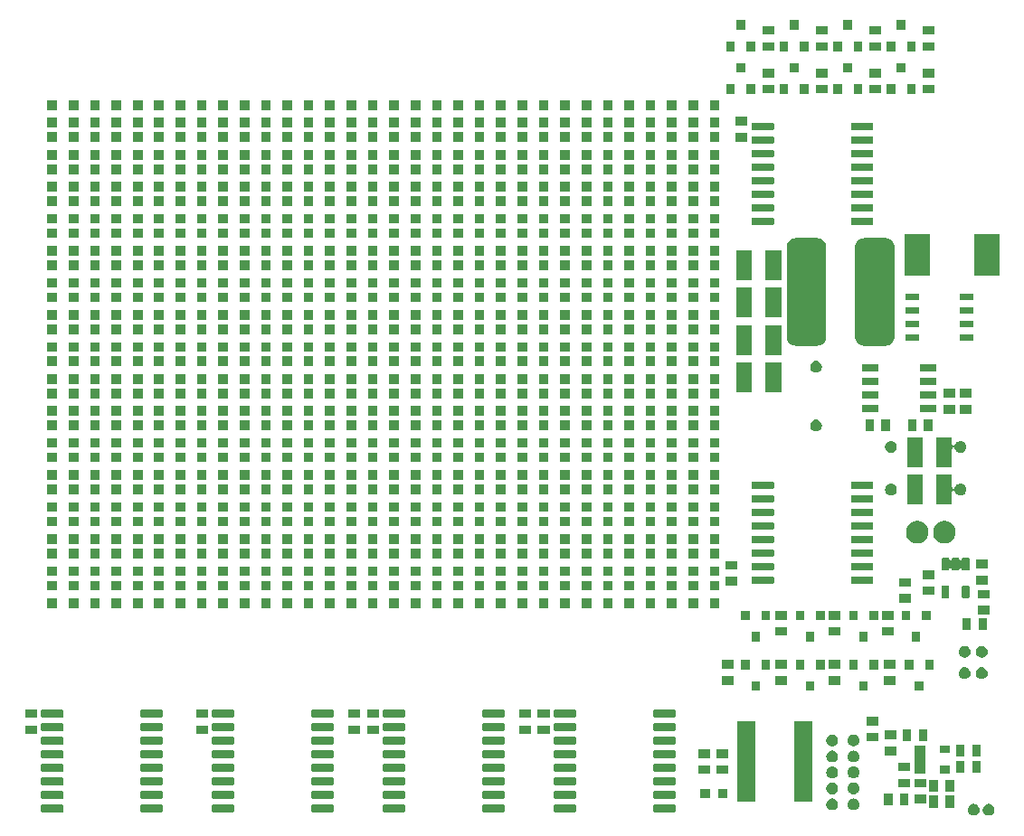
<source format=gbr>
G04 #@! TF.GenerationSoftware,KiCad,Pcbnew,(5.1.5-0-10_14)*
G04 #@! TF.CreationDate,2020-05-10T16:42:09+01:00*
G04 #@! TF.ProjectId,fft8051,66667438-3035-4312-9e6b-696361645f70,rev?*
G04 #@! TF.SameCoordinates,Original*
G04 #@! TF.FileFunction,Soldermask,Top*
G04 #@! TF.FilePolarity,Negative*
%FSLAX46Y46*%
G04 Gerber Fmt 4.6, Leading zero omitted, Abs format (unit mm)*
G04 Created by KiCad (PCBNEW (5.1.5-0-10_14)) date 2020-05-10 16:42:09*
%MOMM*%
%LPD*%
G04 APERTURE LIST*
%ADD10C,0.100000*%
G04 APERTURE END LIST*
D10*
G36*
X132810721Y-178470174D02*
G01*
X132910995Y-178511709D01*
X132910996Y-178511710D01*
X133001242Y-178572010D01*
X133077990Y-178648758D01*
X133077991Y-178648760D01*
X133138291Y-178739005D01*
X133179826Y-178839279D01*
X133201000Y-178945730D01*
X133201000Y-179054270D01*
X133179826Y-179160721D01*
X133138291Y-179260995D01*
X133138290Y-179260996D01*
X133077990Y-179351242D01*
X133001242Y-179427990D01*
X132955812Y-179458345D01*
X132910995Y-179488291D01*
X132810721Y-179529826D01*
X132704270Y-179551000D01*
X132595730Y-179551000D01*
X132489279Y-179529826D01*
X132389005Y-179488291D01*
X132344188Y-179458345D01*
X132298758Y-179427990D01*
X132222010Y-179351242D01*
X132161710Y-179260996D01*
X132161709Y-179260995D01*
X132120174Y-179160721D01*
X132099000Y-179054270D01*
X132099000Y-178945730D01*
X132120174Y-178839279D01*
X132161709Y-178739005D01*
X132222009Y-178648760D01*
X132222010Y-178648758D01*
X132298758Y-178572010D01*
X132389004Y-178511710D01*
X132389005Y-178511709D01*
X132489279Y-178470174D01*
X132595730Y-178449000D01*
X132704270Y-178449000D01*
X132810721Y-178470174D01*
G37*
G36*
X131410721Y-178470174D02*
G01*
X131510995Y-178511709D01*
X131510996Y-178511710D01*
X131601242Y-178572010D01*
X131677990Y-178648758D01*
X131677991Y-178648760D01*
X131738291Y-178739005D01*
X131779826Y-178839279D01*
X131801000Y-178945730D01*
X131801000Y-179054270D01*
X131779826Y-179160721D01*
X131738291Y-179260995D01*
X131738290Y-179260996D01*
X131677990Y-179351242D01*
X131601242Y-179427990D01*
X131555812Y-179458345D01*
X131510995Y-179488291D01*
X131410721Y-179529826D01*
X131304270Y-179551000D01*
X131195730Y-179551000D01*
X131089279Y-179529826D01*
X130989005Y-179488291D01*
X130944188Y-179458345D01*
X130898758Y-179427990D01*
X130822010Y-179351242D01*
X130761710Y-179260996D01*
X130761709Y-179260995D01*
X130720174Y-179160721D01*
X130699000Y-179054270D01*
X130699000Y-178945730D01*
X130720174Y-178839279D01*
X130761709Y-178739005D01*
X130822009Y-178648760D01*
X130822010Y-178648758D01*
X130898758Y-178572010D01*
X130989004Y-178511710D01*
X130989005Y-178511709D01*
X131089279Y-178470174D01*
X131195730Y-178449000D01*
X131304270Y-178449000D01*
X131410721Y-178470174D01*
G37*
G36*
X87259928Y-178541764D02*
G01*
X87281009Y-178548160D01*
X87300445Y-178558548D01*
X87317476Y-178572524D01*
X87331452Y-178589555D01*
X87341840Y-178608991D01*
X87348236Y-178630072D01*
X87351000Y-178658140D01*
X87351000Y-179121860D01*
X87348236Y-179149928D01*
X87341840Y-179171009D01*
X87331452Y-179190445D01*
X87317476Y-179207476D01*
X87300445Y-179221452D01*
X87281009Y-179231840D01*
X87259928Y-179238236D01*
X87231860Y-179241000D01*
X85368140Y-179241000D01*
X85340072Y-179238236D01*
X85318991Y-179231840D01*
X85299555Y-179221452D01*
X85282524Y-179207476D01*
X85268548Y-179190445D01*
X85258160Y-179171009D01*
X85251764Y-179149928D01*
X85249000Y-179121860D01*
X85249000Y-178658140D01*
X85251764Y-178630072D01*
X85258160Y-178608991D01*
X85268548Y-178589555D01*
X85282524Y-178572524D01*
X85299555Y-178558548D01*
X85318991Y-178548160D01*
X85340072Y-178541764D01*
X85368140Y-178539000D01*
X87231860Y-178539000D01*
X87259928Y-178541764D01*
G37*
G36*
X77959928Y-178541764D02*
G01*
X77981009Y-178548160D01*
X78000445Y-178558548D01*
X78017476Y-178572524D01*
X78031452Y-178589555D01*
X78041840Y-178608991D01*
X78048236Y-178630072D01*
X78051000Y-178658140D01*
X78051000Y-179121860D01*
X78048236Y-179149928D01*
X78041840Y-179171009D01*
X78031452Y-179190445D01*
X78017476Y-179207476D01*
X78000445Y-179221452D01*
X77981009Y-179231840D01*
X77959928Y-179238236D01*
X77931860Y-179241000D01*
X76068140Y-179241000D01*
X76040072Y-179238236D01*
X76018991Y-179231840D01*
X75999555Y-179221452D01*
X75982524Y-179207476D01*
X75968548Y-179190445D01*
X75958160Y-179171009D01*
X75951764Y-179149928D01*
X75949000Y-179121860D01*
X75949000Y-178658140D01*
X75951764Y-178630072D01*
X75958160Y-178608991D01*
X75968548Y-178589555D01*
X75982524Y-178572524D01*
X75999555Y-178558548D01*
X76018991Y-178548160D01*
X76040072Y-178541764D01*
X76068140Y-178539000D01*
X77931860Y-178539000D01*
X77959928Y-178541764D01*
G37*
G36*
X71259928Y-178541764D02*
G01*
X71281009Y-178548160D01*
X71300445Y-178558548D01*
X71317476Y-178572524D01*
X71331452Y-178589555D01*
X71341840Y-178608991D01*
X71348236Y-178630072D01*
X71351000Y-178658140D01*
X71351000Y-179121860D01*
X71348236Y-179149928D01*
X71341840Y-179171009D01*
X71331452Y-179190445D01*
X71317476Y-179207476D01*
X71300445Y-179221452D01*
X71281009Y-179231840D01*
X71259928Y-179238236D01*
X71231860Y-179241000D01*
X69368140Y-179241000D01*
X69340072Y-179238236D01*
X69318991Y-179231840D01*
X69299555Y-179221452D01*
X69282524Y-179207476D01*
X69268548Y-179190445D01*
X69258160Y-179171009D01*
X69251764Y-179149928D01*
X69249000Y-179121860D01*
X69249000Y-178658140D01*
X69251764Y-178630072D01*
X69258160Y-178608991D01*
X69268548Y-178589555D01*
X69282524Y-178572524D01*
X69299555Y-178558548D01*
X69318991Y-178548160D01*
X69340072Y-178541764D01*
X69368140Y-178539000D01*
X71231860Y-178539000D01*
X71259928Y-178541764D01*
G37*
G36*
X61959928Y-178541764D02*
G01*
X61981009Y-178548160D01*
X62000445Y-178558548D01*
X62017476Y-178572524D01*
X62031452Y-178589555D01*
X62041840Y-178608991D01*
X62048236Y-178630072D01*
X62051000Y-178658140D01*
X62051000Y-179121860D01*
X62048236Y-179149928D01*
X62041840Y-179171009D01*
X62031452Y-179190445D01*
X62017476Y-179207476D01*
X62000445Y-179221452D01*
X61981009Y-179231840D01*
X61959928Y-179238236D01*
X61931860Y-179241000D01*
X60068140Y-179241000D01*
X60040072Y-179238236D01*
X60018991Y-179231840D01*
X59999555Y-179221452D01*
X59982524Y-179207476D01*
X59968548Y-179190445D01*
X59958160Y-179171009D01*
X59951764Y-179149928D01*
X59949000Y-179121860D01*
X59949000Y-178658140D01*
X59951764Y-178630072D01*
X59958160Y-178608991D01*
X59968548Y-178589555D01*
X59982524Y-178572524D01*
X59999555Y-178558548D01*
X60018991Y-178548160D01*
X60040072Y-178541764D01*
X60068140Y-178539000D01*
X61931860Y-178539000D01*
X61959928Y-178541764D01*
G37*
G36*
X55259928Y-178541764D02*
G01*
X55281009Y-178548160D01*
X55300445Y-178558548D01*
X55317476Y-178572524D01*
X55331452Y-178589555D01*
X55341840Y-178608991D01*
X55348236Y-178630072D01*
X55351000Y-178658140D01*
X55351000Y-179121860D01*
X55348236Y-179149928D01*
X55341840Y-179171009D01*
X55331452Y-179190445D01*
X55317476Y-179207476D01*
X55300445Y-179221452D01*
X55281009Y-179231840D01*
X55259928Y-179238236D01*
X55231860Y-179241000D01*
X53368140Y-179241000D01*
X53340072Y-179238236D01*
X53318991Y-179231840D01*
X53299555Y-179221452D01*
X53282524Y-179207476D01*
X53268548Y-179190445D01*
X53258160Y-179171009D01*
X53251764Y-179149928D01*
X53249000Y-179121860D01*
X53249000Y-178658140D01*
X53251764Y-178630072D01*
X53258160Y-178608991D01*
X53268548Y-178589555D01*
X53282524Y-178572524D01*
X53299555Y-178558548D01*
X53318991Y-178548160D01*
X53340072Y-178541764D01*
X53368140Y-178539000D01*
X55231860Y-178539000D01*
X55259928Y-178541764D01*
G37*
G36*
X45959928Y-178541764D02*
G01*
X45981009Y-178548160D01*
X46000445Y-178558548D01*
X46017476Y-178572524D01*
X46031452Y-178589555D01*
X46041840Y-178608991D01*
X46048236Y-178630072D01*
X46051000Y-178658140D01*
X46051000Y-179121860D01*
X46048236Y-179149928D01*
X46041840Y-179171009D01*
X46031452Y-179190445D01*
X46017476Y-179207476D01*
X46000445Y-179221452D01*
X45981009Y-179231840D01*
X45959928Y-179238236D01*
X45931860Y-179241000D01*
X44068140Y-179241000D01*
X44040072Y-179238236D01*
X44018991Y-179231840D01*
X43999555Y-179221452D01*
X43982524Y-179207476D01*
X43968548Y-179190445D01*
X43958160Y-179171009D01*
X43951764Y-179149928D01*
X43949000Y-179121860D01*
X43949000Y-178658140D01*
X43951764Y-178630072D01*
X43958160Y-178608991D01*
X43968548Y-178589555D01*
X43982524Y-178572524D01*
X43999555Y-178558548D01*
X44018991Y-178548160D01*
X44040072Y-178541764D01*
X44068140Y-178539000D01*
X45931860Y-178539000D01*
X45959928Y-178541764D01*
G37*
G36*
X93959928Y-178541764D02*
G01*
X93981009Y-178548160D01*
X94000445Y-178558548D01*
X94017476Y-178572524D01*
X94031452Y-178589555D01*
X94041840Y-178608991D01*
X94048236Y-178630072D01*
X94051000Y-178658140D01*
X94051000Y-179121860D01*
X94048236Y-179149928D01*
X94041840Y-179171009D01*
X94031452Y-179190445D01*
X94017476Y-179207476D01*
X94000445Y-179221452D01*
X93981009Y-179231840D01*
X93959928Y-179238236D01*
X93931860Y-179241000D01*
X92068140Y-179241000D01*
X92040072Y-179238236D01*
X92018991Y-179231840D01*
X91999555Y-179221452D01*
X91982524Y-179207476D01*
X91968548Y-179190445D01*
X91958160Y-179171009D01*
X91951764Y-179149928D01*
X91949000Y-179121860D01*
X91949000Y-178658140D01*
X91951764Y-178630072D01*
X91958160Y-178608991D01*
X91968548Y-178589555D01*
X91982524Y-178572524D01*
X91999555Y-178558548D01*
X92018991Y-178548160D01*
X92040072Y-178541764D01*
X92068140Y-178539000D01*
X93931860Y-178539000D01*
X93959928Y-178541764D01*
G37*
G36*
X103259928Y-178541764D02*
G01*
X103281009Y-178548160D01*
X103300445Y-178558548D01*
X103317476Y-178572524D01*
X103331452Y-178589555D01*
X103341840Y-178608991D01*
X103348236Y-178630072D01*
X103351000Y-178658140D01*
X103351000Y-179121860D01*
X103348236Y-179149928D01*
X103341840Y-179171009D01*
X103331452Y-179190445D01*
X103317476Y-179207476D01*
X103300445Y-179221452D01*
X103281009Y-179231840D01*
X103259928Y-179238236D01*
X103231860Y-179241000D01*
X101368140Y-179241000D01*
X101340072Y-179238236D01*
X101318991Y-179231840D01*
X101299555Y-179221452D01*
X101282524Y-179207476D01*
X101268548Y-179190445D01*
X101258160Y-179171009D01*
X101251764Y-179149928D01*
X101249000Y-179121860D01*
X101249000Y-178658140D01*
X101251764Y-178630072D01*
X101258160Y-178608991D01*
X101268548Y-178589555D01*
X101282524Y-178572524D01*
X101299555Y-178558548D01*
X101318991Y-178548160D01*
X101340072Y-178541764D01*
X101368140Y-178539000D01*
X103231860Y-178539000D01*
X103259928Y-178541764D01*
G37*
G36*
X120160721Y-177970174D02*
G01*
X120260995Y-178011709D01*
X120260996Y-178011710D01*
X120351242Y-178072010D01*
X120427990Y-178148758D01*
X120427991Y-178148760D01*
X120488291Y-178239005D01*
X120529826Y-178339279D01*
X120551000Y-178445730D01*
X120551000Y-178554270D01*
X120529826Y-178660721D01*
X120488291Y-178760995D01*
X120488290Y-178760996D01*
X120427990Y-178851242D01*
X120351242Y-178927990D01*
X120305812Y-178958345D01*
X120260995Y-178988291D01*
X120160721Y-179029826D01*
X120054270Y-179051000D01*
X119945730Y-179051000D01*
X119839279Y-179029826D01*
X119739005Y-178988291D01*
X119694188Y-178958345D01*
X119648758Y-178927990D01*
X119572010Y-178851242D01*
X119511710Y-178760996D01*
X119511709Y-178760995D01*
X119470174Y-178660721D01*
X119449000Y-178554270D01*
X119449000Y-178445730D01*
X119470174Y-178339279D01*
X119511709Y-178239005D01*
X119572009Y-178148760D01*
X119572010Y-178148758D01*
X119648758Y-178072010D01*
X119739004Y-178011710D01*
X119739005Y-178011709D01*
X119839279Y-177970174D01*
X119945730Y-177949000D01*
X120054270Y-177949000D01*
X120160721Y-177970174D01*
G37*
G36*
X118160721Y-177970174D02*
G01*
X118260995Y-178011709D01*
X118260996Y-178011710D01*
X118351242Y-178072010D01*
X118427990Y-178148758D01*
X118427991Y-178148760D01*
X118488291Y-178239005D01*
X118529826Y-178339279D01*
X118551000Y-178445730D01*
X118551000Y-178554270D01*
X118529826Y-178660721D01*
X118488291Y-178760995D01*
X118488290Y-178760996D01*
X118427990Y-178851242D01*
X118351242Y-178927990D01*
X118305812Y-178958345D01*
X118260995Y-178988291D01*
X118160721Y-179029826D01*
X118054270Y-179051000D01*
X117945730Y-179051000D01*
X117839279Y-179029826D01*
X117739005Y-178988291D01*
X117694188Y-178958345D01*
X117648758Y-178927990D01*
X117572010Y-178851242D01*
X117511710Y-178760996D01*
X117511709Y-178760995D01*
X117470174Y-178660721D01*
X117449000Y-178554270D01*
X117449000Y-178445730D01*
X117470174Y-178339279D01*
X117511709Y-178239005D01*
X117572009Y-178148760D01*
X117572010Y-178148758D01*
X117648758Y-178072010D01*
X117739004Y-178011710D01*
X117739005Y-178011709D01*
X117839279Y-177970174D01*
X117945730Y-177949000D01*
X118054270Y-177949000D01*
X118160721Y-177970174D01*
G37*
G36*
X129401000Y-178801000D02*
G01*
X128599000Y-178801000D01*
X128599000Y-177699000D01*
X129401000Y-177699000D01*
X129401000Y-178801000D01*
G37*
G36*
X127901000Y-178801000D02*
G01*
X127099000Y-178801000D01*
X127099000Y-177699000D01*
X127901000Y-177699000D01*
X127901000Y-178801000D01*
G37*
G36*
X123651000Y-178551000D02*
G01*
X122849000Y-178551000D01*
X122849000Y-177449000D01*
X123651000Y-177449000D01*
X123651000Y-178551000D01*
G37*
G36*
X125151000Y-178551000D02*
G01*
X124349000Y-178551000D01*
X124349000Y-177449000D01*
X125151000Y-177449000D01*
X125151000Y-178551000D01*
G37*
G36*
X126801000Y-178401000D02*
G01*
X125699000Y-178401000D01*
X125699000Y-177599000D01*
X126801000Y-177599000D01*
X126801000Y-178401000D01*
G37*
G36*
X116151000Y-178251000D02*
G01*
X114449000Y-178251000D01*
X114449000Y-170749000D01*
X116151000Y-170749000D01*
X116151000Y-178251000D01*
G37*
G36*
X110851000Y-178236000D02*
G01*
X109149000Y-178236000D01*
X109149000Y-170749000D01*
X110851000Y-170749000D01*
X110851000Y-178236000D01*
G37*
G36*
X87259928Y-177271764D02*
G01*
X87281009Y-177278160D01*
X87300445Y-177288548D01*
X87317476Y-177302524D01*
X87331452Y-177319555D01*
X87341840Y-177338991D01*
X87348236Y-177360072D01*
X87351000Y-177388140D01*
X87351000Y-177851860D01*
X87348236Y-177879928D01*
X87341840Y-177901009D01*
X87331452Y-177920445D01*
X87317476Y-177937476D01*
X87300445Y-177951452D01*
X87281009Y-177961840D01*
X87259928Y-177968236D01*
X87231860Y-177971000D01*
X85368140Y-177971000D01*
X85340072Y-177968236D01*
X85318991Y-177961840D01*
X85299555Y-177951452D01*
X85282524Y-177937476D01*
X85268548Y-177920445D01*
X85258160Y-177901009D01*
X85251764Y-177879928D01*
X85249000Y-177851860D01*
X85249000Y-177388140D01*
X85251764Y-177360072D01*
X85258160Y-177338991D01*
X85268548Y-177319555D01*
X85282524Y-177302524D01*
X85299555Y-177288548D01*
X85318991Y-177278160D01*
X85340072Y-177271764D01*
X85368140Y-177269000D01*
X87231860Y-177269000D01*
X87259928Y-177271764D01*
G37*
G36*
X71259928Y-177271764D02*
G01*
X71281009Y-177278160D01*
X71300445Y-177288548D01*
X71317476Y-177302524D01*
X71331452Y-177319555D01*
X71341840Y-177338991D01*
X71348236Y-177360072D01*
X71351000Y-177388140D01*
X71351000Y-177851860D01*
X71348236Y-177879928D01*
X71341840Y-177901009D01*
X71331452Y-177920445D01*
X71317476Y-177937476D01*
X71300445Y-177951452D01*
X71281009Y-177961840D01*
X71259928Y-177968236D01*
X71231860Y-177971000D01*
X69368140Y-177971000D01*
X69340072Y-177968236D01*
X69318991Y-177961840D01*
X69299555Y-177951452D01*
X69282524Y-177937476D01*
X69268548Y-177920445D01*
X69258160Y-177901009D01*
X69251764Y-177879928D01*
X69249000Y-177851860D01*
X69249000Y-177388140D01*
X69251764Y-177360072D01*
X69258160Y-177338991D01*
X69268548Y-177319555D01*
X69282524Y-177302524D01*
X69299555Y-177288548D01*
X69318991Y-177278160D01*
X69340072Y-177271764D01*
X69368140Y-177269000D01*
X71231860Y-177269000D01*
X71259928Y-177271764D01*
G37*
G36*
X45959928Y-177271764D02*
G01*
X45981009Y-177278160D01*
X46000445Y-177288548D01*
X46017476Y-177302524D01*
X46031452Y-177319555D01*
X46041840Y-177338991D01*
X46048236Y-177360072D01*
X46051000Y-177388140D01*
X46051000Y-177851860D01*
X46048236Y-177879928D01*
X46041840Y-177901009D01*
X46031452Y-177920445D01*
X46017476Y-177937476D01*
X46000445Y-177951452D01*
X45981009Y-177961840D01*
X45959928Y-177968236D01*
X45931860Y-177971000D01*
X44068140Y-177971000D01*
X44040072Y-177968236D01*
X44018991Y-177961840D01*
X43999555Y-177951452D01*
X43982524Y-177937476D01*
X43968548Y-177920445D01*
X43958160Y-177901009D01*
X43951764Y-177879928D01*
X43949000Y-177851860D01*
X43949000Y-177388140D01*
X43951764Y-177360072D01*
X43958160Y-177338991D01*
X43968548Y-177319555D01*
X43982524Y-177302524D01*
X43999555Y-177288548D01*
X44018991Y-177278160D01*
X44040072Y-177271764D01*
X44068140Y-177269000D01*
X45931860Y-177269000D01*
X45959928Y-177271764D01*
G37*
G36*
X55259928Y-177271764D02*
G01*
X55281009Y-177278160D01*
X55300445Y-177288548D01*
X55317476Y-177302524D01*
X55331452Y-177319555D01*
X55341840Y-177338991D01*
X55348236Y-177360072D01*
X55351000Y-177388140D01*
X55351000Y-177851860D01*
X55348236Y-177879928D01*
X55341840Y-177901009D01*
X55331452Y-177920445D01*
X55317476Y-177937476D01*
X55300445Y-177951452D01*
X55281009Y-177961840D01*
X55259928Y-177968236D01*
X55231860Y-177971000D01*
X53368140Y-177971000D01*
X53340072Y-177968236D01*
X53318991Y-177961840D01*
X53299555Y-177951452D01*
X53282524Y-177937476D01*
X53268548Y-177920445D01*
X53258160Y-177901009D01*
X53251764Y-177879928D01*
X53249000Y-177851860D01*
X53249000Y-177388140D01*
X53251764Y-177360072D01*
X53258160Y-177338991D01*
X53268548Y-177319555D01*
X53282524Y-177302524D01*
X53299555Y-177288548D01*
X53318991Y-177278160D01*
X53340072Y-177271764D01*
X53368140Y-177269000D01*
X55231860Y-177269000D01*
X55259928Y-177271764D01*
G37*
G36*
X103259928Y-177271764D02*
G01*
X103281009Y-177278160D01*
X103300445Y-177288548D01*
X103317476Y-177302524D01*
X103331452Y-177319555D01*
X103341840Y-177338991D01*
X103348236Y-177360072D01*
X103351000Y-177388140D01*
X103351000Y-177851860D01*
X103348236Y-177879928D01*
X103341840Y-177901009D01*
X103331452Y-177920445D01*
X103317476Y-177937476D01*
X103300445Y-177951452D01*
X103281009Y-177961840D01*
X103259928Y-177968236D01*
X103231860Y-177971000D01*
X101368140Y-177971000D01*
X101340072Y-177968236D01*
X101318991Y-177961840D01*
X101299555Y-177951452D01*
X101282524Y-177937476D01*
X101268548Y-177920445D01*
X101258160Y-177901009D01*
X101251764Y-177879928D01*
X101249000Y-177851860D01*
X101249000Y-177388140D01*
X101251764Y-177360072D01*
X101258160Y-177338991D01*
X101268548Y-177319555D01*
X101282524Y-177302524D01*
X101299555Y-177288548D01*
X101318991Y-177278160D01*
X101340072Y-177271764D01*
X101368140Y-177269000D01*
X103231860Y-177269000D01*
X103259928Y-177271764D01*
G37*
G36*
X93959928Y-177271764D02*
G01*
X93981009Y-177278160D01*
X94000445Y-177288548D01*
X94017476Y-177302524D01*
X94031452Y-177319555D01*
X94041840Y-177338991D01*
X94048236Y-177360072D01*
X94051000Y-177388140D01*
X94051000Y-177851860D01*
X94048236Y-177879928D01*
X94041840Y-177901009D01*
X94031452Y-177920445D01*
X94017476Y-177937476D01*
X94000445Y-177951452D01*
X93981009Y-177961840D01*
X93959928Y-177968236D01*
X93931860Y-177971000D01*
X92068140Y-177971000D01*
X92040072Y-177968236D01*
X92018991Y-177961840D01*
X91999555Y-177951452D01*
X91982524Y-177937476D01*
X91968548Y-177920445D01*
X91958160Y-177901009D01*
X91951764Y-177879928D01*
X91949000Y-177851860D01*
X91949000Y-177388140D01*
X91951764Y-177360072D01*
X91958160Y-177338991D01*
X91968548Y-177319555D01*
X91982524Y-177302524D01*
X91999555Y-177288548D01*
X92018991Y-177278160D01*
X92040072Y-177271764D01*
X92068140Y-177269000D01*
X93931860Y-177269000D01*
X93959928Y-177271764D01*
G37*
G36*
X61959928Y-177271764D02*
G01*
X61981009Y-177278160D01*
X62000445Y-177288548D01*
X62017476Y-177302524D01*
X62031452Y-177319555D01*
X62041840Y-177338991D01*
X62048236Y-177360072D01*
X62051000Y-177388140D01*
X62051000Y-177851860D01*
X62048236Y-177879928D01*
X62041840Y-177901009D01*
X62031452Y-177920445D01*
X62017476Y-177937476D01*
X62000445Y-177951452D01*
X61981009Y-177961840D01*
X61959928Y-177968236D01*
X61931860Y-177971000D01*
X60068140Y-177971000D01*
X60040072Y-177968236D01*
X60018991Y-177961840D01*
X59999555Y-177951452D01*
X59982524Y-177937476D01*
X59968548Y-177920445D01*
X59958160Y-177901009D01*
X59951764Y-177879928D01*
X59949000Y-177851860D01*
X59949000Y-177388140D01*
X59951764Y-177360072D01*
X59958160Y-177338991D01*
X59968548Y-177319555D01*
X59982524Y-177302524D01*
X59999555Y-177288548D01*
X60018991Y-177278160D01*
X60040072Y-177271764D01*
X60068140Y-177269000D01*
X61931860Y-177269000D01*
X61959928Y-177271764D01*
G37*
G36*
X77959928Y-177271764D02*
G01*
X77981009Y-177278160D01*
X78000445Y-177288548D01*
X78017476Y-177302524D01*
X78031452Y-177319555D01*
X78041840Y-177338991D01*
X78048236Y-177360072D01*
X78051000Y-177388140D01*
X78051000Y-177851860D01*
X78048236Y-177879928D01*
X78041840Y-177901009D01*
X78031452Y-177920445D01*
X78017476Y-177937476D01*
X78000445Y-177951452D01*
X77981009Y-177961840D01*
X77959928Y-177968236D01*
X77931860Y-177971000D01*
X76068140Y-177971000D01*
X76040072Y-177968236D01*
X76018991Y-177961840D01*
X75999555Y-177951452D01*
X75982524Y-177937476D01*
X75968548Y-177920445D01*
X75958160Y-177901009D01*
X75951764Y-177879928D01*
X75949000Y-177851860D01*
X75949000Y-177388140D01*
X75951764Y-177360072D01*
X75958160Y-177338991D01*
X75968548Y-177319555D01*
X75982524Y-177302524D01*
X75999555Y-177288548D01*
X76018991Y-177278160D01*
X76040072Y-177271764D01*
X76068140Y-177269000D01*
X77931860Y-177269000D01*
X77959928Y-177271764D01*
G37*
G36*
X106551000Y-177951000D02*
G01*
X105649000Y-177951000D01*
X105649000Y-177049000D01*
X106551000Y-177049000D01*
X106551000Y-177951000D01*
G37*
G36*
X108201000Y-177951000D02*
G01*
X107299000Y-177951000D01*
X107299000Y-177049000D01*
X108201000Y-177049000D01*
X108201000Y-177951000D01*
G37*
G36*
X120160721Y-176470174D02*
G01*
X120260995Y-176511709D01*
X120305812Y-176541655D01*
X120351242Y-176572010D01*
X120427990Y-176648758D01*
X120429117Y-176650445D01*
X120488291Y-176739005D01*
X120529826Y-176839279D01*
X120551000Y-176945730D01*
X120551000Y-177054270D01*
X120529826Y-177160721D01*
X120488291Y-177260995D01*
X120463179Y-177298577D01*
X120427990Y-177351242D01*
X120351242Y-177427990D01*
X120326533Y-177444500D01*
X120260995Y-177488291D01*
X120160721Y-177529826D01*
X120054270Y-177551000D01*
X119945730Y-177551000D01*
X119839279Y-177529826D01*
X119739005Y-177488291D01*
X119673467Y-177444500D01*
X119648758Y-177427990D01*
X119572010Y-177351242D01*
X119536821Y-177298577D01*
X119511709Y-177260995D01*
X119470174Y-177160721D01*
X119449000Y-177054270D01*
X119449000Y-176945730D01*
X119470174Y-176839279D01*
X119511709Y-176739005D01*
X119570883Y-176650445D01*
X119572010Y-176648758D01*
X119648758Y-176572010D01*
X119694188Y-176541655D01*
X119739005Y-176511709D01*
X119839279Y-176470174D01*
X119945730Y-176449000D01*
X120054270Y-176449000D01*
X120160721Y-176470174D01*
G37*
G36*
X118160721Y-176470174D02*
G01*
X118260995Y-176511709D01*
X118305812Y-176541655D01*
X118351242Y-176572010D01*
X118427990Y-176648758D01*
X118429117Y-176650445D01*
X118488291Y-176739005D01*
X118529826Y-176839279D01*
X118551000Y-176945730D01*
X118551000Y-177054270D01*
X118529826Y-177160721D01*
X118488291Y-177260995D01*
X118463179Y-177298577D01*
X118427990Y-177351242D01*
X118351242Y-177427990D01*
X118326533Y-177444500D01*
X118260995Y-177488291D01*
X118160721Y-177529826D01*
X118054270Y-177551000D01*
X117945730Y-177551000D01*
X117839279Y-177529826D01*
X117739005Y-177488291D01*
X117673467Y-177444500D01*
X117648758Y-177427990D01*
X117572010Y-177351242D01*
X117536821Y-177298577D01*
X117511709Y-177260995D01*
X117470174Y-177160721D01*
X117449000Y-177054270D01*
X117449000Y-176945730D01*
X117470174Y-176839279D01*
X117511709Y-176739005D01*
X117570883Y-176650445D01*
X117572010Y-176648758D01*
X117648758Y-176572010D01*
X117694188Y-176541655D01*
X117739005Y-176511709D01*
X117839279Y-176470174D01*
X117945730Y-176449000D01*
X118054270Y-176449000D01*
X118160721Y-176470174D01*
G37*
G36*
X129401000Y-177301000D02*
G01*
X128599000Y-177301000D01*
X128599000Y-176199000D01*
X129401000Y-176199000D01*
X129401000Y-177301000D01*
G37*
G36*
X127901000Y-177301000D02*
G01*
X127099000Y-177301000D01*
X127099000Y-176199000D01*
X127901000Y-176199000D01*
X127901000Y-177301000D01*
G37*
G36*
X126801000Y-176901000D02*
G01*
X125699000Y-176901000D01*
X125699000Y-176099000D01*
X126801000Y-176099000D01*
X126801000Y-176901000D01*
G37*
G36*
X125301000Y-176901000D02*
G01*
X124199000Y-176901000D01*
X124199000Y-176099000D01*
X125301000Y-176099000D01*
X125301000Y-176901000D01*
G37*
G36*
X71259928Y-176001764D02*
G01*
X71281009Y-176008160D01*
X71300445Y-176018548D01*
X71317476Y-176032524D01*
X71331452Y-176049555D01*
X71341840Y-176068991D01*
X71348236Y-176090072D01*
X71351000Y-176118140D01*
X71351000Y-176581860D01*
X71348236Y-176609928D01*
X71341840Y-176631009D01*
X71331452Y-176650445D01*
X71317476Y-176667476D01*
X71300445Y-176681452D01*
X71281009Y-176691840D01*
X71259928Y-176698236D01*
X71231860Y-176701000D01*
X69368140Y-176701000D01*
X69340072Y-176698236D01*
X69318991Y-176691840D01*
X69299555Y-176681452D01*
X69282524Y-176667476D01*
X69268548Y-176650445D01*
X69258160Y-176631009D01*
X69251764Y-176609928D01*
X69249000Y-176581860D01*
X69249000Y-176118140D01*
X69251764Y-176090072D01*
X69258160Y-176068991D01*
X69268548Y-176049555D01*
X69282524Y-176032524D01*
X69299555Y-176018548D01*
X69318991Y-176008160D01*
X69340072Y-176001764D01*
X69368140Y-175999000D01*
X71231860Y-175999000D01*
X71259928Y-176001764D01*
G37*
G36*
X55259928Y-176001764D02*
G01*
X55281009Y-176008160D01*
X55300445Y-176018548D01*
X55317476Y-176032524D01*
X55331452Y-176049555D01*
X55341840Y-176068991D01*
X55348236Y-176090072D01*
X55351000Y-176118140D01*
X55351000Y-176581860D01*
X55348236Y-176609928D01*
X55341840Y-176631009D01*
X55331452Y-176650445D01*
X55317476Y-176667476D01*
X55300445Y-176681452D01*
X55281009Y-176691840D01*
X55259928Y-176698236D01*
X55231860Y-176701000D01*
X53368140Y-176701000D01*
X53340072Y-176698236D01*
X53318991Y-176691840D01*
X53299555Y-176681452D01*
X53282524Y-176667476D01*
X53268548Y-176650445D01*
X53258160Y-176631009D01*
X53251764Y-176609928D01*
X53249000Y-176581860D01*
X53249000Y-176118140D01*
X53251764Y-176090072D01*
X53258160Y-176068991D01*
X53268548Y-176049555D01*
X53282524Y-176032524D01*
X53299555Y-176018548D01*
X53318991Y-176008160D01*
X53340072Y-176001764D01*
X53368140Y-175999000D01*
X55231860Y-175999000D01*
X55259928Y-176001764D01*
G37*
G36*
X103259928Y-176001764D02*
G01*
X103281009Y-176008160D01*
X103300445Y-176018548D01*
X103317476Y-176032524D01*
X103331452Y-176049555D01*
X103341840Y-176068991D01*
X103348236Y-176090072D01*
X103351000Y-176118140D01*
X103351000Y-176581860D01*
X103348236Y-176609928D01*
X103341840Y-176631009D01*
X103331452Y-176650445D01*
X103317476Y-176667476D01*
X103300445Y-176681452D01*
X103281009Y-176691840D01*
X103259928Y-176698236D01*
X103231860Y-176701000D01*
X101368140Y-176701000D01*
X101340072Y-176698236D01*
X101318991Y-176691840D01*
X101299555Y-176681452D01*
X101282524Y-176667476D01*
X101268548Y-176650445D01*
X101258160Y-176631009D01*
X101251764Y-176609928D01*
X101249000Y-176581860D01*
X101249000Y-176118140D01*
X101251764Y-176090072D01*
X101258160Y-176068991D01*
X101268548Y-176049555D01*
X101282524Y-176032524D01*
X101299555Y-176018548D01*
X101318991Y-176008160D01*
X101340072Y-176001764D01*
X101368140Y-175999000D01*
X103231860Y-175999000D01*
X103259928Y-176001764D01*
G37*
G36*
X93959928Y-176001764D02*
G01*
X93981009Y-176008160D01*
X94000445Y-176018548D01*
X94017476Y-176032524D01*
X94031452Y-176049555D01*
X94041840Y-176068991D01*
X94048236Y-176090072D01*
X94051000Y-176118140D01*
X94051000Y-176581860D01*
X94048236Y-176609928D01*
X94041840Y-176631009D01*
X94031452Y-176650445D01*
X94017476Y-176667476D01*
X94000445Y-176681452D01*
X93981009Y-176691840D01*
X93959928Y-176698236D01*
X93931860Y-176701000D01*
X92068140Y-176701000D01*
X92040072Y-176698236D01*
X92018991Y-176691840D01*
X91999555Y-176681452D01*
X91982524Y-176667476D01*
X91968548Y-176650445D01*
X91958160Y-176631009D01*
X91951764Y-176609928D01*
X91949000Y-176581860D01*
X91949000Y-176118140D01*
X91951764Y-176090072D01*
X91958160Y-176068991D01*
X91968548Y-176049555D01*
X91982524Y-176032524D01*
X91999555Y-176018548D01*
X92018991Y-176008160D01*
X92040072Y-176001764D01*
X92068140Y-175999000D01*
X93931860Y-175999000D01*
X93959928Y-176001764D01*
G37*
G36*
X77959928Y-176001764D02*
G01*
X77981009Y-176008160D01*
X78000445Y-176018548D01*
X78017476Y-176032524D01*
X78031452Y-176049555D01*
X78041840Y-176068991D01*
X78048236Y-176090072D01*
X78051000Y-176118140D01*
X78051000Y-176581860D01*
X78048236Y-176609928D01*
X78041840Y-176631009D01*
X78031452Y-176650445D01*
X78017476Y-176667476D01*
X78000445Y-176681452D01*
X77981009Y-176691840D01*
X77959928Y-176698236D01*
X77931860Y-176701000D01*
X76068140Y-176701000D01*
X76040072Y-176698236D01*
X76018991Y-176691840D01*
X75999555Y-176681452D01*
X75982524Y-176667476D01*
X75968548Y-176650445D01*
X75958160Y-176631009D01*
X75951764Y-176609928D01*
X75949000Y-176581860D01*
X75949000Y-176118140D01*
X75951764Y-176090072D01*
X75958160Y-176068991D01*
X75968548Y-176049555D01*
X75982524Y-176032524D01*
X75999555Y-176018548D01*
X76018991Y-176008160D01*
X76040072Y-176001764D01*
X76068140Y-175999000D01*
X77931860Y-175999000D01*
X77959928Y-176001764D01*
G37*
G36*
X45959928Y-176001764D02*
G01*
X45981009Y-176008160D01*
X46000445Y-176018548D01*
X46017476Y-176032524D01*
X46031452Y-176049555D01*
X46041840Y-176068991D01*
X46048236Y-176090072D01*
X46051000Y-176118140D01*
X46051000Y-176581860D01*
X46048236Y-176609928D01*
X46041840Y-176631009D01*
X46031452Y-176650445D01*
X46017476Y-176667476D01*
X46000445Y-176681452D01*
X45981009Y-176691840D01*
X45959928Y-176698236D01*
X45931860Y-176701000D01*
X44068140Y-176701000D01*
X44040072Y-176698236D01*
X44018991Y-176691840D01*
X43999555Y-176681452D01*
X43982524Y-176667476D01*
X43968548Y-176650445D01*
X43958160Y-176631009D01*
X43951764Y-176609928D01*
X43949000Y-176581860D01*
X43949000Y-176118140D01*
X43951764Y-176090072D01*
X43958160Y-176068991D01*
X43968548Y-176049555D01*
X43982524Y-176032524D01*
X43999555Y-176018548D01*
X44018991Y-176008160D01*
X44040072Y-176001764D01*
X44068140Y-175999000D01*
X45931860Y-175999000D01*
X45959928Y-176001764D01*
G37*
G36*
X61959928Y-176001764D02*
G01*
X61981009Y-176008160D01*
X62000445Y-176018548D01*
X62017476Y-176032524D01*
X62031452Y-176049555D01*
X62041840Y-176068991D01*
X62048236Y-176090072D01*
X62051000Y-176118140D01*
X62051000Y-176581860D01*
X62048236Y-176609928D01*
X62041840Y-176631009D01*
X62031452Y-176650445D01*
X62017476Y-176667476D01*
X62000445Y-176681452D01*
X61981009Y-176691840D01*
X61959928Y-176698236D01*
X61931860Y-176701000D01*
X60068140Y-176701000D01*
X60040072Y-176698236D01*
X60018991Y-176691840D01*
X59999555Y-176681452D01*
X59982524Y-176667476D01*
X59968548Y-176650445D01*
X59958160Y-176631009D01*
X59951764Y-176609928D01*
X59949000Y-176581860D01*
X59949000Y-176118140D01*
X59951764Y-176090072D01*
X59958160Y-176068991D01*
X59968548Y-176049555D01*
X59982524Y-176032524D01*
X59999555Y-176018548D01*
X60018991Y-176008160D01*
X60040072Y-176001764D01*
X60068140Y-175999000D01*
X61931860Y-175999000D01*
X61959928Y-176001764D01*
G37*
G36*
X87259928Y-176001764D02*
G01*
X87281009Y-176008160D01*
X87300445Y-176018548D01*
X87317476Y-176032524D01*
X87331452Y-176049555D01*
X87341840Y-176068991D01*
X87348236Y-176090072D01*
X87351000Y-176118140D01*
X87351000Y-176581860D01*
X87348236Y-176609928D01*
X87341840Y-176631009D01*
X87331452Y-176650445D01*
X87317476Y-176667476D01*
X87300445Y-176681452D01*
X87281009Y-176691840D01*
X87259928Y-176698236D01*
X87231860Y-176701000D01*
X85368140Y-176701000D01*
X85340072Y-176698236D01*
X85318991Y-176691840D01*
X85299555Y-176681452D01*
X85282524Y-176667476D01*
X85268548Y-176650445D01*
X85258160Y-176631009D01*
X85251764Y-176609928D01*
X85249000Y-176581860D01*
X85249000Y-176118140D01*
X85251764Y-176090072D01*
X85258160Y-176068991D01*
X85268548Y-176049555D01*
X85282524Y-176032524D01*
X85299555Y-176018548D01*
X85318991Y-176008160D01*
X85340072Y-176001764D01*
X85368140Y-175999000D01*
X87231860Y-175999000D01*
X87259928Y-176001764D01*
G37*
G36*
X120160721Y-174970174D02*
G01*
X120260995Y-175011709D01*
X120260996Y-175011710D01*
X120351242Y-175072010D01*
X120427990Y-175148758D01*
X120427991Y-175148760D01*
X120488291Y-175239005D01*
X120529826Y-175339279D01*
X120551000Y-175445730D01*
X120551000Y-175554270D01*
X120529826Y-175660721D01*
X120488291Y-175760995D01*
X120488290Y-175760996D01*
X120427990Y-175851242D01*
X120351242Y-175927990D01*
X120305812Y-175958345D01*
X120260995Y-175988291D01*
X120160721Y-176029826D01*
X120054270Y-176051000D01*
X119945730Y-176051000D01*
X119839279Y-176029826D01*
X119739005Y-175988291D01*
X119694188Y-175958345D01*
X119648758Y-175927990D01*
X119572010Y-175851242D01*
X119511710Y-175760996D01*
X119511709Y-175760995D01*
X119470174Y-175660721D01*
X119449000Y-175554270D01*
X119449000Y-175445730D01*
X119470174Y-175339279D01*
X119511709Y-175239005D01*
X119572009Y-175148760D01*
X119572010Y-175148758D01*
X119648758Y-175072010D01*
X119739004Y-175011710D01*
X119739005Y-175011709D01*
X119839279Y-174970174D01*
X119945730Y-174949000D01*
X120054270Y-174949000D01*
X120160721Y-174970174D01*
G37*
G36*
X118160721Y-174970174D02*
G01*
X118260995Y-175011709D01*
X118260996Y-175011710D01*
X118351242Y-175072010D01*
X118427990Y-175148758D01*
X118427991Y-175148760D01*
X118488291Y-175239005D01*
X118529826Y-175339279D01*
X118551000Y-175445730D01*
X118551000Y-175554270D01*
X118529826Y-175660721D01*
X118488291Y-175760995D01*
X118488290Y-175760996D01*
X118427990Y-175851242D01*
X118351242Y-175927990D01*
X118305812Y-175958345D01*
X118260995Y-175988291D01*
X118160721Y-176029826D01*
X118054270Y-176051000D01*
X117945730Y-176051000D01*
X117839279Y-176029826D01*
X117739005Y-175988291D01*
X117694188Y-175958345D01*
X117648758Y-175927990D01*
X117572010Y-175851242D01*
X117511710Y-175760996D01*
X117511709Y-175760995D01*
X117470174Y-175660721D01*
X117449000Y-175554270D01*
X117449000Y-175445730D01*
X117470174Y-175339279D01*
X117511709Y-175239005D01*
X117572009Y-175148760D01*
X117572010Y-175148758D01*
X117648758Y-175072010D01*
X117739004Y-175011710D01*
X117739005Y-175011709D01*
X117839279Y-174970174D01*
X117945730Y-174949000D01*
X118054270Y-174949000D01*
X118160721Y-174970174D01*
G37*
G36*
X108301000Y-175651000D02*
G01*
X107199000Y-175651000D01*
X107199000Y-174849000D01*
X108301000Y-174849000D01*
X108301000Y-175651000D01*
G37*
G36*
X106551000Y-175651000D02*
G01*
X105449000Y-175651000D01*
X105449000Y-174849000D01*
X106551000Y-174849000D01*
X106551000Y-175651000D01*
G37*
G36*
X126751000Y-175601000D02*
G01*
X125749000Y-175601000D01*
X125749000Y-172999000D01*
X126751000Y-172999000D01*
X126751000Y-175601000D01*
G37*
G36*
X129051000Y-175601000D02*
G01*
X128049000Y-175601000D01*
X128049000Y-174899000D01*
X129051000Y-174899000D01*
X129051000Y-175601000D01*
G37*
G36*
X131901000Y-175551000D02*
G01*
X131099000Y-175551000D01*
X131099000Y-174449000D01*
X131901000Y-174449000D01*
X131901000Y-175551000D01*
G37*
G36*
X130401000Y-175551000D02*
G01*
X129599000Y-175551000D01*
X129599000Y-174449000D01*
X130401000Y-174449000D01*
X130401000Y-175551000D01*
G37*
G36*
X87259928Y-174731764D02*
G01*
X87281009Y-174738160D01*
X87300445Y-174748548D01*
X87317476Y-174762524D01*
X87331452Y-174779555D01*
X87341840Y-174798991D01*
X87348236Y-174820072D01*
X87351000Y-174848140D01*
X87351000Y-175311860D01*
X87348236Y-175339928D01*
X87341840Y-175361009D01*
X87331452Y-175380445D01*
X87317476Y-175397476D01*
X87300445Y-175411452D01*
X87281009Y-175421840D01*
X87259928Y-175428236D01*
X87231860Y-175431000D01*
X85368140Y-175431000D01*
X85340072Y-175428236D01*
X85318991Y-175421840D01*
X85299555Y-175411452D01*
X85282524Y-175397476D01*
X85268548Y-175380445D01*
X85258160Y-175361009D01*
X85251764Y-175339928D01*
X85249000Y-175311860D01*
X85249000Y-174848140D01*
X85251764Y-174820072D01*
X85258160Y-174798991D01*
X85268548Y-174779555D01*
X85282524Y-174762524D01*
X85299555Y-174748548D01*
X85318991Y-174738160D01*
X85340072Y-174731764D01*
X85368140Y-174729000D01*
X87231860Y-174729000D01*
X87259928Y-174731764D01*
G37*
G36*
X77959928Y-174731764D02*
G01*
X77981009Y-174738160D01*
X78000445Y-174748548D01*
X78017476Y-174762524D01*
X78031452Y-174779555D01*
X78041840Y-174798991D01*
X78048236Y-174820072D01*
X78051000Y-174848140D01*
X78051000Y-175311860D01*
X78048236Y-175339928D01*
X78041840Y-175361009D01*
X78031452Y-175380445D01*
X78017476Y-175397476D01*
X78000445Y-175411452D01*
X77981009Y-175421840D01*
X77959928Y-175428236D01*
X77931860Y-175431000D01*
X76068140Y-175431000D01*
X76040072Y-175428236D01*
X76018991Y-175421840D01*
X75999555Y-175411452D01*
X75982524Y-175397476D01*
X75968548Y-175380445D01*
X75958160Y-175361009D01*
X75951764Y-175339928D01*
X75949000Y-175311860D01*
X75949000Y-174848140D01*
X75951764Y-174820072D01*
X75958160Y-174798991D01*
X75968548Y-174779555D01*
X75982524Y-174762524D01*
X75999555Y-174748548D01*
X76018991Y-174738160D01*
X76040072Y-174731764D01*
X76068140Y-174729000D01*
X77931860Y-174729000D01*
X77959928Y-174731764D01*
G37*
G36*
X45959928Y-174731764D02*
G01*
X45981009Y-174738160D01*
X46000445Y-174748548D01*
X46017476Y-174762524D01*
X46031452Y-174779555D01*
X46041840Y-174798991D01*
X46048236Y-174820072D01*
X46051000Y-174848140D01*
X46051000Y-175311860D01*
X46048236Y-175339928D01*
X46041840Y-175361009D01*
X46031452Y-175380445D01*
X46017476Y-175397476D01*
X46000445Y-175411452D01*
X45981009Y-175421840D01*
X45959928Y-175428236D01*
X45931860Y-175431000D01*
X44068140Y-175431000D01*
X44040072Y-175428236D01*
X44018991Y-175421840D01*
X43999555Y-175411452D01*
X43982524Y-175397476D01*
X43968548Y-175380445D01*
X43958160Y-175361009D01*
X43951764Y-175339928D01*
X43949000Y-175311860D01*
X43949000Y-174848140D01*
X43951764Y-174820072D01*
X43958160Y-174798991D01*
X43968548Y-174779555D01*
X43982524Y-174762524D01*
X43999555Y-174748548D01*
X44018991Y-174738160D01*
X44040072Y-174731764D01*
X44068140Y-174729000D01*
X45931860Y-174729000D01*
X45959928Y-174731764D01*
G37*
G36*
X55259928Y-174731764D02*
G01*
X55281009Y-174738160D01*
X55300445Y-174748548D01*
X55317476Y-174762524D01*
X55331452Y-174779555D01*
X55341840Y-174798991D01*
X55348236Y-174820072D01*
X55351000Y-174848140D01*
X55351000Y-175311860D01*
X55348236Y-175339928D01*
X55341840Y-175361009D01*
X55331452Y-175380445D01*
X55317476Y-175397476D01*
X55300445Y-175411452D01*
X55281009Y-175421840D01*
X55259928Y-175428236D01*
X55231860Y-175431000D01*
X53368140Y-175431000D01*
X53340072Y-175428236D01*
X53318991Y-175421840D01*
X53299555Y-175411452D01*
X53282524Y-175397476D01*
X53268548Y-175380445D01*
X53258160Y-175361009D01*
X53251764Y-175339928D01*
X53249000Y-175311860D01*
X53249000Y-174848140D01*
X53251764Y-174820072D01*
X53258160Y-174798991D01*
X53268548Y-174779555D01*
X53282524Y-174762524D01*
X53299555Y-174748548D01*
X53318991Y-174738160D01*
X53340072Y-174731764D01*
X53368140Y-174729000D01*
X55231860Y-174729000D01*
X55259928Y-174731764D01*
G37*
G36*
X61959928Y-174731764D02*
G01*
X61981009Y-174738160D01*
X62000445Y-174748548D01*
X62017476Y-174762524D01*
X62031452Y-174779555D01*
X62041840Y-174798991D01*
X62048236Y-174820072D01*
X62051000Y-174848140D01*
X62051000Y-175311860D01*
X62048236Y-175339928D01*
X62041840Y-175361009D01*
X62031452Y-175380445D01*
X62017476Y-175397476D01*
X62000445Y-175411452D01*
X61981009Y-175421840D01*
X61959928Y-175428236D01*
X61931860Y-175431000D01*
X60068140Y-175431000D01*
X60040072Y-175428236D01*
X60018991Y-175421840D01*
X59999555Y-175411452D01*
X59982524Y-175397476D01*
X59968548Y-175380445D01*
X59958160Y-175361009D01*
X59951764Y-175339928D01*
X59949000Y-175311860D01*
X59949000Y-174848140D01*
X59951764Y-174820072D01*
X59958160Y-174798991D01*
X59968548Y-174779555D01*
X59982524Y-174762524D01*
X59999555Y-174748548D01*
X60018991Y-174738160D01*
X60040072Y-174731764D01*
X60068140Y-174729000D01*
X61931860Y-174729000D01*
X61959928Y-174731764D01*
G37*
G36*
X71259928Y-174731764D02*
G01*
X71281009Y-174738160D01*
X71300445Y-174748548D01*
X71317476Y-174762524D01*
X71331452Y-174779555D01*
X71341840Y-174798991D01*
X71348236Y-174820072D01*
X71351000Y-174848140D01*
X71351000Y-175311860D01*
X71348236Y-175339928D01*
X71341840Y-175361009D01*
X71331452Y-175380445D01*
X71317476Y-175397476D01*
X71300445Y-175411452D01*
X71281009Y-175421840D01*
X71259928Y-175428236D01*
X71231860Y-175431000D01*
X69368140Y-175431000D01*
X69340072Y-175428236D01*
X69318991Y-175421840D01*
X69299555Y-175411452D01*
X69282524Y-175397476D01*
X69268548Y-175380445D01*
X69258160Y-175361009D01*
X69251764Y-175339928D01*
X69249000Y-175311860D01*
X69249000Y-174848140D01*
X69251764Y-174820072D01*
X69258160Y-174798991D01*
X69268548Y-174779555D01*
X69282524Y-174762524D01*
X69299555Y-174748548D01*
X69318991Y-174738160D01*
X69340072Y-174731764D01*
X69368140Y-174729000D01*
X71231860Y-174729000D01*
X71259928Y-174731764D01*
G37*
G36*
X93959928Y-174731764D02*
G01*
X93981009Y-174738160D01*
X94000445Y-174748548D01*
X94017476Y-174762524D01*
X94031452Y-174779555D01*
X94041840Y-174798991D01*
X94048236Y-174820072D01*
X94051000Y-174848140D01*
X94051000Y-175311860D01*
X94048236Y-175339928D01*
X94041840Y-175361009D01*
X94031452Y-175380445D01*
X94017476Y-175397476D01*
X94000445Y-175411452D01*
X93981009Y-175421840D01*
X93959928Y-175428236D01*
X93931860Y-175431000D01*
X92068140Y-175431000D01*
X92040072Y-175428236D01*
X92018991Y-175421840D01*
X91999555Y-175411452D01*
X91982524Y-175397476D01*
X91968548Y-175380445D01*
X91958160Y-175361009D01*
X91951764Y-175339928D01*
X91949000Y-175311860D01*
X91949000Y-174848140D01*
X91951764Y-174820072D01*
X91958160Y-174798991D01*
X91968548Y-174779555D01*
X91982524Y-174762524D01*
X91999555Y-174748548D01*
X92018991Y-174738160D01*
X92040072Y-174731764D01*
X92068140Y-174729000D01*
X93931860Y-174729000D01*
X93959928Y-174731764D01*
G37*
G36*
X103259928Y-174731764D02*
G01*
X103281009Y-174738160D01*
X103300445Y-174748548D01*
X103317476Y-174762524D01*
X103331452Y-174779555D01*
X103341840Y-174798991D01*
X103348236Y-174820072D01*
X103351000Y-174848140D01*
X103351000Y-175311860D01*
X103348236Y-175339928D01*
X103341840Y-175361009D01*
X103331452Y-175380445D01*
X103317476Y-175397476D01*
X103300445Y-175411452D01*
X103281009Y-175421840D01*
X103259928Y-175428236D01*
X103231860Y-175431000D01*
X101368140Y-175431000D01*
X101340072Y-175428236D01*
X101318991Y-175421840D01*
X101299555Y-175411452D01*
X101282524Y-175397476D01*
X101268548Y-175380445D01*
X101258160Y-175361009D01*
X101251764Y-175339928D01*
X101249000Y-175311860D01*
X101249000Y-174848140D01*
X101251764Y-174820072D01*
X101258160Y-174798991D01*
X101268548Y-174779555D01*
X101282524Y-174762524D01*
X101299555Y-174748548D01*
X101318991Y-174738160D01*
X101340072Y-174731764D01*
X101368140Y-174729000D01*
X103231860Y-174729000D01*
X103259928Y-174731764D01*
G37*
G36*
X125301000Y-175401000D02*
G01*
X124199000Y-175401000D01*
X124199000Y-174599000D01*
X125301000Y-174599000D01*
X125301000Y-175401000D01*
G37*
G36*
X120160721Y-173470174D02*
G01*
X120260995Y-173511709D01*
X120260996Y-173511710D01*
X120351242Y-173572010D01*
X120427990Y-173648758D01*
X120427991Y-173648760D01*
X120488291Y-173739005D01*
X120529826Y-173839279D01*
X120551000Y-173945730D01*
X120551000Y-174054270D01*
X120529826Y-174160721D01*
X120488291Y-174260995D01*
X120488290Y-174260996D01*
X120427990Y-174351242D01*
X120351242Y-174427990D01*
X120319798Y-174449000D01*
X120260995Y-174488291D01*
X120160721Y-174529826D01*
X120054270Y-174551000D01*
X119945730Y-174551000D01*
X119839279Y-174529826D01*
X119739005Y-174488291D01*
X119680202Y-174449000D01*
X119648758Y-174427990D01*
X119572010Y-174351242D01*
X119511710Y-174260996D01*
X119511709Y-174260995D01*
X119470174Y-174160721D01*
X119449000Y-174054270D01*
X119449000Y-173945730D01*
X119470174Y-173839279D01*
X119511709Y-173739005D01*
X119572009Y-173648760D01*
X119572010Y-173648758D01*
X119648758Y-173572010D01*
X119739004Y-173511710D01*
X119739005Y-173511709D01*
X119839279Y-173470174D01*
X119945730Y-173449000D01*
X120054270Y-173449000D01*
X120160721Y-173470174D01*
G37*
G36*
X118160721Y-173470174D02*
G01*
X118260995Y-173511709D01*
X118260996Y-173511710D01*
X118351242Y-173572010D01*
X118427990Y-173648758D01*
X118427991Y-173648760D01*
X118488291Y-173739005D01*
X118529826Y-173839279D01*
X118551000Y-173945730D01*
X118551000Y-174054270D01*
X118529826Y-174160721D01*
X118488291Y-174260995D01*
X118488290Y-174260996D01*
X118427990Y-174351242D01*
X118351242Y-174427990D01*
X118319798Y-174449000D01*
X118260995Y-174488291D01*
X118160721Y-174529826D01*
X118054270Y-174551000D01*
X117945730Y-174551000D01*
X117839279Y-174529826D01*
X117739005Y-174488291D01*
X117680202Y-174449000D01*
X117648758Y-174427990D01*
X117572010Y-174351242D01*
X117511710Y-174260996D01*
X117511709Y-174260995D01*
X117470174Y-174160721D01*
X117449000Y-174054270D01*
X117449000Y-173945730D01*
X117470174Y-173839279D01*
X117511709Y-173739005D01*
X117572009Y-173648760D01*
X117572010Y-173648758D01*
X117648758Y-173572010D01*
X117739004Y-173511710D01*
X117739005Y-173511709D01*
X117839279Y-173470174D01*
X117945730Y-173449000D01*
X118054270Y-173449000D01*
X118160721Y-173470174D01*
G37*
G36*
X77959928Y-173461764D02*
G01*
X77981009Y-173468160D01*
X78000445Y-173478548D01*
X78017476Y-173492524D01*
X78031452Y-173509555D01*
X78041840Y-173528991D01*
X78048236Y-173550072D01*
X78051000Y-173578140D01*
X78051000Y-174041860D01*
X78048236Y-174069928D01*
X78041840Y-174091009D01*
X78031452Y-174110445D01*
X78017476Y-174127476D01*
X78000445Y-174141452D01*
X77981009Y-174151840D01*
X77959928Y-174158236D01*
X77931860Y-174161000D01*
X76068140Y-174161000D01*
X76040072Y-174158236D01*
X76018991Y-174151840D01*
X75999555Y-174141452D01*
X75982524Y-174127476D01*
X75968548Y-174110445D01*
X75958160Y-174091009D01*
X75951764Y-174069928D01*
X75949000Y-174041860D01*
X75949000Y-173578140D01*
X75951764Y-173550072D01*
X75958160Y-173528991D01*
X75968548Y-173509555D01*
X75982524Y-173492524D01*
X75999555Y-173478548D01*
X76018991Y-173468160D01*
X76040072Y-173461764D01*
X76068140Y-173459000D01*
X77931860Y-173459000D01*
X77959928Y-173461764D01*
G37*
G36*
X103259928Y-173461764D02*
G01*
X103281009Y-173468160D01*
X103300445Y-173478548D01*
X103317476Y-173492524D01*
X103331452Y-173509555D01*
X103341840Y-173528991D01*
X103348236Y-173550072D01*
X103351000Y-173578140D01*
X103351000Y-174041860D01*
X103348236Y-174069928D01*
X103341840Y-174091009D01*
X103331452Y-174110445D01*
X103317476Y-174127476D01*
X103300445Y-174141452D01*
X103281009Y-174151840D01*
X103259928Y-174158236D01*
X103231860Y-174161000D01*
X101368140Y-174161000D01*
X101340072Y-174158236D01*
X101318991Y-174151840D01*
X101299555Y-174141452D01*
X101282524Y-174127476D01*
X101268548Y-174110445D01*
X101258160Y-174091009D01*
X101251764Y-174069928D01*
X101249000Y-174041860D01*
X101249000Y-173578140D01*
X101251764Y-173550072D01*
X101258160Y-173528991D01*
X101268548Y-173509555D01*
X101282524Y-173492524D01*
X101299555Y-173478548D01*
X101318991Y-173468160D01*
X101340072Y-173461764D01*
X101368140Y-173459000D01*
X103231860Y-173459000D01*
X103259928Y-173461764D01*
G37*
G36*
X93959928Y-173461764D02*
G01*
X93981009Y-173468160D01*
X94000445Y-173478548D01*
X94017476Y-173492524D01*
X94031452Y-173509555D01*
X94041840Y-173528991D01*
X94048236Y-173550072D01*
X94051000Y-173578140D01*
X94051000Y-174041860D01*
X94048236Y-174069928D01*
X94041840Y-174091009D01*
X94031452Y-174110445D01*
X94017476Y-174127476D01*
X94000445Y-174141452D01*
X93981009Y-174151840D01*
X93959928Y-174158236D01*
X93931860Y-174161000D01*
X92068140Y-174161000D01*
X92040072Y-174158236D01*
X92018991Y-174151840D01*
X91999555Y-174141452D01*
X91982524Y-174127476D01*
X91968548Y-174110445D01*
X91958160Y-174091009D01*
X91951764Y-174069928D01*
X91949000Y-174041860D01*
X91949000Y-173578140D01*
X91951764Y-173550072D01*
X91958160Y-173528991D01*
X91968548Y-173509555D01*
X91982524Y-173492524D01*
X91999555Y-173478548D01*
X92018991Y-173468160D01*
X92040072Y-173461764D01*
X92068140Y-173459000D01*
X93931860Y-173459000D01*
X93959928Y-173461764D01*
G37*
G36*
X87259928Y-173461764D02*
G01*
X87281009Y-173468160D01*
X87300445Y-173478548D01*
X87317476Y-173492524D01*
X87331452Y-173509555D01*
X87341840Y-173528991D01*
X87348236Y-173550072D01*
X87351000Y-173578140D01*
X87351000Y-174041860D01*
X87348236Y-174069928D01*
X87341840Y-174091009D01*
X87331452Y-174110445D01*
X87317476Y-174127476D01*
X87300445Y-174141452D01*
X87281009Y-174151840D01*
X87259928Y-174158236D01*
X87231860Y-174161000D01*
X85368140Y-174161000D01*
X85340072Y-174158236D01*
X85318991Y-174151840D01*
X85299555Y-174141452D01*
X85282524Y-174127476D01*
X85268548Y-174110445D01*
X85258160Y-174091009D01*
X85251764Y-174069928D01*
X85249000Y-174041860D01*
X85249000Y-173578140D01*
X85251764Y-173550072D01*
X85258160Y-173528991D01*
X85268548Y-173509555D01*
X85282524Y-173492524D01*
X85299555Y-173478548D01*
X85318991Y-173468160D01*
X85340072Y-173461764D01*
X85368140Y-173459000D01*
X87231860Y-173459000D01*
X87259928Y-173461764D01*
G37*
G36*
X71259928Y-173461764D02*
G01*
X71281009Y-173468160D01*
X71300445Y-173478548D01*
X71317476Y-173492524D01*
X71331452Y-173509555D01*
X71341840Y-173528991D01*
X71348236Y-173550072D01*
X71351000Y-173578140D01*
X71351000Y-174041860D01*
X71348236Y-174069928D01*
X71341840Y-174091009D01*
X71331452Y-174110445D01*
X71317476Y-174127476D01*
X71300445Y-174141452D01*
X71281009Y-174151840D01*
X71259928Y-174158236D01*
X71231860Y-174161000D01*
X69368140Y-174161000D01*
X69340072Y-174158236D01*
X69318991Y-174151840D01*
X69299555Y-174141452D01*
X69282524Y-174127476D01*
X69268548Y-174110445D01*
X69258160Y-174091009D01*
X69251764Y-174069928D01*
X69249000Y-174041860D01*
X69249000Y-173578140D01*
X69251764Y-173550072D01*
X69258160Y-173528991D01*
X69268548Y-173509555D01*
X69282524Y-173492524D01*
X69299555Y-173478548D01*
X69318991Y-173468160D01*
X69340072Y-173461764D01*
X69368140Y-173459000D01*
X71231860Y-173459000D01*
X71259928Y-173461764D01*
G37*
G36*
X61959928Y-173461764D02*
G01*
X61981009Y-173468160D01*
X62000445Y-173478548D01*
X62017476Y-173492524D01*
X62031452Y-173509555D01*
X62041840Y-173528991D01*
X62048236Y-173550072D01*
X62051000Y-173578140D01*
X62051000Y-174041860D01*
X62048236Y-174069928D01*
X62041840Y-174091009D01*
X62031452Y-174110445D01*
X62017476Y-174127476D01*
X62000445Y-174141452D01*
X61981009Y-174151840D01*
X61959928Y-174158236D01*
X61931860Y-174161000D01*
X60068140Y-174161000D01*
X60040072Y-174158236D01*
X60018991Y-174151840D01*
X59999555Y-174141452D01*
X59982524Y-174127476D01*
X59968548Y-174110445D01*
X59958160Y-174091009D01*
X59951764Y-174069928D01*
X59949000Y-174041860D01*
X59949000Y-173578140D01*
X59951764Y-173550072D01*
X59958160Y-173528991D01*
X59968548Y-173509555D01*
X59982524Y-173492524D01*
X59999555Y-173478548D01*
X60018991Y-173468160D01*
X60040072Y-173461764D01*
X60068140Y-173459000D01*
X61931860Y-173459000D01*
X61959928Y-173461764D01*
G37*
G36*
X45959928Y-173461764D02*
G01*
X45981009Y-173468160D01*
X46000445Y-173478548D01*
X46017476Y-173492524D01*
X46031452Y-173509555D01*
X46041840Y-173528991D01*
X46048236Y-173550072D01*
X46051000Y-173578140D01*
X46051000Y-174041860D01*
X46048236Y-174069928D01*
X46041840Y-174091009D01*
X46031452Y-174110445D01*
X46017476Y-174127476D01*
X46000445Y-174141452D01*
X45981009Y-174151840D01*
X45959928Y-174158236D01*
X45931860Y-174161000D01*
X44068140Y-174161000D01*
X44040072Y-174158236D01*
X44018991Y-174151840D01*
X43999555Y-174141452D01*
X43982524Y-174127476D01*
X43968548Y-174110445D01*
X43958160Y-174091009D01*
X43951764Y-174069928D01*
X43949000Y-174041860D01*
X43949000Y-173578140D01*
X43951764Y-173550072D01*
X43958160Y-173528991D01*
X43968548Y-173509555D01*
X43982524Y-173492524D01*
X43999555Y-173478548D01*
X44018991Y-173468160D01*
X44040072Y-173461764D01*
X44068140Y-173459000D01*
X45931860Y-173459000D01*
X45959928Y-173461764D01*
G37*
G36*
X55259928Y-173461764D02*
G01*
X55281009Y-173468160D01*
X55300445Y-173478548D01*
X55317476Y-173492524D01*
X55331452Y-173509555D01*
X55341840Y-173528991D01*
X55348236Y-173550072D01*
X55351000Y-173578140D01*
X55351000Y-174041860D01*
X55348236Y-174069928D01*
X55341840Y-174091009D01*
X55331452Y-174110445D01*
X55317476Y-174127476D01*
X55300445Y-174141452D01*
X55281009Y-174151840D01*
X55259928Y-174158236D01*
X55231860Y-174161000D01*
X53368140Y-174161000D01*
X53340072Y-174158236D01*
X53318991Y-174151840D01*
X53299555Y-174141452D01*
X53282524Y-174127476D01*
X53268548Y-174110445D01*
X53258160Y-174091009D01*
X53251764Y-174069928D01*
X53249000Y-174041860D01*
X53249000Y-173578140D01*
X53251764Y-173550072D01*
X53258160Y-173528991D01*
X53268548Y-173509555D01*
X53282524Y-173492524D01*
X53299555Y-173478548D01*
X53318991Y-173468160D01*
X53340072Y-173461764D01*
X53368140Y-173459000D01*
X55231860Y-173459000D01*
X55259928Y-173461764D01*
G37*
G36*
X106551000Y-174151000D02*
G01*
X105449000Y-174151000D01*
X105449000Y-173349000D01*
X106551000Y-173349000D01*
X106551000Y-174151000D01*
G37*
G36*
X108301000Y-174151000D02*
G01*
X107199000Y-174151000D01*
X107199000Y-173349000D01*
X108301000Y-173349000D01*
X108301000Y-174151000D01*
G37*
G36*
X131901000Y-174051000D02*
G01*
X131099000Y-174051000D01*
X131099000Y-172949000D01*
X131901000Y-172949000D01*
X131901000Y-174051000D01*
G37*
G36*
X130401000Y-174051000D02*
G01*
X129599000Y-174051000D01*
X129599000Y-172949000D01*
X130401000Y-172949000D01*
X130401000Y-174051000D01*
G37*
G36*
X124051000Y-173901000D02*
G01*
X122949000Y-173901000D01*
X122949000Y-173099000D01*
X124051000Y-173099000D01*
X124051000Y-173901000D01*
G37*
G36*
X129051000Y-173701000D02*
G01*
X128049000Y-173701000D01*
X128049000Y-172999000D01*
X129051000Y-172999000D01*
X129051000Y-173701000D01*
G37*
G36*
X118160721Y-171970174D02*
G01*
X118260995Y-172011709D01*
X118305812Y-172041655D01*
X118351242Y-172072010D01*
X118427990Y-172148758D01*
X118427991Y-172148760D01*
X118488291Y-172239005D01*
X118529826Y-172339279D01*
X118551000Y-172445730D01*
X118551000Y-172554270D01*
X118529826Y-172660721D01*
X118488291Y-172760995D01*
X118488290Y-172760996D01*
X118427990Y-172851242D01*
X118351242Y-172927990D01*
X118319798Y-172949000D01*
X118260995Y-172988291D01*
X118160721Y-173029826D01*
X118054270Y-173051000D01*
X117945730Y-173051000D01*
X117839279Y-173029826D01*
X117739005Y-172988291D01*
X117680202Y-172949000D01*
X117648758Y-172927990D01*
X117572010Y-172851242D01*
X117511710Y-172760996D01*
X117511709Y-172760995D01*
X117470174Y-172660721D01*
X117449000Y-172554270D01*
X117449000Y-172445730D01*
X117470174Y-172339279D01*
X117511709Y-172239005D01*
X117572009Y-172148760D01*
X117572010Y-172148758D01*
X117648758Y-172072010D01*
X117694188Y-172041655D01*
X117739005Y-172011709D01*
X117839279Y-171970174D01*
X117945730Y-171949000D01*
X118054270Y-171949000D01*
X118160721Y-171970174D01*
G37*
G36*
X120160721Y-171970174D02*
G01*
X120260995Y-172011709D01*
X120305812Y-172041655D01*
X120351242Y-172072010D01*
X120427990Y-172148758D01*
X120427991Y-172148760D01*
X120488291Y-172239005D01*
X120529826Y-172339279D01*
X120551000Y-172445730D01*
X120551000Y-172554270D01*
X120529826Y-172660721D01*
X120488291Y-172760995D01*
X120488290Y-172760996D01*
X120427990Y-172851242D01*
X120351242Y-172927990D01*
X120319798Y-172949000D01*
X120260995Y-172988291D01*
X120160721Y-173029826D01*
X120054270Y-173051000D01*
X119945730Y-173051000D01*
X119839279Y-173029826D01*
X119739005Y-172988291D01*
X119680202Y-172949000D01*
X119648758Y-172927990D01*
X119572010Y-172851242D01*
X119511710Y-172760996D01*
X119511709Y-172760995D01*
X119470174Y-172660721D01*
X119449000Y-172554270D01*
X119449000Y-172445730D01*
X119470174Y-172339279D01*
X119511709Y-172239005D01*
X119572009Y-172148760D01*
X119572010Y-172148758D01*
X119648758Y-172072010D01*
X119694188Y-172041655D01*
X119739005Y-172011709D01*
X119839279Y-171970174D01*
X119945730Y-171949000D01*
X120054270Y-171949000D01*
X120160721Y-171970174D01*
G37*
G36*
X55259928Y-172191764D02*
G01*
X55281009Y-172198160D01*
X55300445Y-172208548D01*
X55317476Y-172222524D01*
X55331452Y-172239555D01*
X55341840Y-172258991D01*
X55348236Y-172280072D01*
X55351000Y-172308140D01*
X55351000Y-172771860D01*
X55348236Y-172799928D01*
X55341840Y-172821009D01*
X55331452Y-172840445D01*
X55317476Y-172857476D01*
X55300445Y-172871452D01*
X55281009Y-172881840D01*
X55259928Y-172888236D01*
X55231860Y-172891000D01*
X53368140Y-172891000D01*
X53340072Y-172888236D01*
X53318991Y-172881840D01*
X53299555Y-172871452D01*
X53282524Y-172857476D01*
X53268548Y-172840445D01*
X53258160Y-172821009D01*
X53251764Y-172799928D01*
X53249000Y-172771860D01*
X53249000Y-172308140D01*
X53251764Y-172280072D01*
X53258160Y-172258991D01*
X53268548Y-172239555D01*
X53282524Y-172222524D01*
X53299555Y-172208548D01*
X53318991Y-172198160D01*
X53340072Y-172191764D01*
X53368140Y-172189000D01*
X55231860Y-172189000D01*
X55259928Y-172191764D01*
G37*
G36*
X77959928Y-172191764D02*
G01*
X77981009Y-172198160D01*
X78000445Y-172208548D01*
X78017476Y-172222524D01*
X78031452Y-172239555D01*
X78041840Y-172258991D01*
X78048236Y-172280072D01*
X78051000Y-172308140D01*
X78051000Y-172771860D01*
X78048236Y-172799928D01*
X78041840Y-172821009D01*
X78031452Y-172840445D01*
X78017476Y-172857476D01*
X78000445Y-172871452D01*
X77981009Y-172881840D01*
X77959928Y-172888236D01*
X77931860Y-172891000D01*
X76068140Y-172891000D01*
X76040072Y-172888236D01*
X76018991Y-172881840D01*
X75999555Y-172871452D01*
X75982524Y-172857476D01*
X75968548Y-172840445D01*
X75958160Y-172821009D01*
X75951764Y-172799928D01*
X75949000Y-172771860D01*
X75949000Y-172308140D01*
X75951764Y-172280072D01*
X75958160Y-172258991D01*
X75968548Y-172239555D01*
X75982524Y-172222524D01*
X75999555Y-172208548D01*
X76018991Y-172198160D01*
X76040072Y-172191764D01*
X76068140Y-172189000D01*
X77931860Y-172189000D01*
X77959928Y-172191764D01*
G37*
G36*
X45959928Y-172191764D02*
G01*
X45981009Y-172198160D01*
X46000445Y-172208548D01*
X46017476Y-172222524D01*
X46031452Y-172239555D01*
X46041840Y-172258991D01*
X46048236Y-172280072D01*
X46051000Y-172308140D01*
X46051000Y-172771860D01*
X46048236Y-172799928D01*
X46041840Y-172821009D01*
X46031452Y-172840445D01*
X46017476Y-172857476D01*
X46000445Y-172871452D01*
X45981009Y-172881840D01*
X45959928Y-172888236D01*
X45931860Y-172891000D01*
X44068140Y-172891000D01*
X44040072Y-172888236D01*
X44018991Y-172881840D01*
X43999555Y-172871452D01*
X43982524Y-172857476D01*
X43968548Y-172840445D01*
X43958160Y-172821009D01*
X43951764Y-172799928D01*
X43949000Y-172771860D01*
X43949000Y-172308140D01*
X43951764Y-172280072D01*
X43958160Y-172258991D01*
X43968548Y-172239555D01*
X43982524Y-172222524D01*
X43999555Y-172208548D01*
X44018991Y-172198160D01*
X44040072Y-172191764D01*
X44068140Y-172189000D01*
X45931860Y-172189000D01*
X45959928Y-172191764D01*
G37*
G36*
X71259928Y-172191764D02*
G01*
X71281009Y-172198160D01*
X71300445Y-172208548D01*
X71317476Y-172222524D01*
X71331452Y-172239555D01*
X71341840Y-172258991D01*
X71348236Y-172280072D01*
X71351000Y-172308140D01*
X71351000Y-172771860D01*
X71348236Y-172799928D01*
X71341840Y-172821009D01*
X71331452Y-172840445D01*
X71317476Y-172857476D01*
X71300445Y-172871452D01*
X71281009Y-172881840D01*
X71259928Y-172888236D01*
X71231860Y-172891000D01*
X69368140Y-172891000D01*
X69340072Y-172888236D01*
X69318991Y-172881840D01*
X69299555Y-172871452D01*
X69282524Y-172857476D01*
X69268548Y-172840445D01*
X69258160Y-172821009D01*
X69251764Y-172799928D01*
X69249000Y-172771860D01*
X69249000Y-172308140D01*
X69251764Y-172280072D01*
X69258160Y-172258991D01*
X69268548Y-172239555D01*
X69282524Y-172222524D01*
X69299555Y-172208548D01*
X69318991Y-172198160D01*
X69340072Y-172191764D01*
X69368140Y-172189000D01*
X71231860Y-172189000D01*
X71259928Y-172191764D01*
G37*
G36*
X61959928Y-172191764D02*
G01*
X61981009Y-172198160D01*
X62000445Y-172208548D01*
X62017476Y-172222524D01*
X62031452Y-172239555D01*
X62041840Y-172258991D01*
X62048236Y-172280072D01*
X62051000Y-172308140D01*
X62051000Y-172771860D01*
X62048236Y-172799928D01*
X62041840Y-172821009D01*
X62031452Y-172840445D01*
X62017476Y-172857476D01*
X62000445Y-172871452D01*
X61981009Y-172881840D01*
X61959928Y-172888236D01*
X61931860Y-172891000D01*
X60068140Y-172891000D01*
X60040072Y-172888236D01*
X60018991Y-172881840D01*
X59999555Y-172871452D01*
X59982524Y-172857476D01*
X59968548Y-172840445D01*
X59958160Y-172821009D01*
X59951764Y-172799928D01*
X59949000Y-172771860D01*
X59949000Y-172308140D01*
X59951764Y-172280072D01*
X59958160Y-172258991D01*
X59968548Y-172239555D01*
X59982524Y-172222524D01*
X59999555Y-172208548D01*
X60018991Y-172198160D01*
X60040072Y-172191764D01*
X60068140Y-172189000D01*
X61931860Y-172189000D01*
X61959928Y-172191764D01*
G37*
G36*
X103259928Y-172191764D02*
G01*
X103281009Y-172198160D01*
X103300445Y-172208548D01*
X103317476Y-172222524D01*
X103331452Y-172239555D01*
X103341840Y-172258991D01*
X103348236Y-172280072D01*
X103351000Y-172308140D01*
X103351000Y-172771860D01*
X103348236Y-172799928D01*
X103341840Y-172821009D01*
X103331452Y-172840445D01*
X103317476Y-172857476D01*
X103300445Y-172871452D01*
X103281009Y-172881840D01*
X103259928Y-172888236D01*
X103231860Y-172891000D01*
X101368140Y-172891000D01*
X101340072Y-172888236D01*
X101318991Y-172881840D01*
X101299555Y-172871452D01*
X101282524Y-172857476D01*
X101268548Y-172840445D01*
X101258160Y-172821009D01*
X101251764Y-172799928D01*
X101249000Y-172771860D01*
X101249000Y-172308140D01*
X101251764Y-172280072D01*
X101258160Y-172258991D01*
X101268548Y-172239555D01*
X101282524Y-172222524D01*
X101299555Y-172208548D01*
X101318991Y-172198160D01*
X101340072Y-172191764D01*
X101368140Y-172189000D01*
X103231860Y-172189000D01*
X103259928Y-172191764D01*
G37*
G36*
X87259928Y-172191764D02*
G01*
X87281009Y-172198160D01*
X87300445Y-172208548D01*
X87317476Y-172222524D01*
X87331452Y-172239555D01*
X87341840Y-172258991D01*
X87348236Y-172280072D01*
X87351000Y-172308140D01*
X87351000Y-172771860D01*
X87348236Y-172799928D01*
X87341840Y-172821009D01*
X87331452Y-172840445D01*
X87317476Y-172857476D01*
X87300445Y-172871452D01*
X87281009Y-172881840D01*
X87259928Y-172888236D01*
X87231860Y-172891000D01*
X85368140Y-172891000D01*
X85340072Y-172888236D01*
X85318991Y-172881840D01*
X85299555Y-172871452D01*
X85282524Y-172857476D01*
X85268548Y-172840445D01*
X85258160Y-172821009D01*
X85251764Y-172799928D01*
X85249000Y-172771860D01*
X85249000Y-172308140D01*
X85251764Y-172280072D01*
X85258160Y-172258991D01*
X85268548Y-172239555D01*
X85282524Y-172222524D01*
X85299555Y-172208548D01*
X85318991Y-172198160D01*
X85340072Y-172191764D01*
X85368140Y-172189000D01*
X87231860Y-172189000D01*
X87259928Y-172191764D01*
G37*
G36*
X93959928Y-172191764D02*
G01*
X93981009Y-172198160D01*
X94000445Y-172208548D01*
X94017476Y-172222524D01*
X94031452Y-172239555D01*
X94041840Y-172258991D01*
X94048236Y-172280072D01*
X94051000Y-172308140D01*
X94051000Y-172771860D01*
X94048236Y-172799928D01*
X94041840Y-172821009D01*
X94031452Y-172840445D01*
X94017476Y-172857476D01*
X94000445Y-172871452D01*
X93981009Y-172881840D01*
X93959928Y-172888236D01*
X93931860Y-172891000D01*
X92068140Y-172891000D01*
X92040072Y-172888236D01*
X92018991Y-172881840D01*
X91999555Y-172871452D01*
X91982524Y-172857476D01*
X91968548Y-172840445D01*
X91958160Y-172821009D01*
X91951764Y-172799928D01*
X91949000Y-172771860D01*
X91949000Y-172308140D01*
X91951764Y-172280072D01*
X91958160Y-172258991D01*
X91968548Y-172239555D01*
X91982524Y-172222524D01*
X91999555Y-172208548D01*
X92018991Y-172198160D01*
X92040072Y-172191764D01*
X92068140Y-172189000D01*
X93931860Y-172189000D01*
X93959928Y-172191764D01*
G37*
G36*
X122351000Y-172601000D02*
G01*
X121249000Y-172601000D01*
X121249000Y-171799000D01*
X122351000Y-171799000D01*
X122351000Y-172601000D01*
G37*
G36*
X126901000Y-172551000D02*
G01*
X126099000Y-172551000D01*
X126099000Y-171449000D01*
X126901000Y-171449000D01*
X126901000Y-172551000D01*
G37*
G36*
X125401000Y-172551000D02*
G01*
X124599000Y-172551000D01*
X124599000Y-171449000D01*
X125401000Y-171449000D01*
X125401000Y-172551000D01*
G37*
G36*
X124051000Y-172401000D02*
G01*
X122949000Y-172401000D01*
X122949000Y-171599000D01*
X124051000Y-171599000D01*
X124051000Y-172401000D01*
G37*
G36*
X59551000Y-171901000D02*
G01*
X58449000Y-171901000D01*
X58449000Y-171099000D01*
X59551000Y-171099000D01*
X59551000Y-171901000D01*
G37*
G36*
X75551000Y-171901000D02*
G01*
X74449000Y-171901000D01*
X74449000Y-171099000D01*
X75551000Y-171099000D01*
X75551000Y-171901000D01*
G37*
G36*
X73801000Y-171901000D02*
G01*
X72699000Y-171901000D01*
X72699000Y-171099000D01*
X73801000Y-171099000D01*
X73801000Y-171901000D01*
G37*
G36*
X89801000Y-171901000D02*
G01*
X88699000Y-171901000D01*
X88699000Y-171099000D01*
X89801000Y-171099000D01*
X89801000Y-171901000D01*
G37*
G36*
X43551000Y-171901000D02*
G01*
X42449000Y-171901000D01*
X42449000Y-171099000D01*
X43551000Y-171099000D01*
X43551000Y-171901000D01*
G37*
G36*
X91551000Y-171901000D02*
G01*
X90449000Y-171901000D01*
X90449000Y-171099000D01*
X91551000Y-171099000D01*
X91551000Y-171901000D01*
G37*
G36*
X55259928Y-170921764D02*
G01*
X55281009Y-170928160D01*
X55300445Y-170938548D01*
X55317476Y-170952524D01*
X55331452Y-170969555D01*
X55341840Y-170988991D01*
X55348236Y-171010072D01*
X55351000Y-171038140D01*
X55351000Y-171501860D01*
X55348236Y-171529928D01*
X55341840Y-171551009D01*
X55331452Y-171570445D01*
X55317476Y-171587476D01*
X55300445Y-171601452D01*
X55281009Y-171611840D01*
X55259928Y-171618236D01*
X55231860Y-171621000D01*
X53368140Y-171621000D01*
X53340072Y-171618236D01*
X53318991Y-171611840D01*
X53299555Y-171601452D01*
X53282524Y-171587476D01*
X53268548Y-171570445D01*
X53258160Y-171551009D01*
X53251764Y-171529928D01*
X53249000Y-171501860D01*
X53249000Y-171038140D01*
X53251764Y-171010072D01*
X53258160Y-170988991D01*
X53268548Y-170969555D01*
X53282524Y-170952524D01*
X53299555Y-170938548D01*
X53318991Y-170928160D01*
X53340072Y-170921764D01*
X53368140Y-170919000D01*
X55231860Y-170919000D01*
X55259928Y-170921764D01*
G37*
G36*
X45959928Y-170921764D02*
G01*
X45981009Y-170928160D01*
X46000445Y-170938548D01*
X46017476Y-170952524D01*
X46031452Y-170969555D01*
X46041840Y-170988991D01*
X46048236Y-171010072D01*
X46051000Y-171038140D01*
X46051000Y-171501860D01*
X46048236Y-171529928D01*
X46041840Y-171551009D01*
X46031452Y-171570445D01*
X46017476Y-171587476D01*
X46000445Y-171601452D01*
X45981009Y-171611840D01*
X45959928Y-171618236D01*
X45931860Y-171621000D01*
X44068140Y-171621000D01*
X44040072Y-171618236D01*
X44018991Y-171611840D01*
X43999555Y-171601452D01*
X43982524Y-171587476D01*
X43968548Y-171570445D01*
X43958160Y-171551009D01*
X43951764Y-171529928D01*
X43949000Y-171501860D01*
X43949000Y-171038140D01*
X43951764Y-171010072D01*
X43958160Y-170988991D01*
X43968548Y-170969555D01*
X43982524Y-170952524D01*
X43999555Y-170938548D01*
X44018991Y-170928160D01*
X44040072Y-170921764D01*
X44068140Y-170919000D01*
X45931860Y-170919000D01*
X45959928Y-170921764D01*
G37*
G36*
X71259928Y-170921764D02*
G01*
X71281009Y-170928160D01*
X71300445Y-170938548D01*
X71317476Y-170952524D01*
X71331452Y-170969555D01*
X71341840Y-170988991D01*
X71348236Y-171010072D01*
X71351000Y-171038140D01*
X71351000Y-171501860D01*
X71348236Y-171529928D01*
X71341840Y-171551009D01*
X71331452Y-171570445D01*
X71317476Y-171587476D01*
X71300445Y-171601452D01*
X71281009Y-171611840D01*
X71259928Y-171618236D01*
X71231860Y-171621000D01*
X69368140Y-171621000D01*
X69340072Y-171618236D01*
X69318991Y-171611840D01*
X69299555Y-171601452D01*
X69282524Y-171587476D01*
X69268548Y-171570445D01*
X69258160Y-171551009D01*
X69251764Y-171529928D01*
X69249000Y-171501860D01*
X69249000Y-171038140D01*
X69251764Y-171010072D01*
X69258160Y-170988991D01*
X69268548Y-170969555D01*
X69282524Y-170952524D01*
X69299555Y-170938548D01*
X69318991Y-170928160D01*
X69340072Y-170921764D01*
X69368140Y-170919000D01*
X71231860Y-170919000D01*
X71259928Y-170921764D01*
G37*
G36*
X103259928Y-170921764D02*
G01*
X103281009Y-170928160D01*
X103300445Y-170938548D01*
X103317476Y-170952524D01*
X103331452Y-170969555D01*
X103341840Y-170988991D01*
X103348236Y-171010072D01*
X103351000Y-171038140D01*
X103351000Y-171501860D01*
X103348236Y-171529928D01*
X103341840Y-171551009D01*
X103331452Y-171570445D01*
X103317476Y-171587476D01*
X103300445Y-171601452D01*
X103281009Y-171611840D01*
X103259928Y-171618236D01*
X103231860Y-171621000D01*
X101368140Y-171621000D01*
X101340072Y-171618236D01*
X101318991Y-171611840D01*
X101299555Y-171601452D01*
X101282524Y-171587476D01*
X101268548Y-171570445D01*
X101258160Y-171551009D01*
X101251764Y-171529928D01*
X101249000Y-171501860D01*
X101249000Y-171038140D01*
X101251764Y-171010072D01*
X101258160Y-170988991D01*
X101268548Y-170969555D01*
X101282524Y-170952524D01*
X101299555Y-170938548D01*
X101318991Y-170928160D01*
X101340072Y-170921764D01*
X101368140Y-170919000D01*
X103231860Y-170919000D01*
X103259928Y-170921764D01*
G37*
G36*
X61959928Y-170921764D02*
G01*
X61981009Y-170928160D01*
X62000445Y-170938548D01*
X62017476Y-170952524D01*
X62031452Y-170969555D01*
X62041840Y-170988991D01*
X62048236Y-171010072D01*
X62051000Y-171038140D01*
X62051000Y-171501860D01*
X62048236Y-171529928D01*
X62041840Y-171551009D01*
X62031452Y-171570445D01*
X62017476Y-171587476D01*
X62000445Y-171601452D01*
X61981009Y-171611840D01*
X61959928Y-171618236D01*
X61931860Y-171621000D01*
X60068140Y-171621000D01*
X60040072Y-171618236D01*
X60018991Y-171611840D01*
X59999555Y-171601452D01*
X59982524Y-171587476D01*
X59968548Y-171570445D01*
X59958160Y-171551009D01*
X59951764Y-171529928D01*
X59949000Y-171501860D01*
X59949000Y-171038140D01*
X59951764Y-171010072D01*
X59958160Y-170988991D01*
X59968548Y-170969555D01*
X59982524Y-170952524D01*
X59999555Y-170938548D01*
X60018991Y-170928160D01*
X60040072Y-170921764D01*
X60068140Y-170919000D01*
X61931860Y-170919000D01*
X61959928Y-170921764D01*
G37*
G36*
X87259928Y-170921764D02*
G01*
X87281009Y-170928160D01*
X87300445Y-170938548D01*
X87317476Y-170952524D01*
X87331452Y-170969555D01*
X87341840Y-170988991D01*
X87348236Y-171010072D01*
X87351000Y-171038140D01*
X87351000Y-171501860D01*
X87348236Y-171529928D01*
X87341840Y-171551009D01*
X87331452Y-171570445D01*
X87317476Y-171587476D01*
X87300445Y-171601452D01*
X87281009Y-171611840D01*
X87259928Y-171618236D01*
X87231860Y-171621000D01*
X85368140Y-171621000D01*
X85340072Y-171618236D01*
X85318991Y-171611840D01*
X85299555Y-171601452D01*
X85282524Y-171587476D01*
X85268548Y-171570445D01*
X85258160Y-171551009D01*
X85251764Y-171529928D01*
X85249000Y-171501860D01*
X85249000Y-171038140D01*
X85251764Y-171010072D01*
X85258160Y-170988991D01*
X85268548Y-170969555D01*
X85282524Y-170952524D01*
X85299555Y-170938548D01*
X85318991Y-170928160D01*
X85340072Y-170921764D01*
X85368140Y-170919000D01*
X87231860Y-170919000D01*
X87259928Y-170921764D01*
G37*
G36*
X93959928Y-170921764D02*
G01*
X93981009Y-170928160D01*
X94000445Y-170938548D01*
X94017476Y-170952524D01*
X94031452Y-170969555D01*
X94041840Y-170988991D01*
X94048236Y-171010072D01*
X94051000Y-171038140D01*
X94051000Y-171501860D01*
X94048236Y-171529928D01*
X94041840Y-171551009D01*
X94031452Y-171570445D01*
X94017476Y-171587476D01*
X94000445Y-171601452D01*
X93981009Y-171611840D01*
X93959928Y-171618236D01*
X93931860Y-171621000D01*
X92068140Y-171621000D01*
X92040072Y-171618236D01*
X92018991Y-171611840D01*
X91999555Y-171601452D01*
X91982524Y-171587476D01*
X91968548Y-171570445D01*
X91958160Y-171551009D01*
X91951764Y-171529928D01*
X91949000Y-171501860D01*
X91949000Y-171038140D01*
X91951764Y-171010072D01*
X91958160Y-170988991D01*
X91968548Y-170969555D01*
X91982524Y-170952524D01*
X91999555Y-170938548D01*
X92018991Y-170928160D01*
X92040072Y-170921764D01*
X92068140Y-170919000D01*
X93931860Y-170919000D01*
X93959928Y-170921764D01*
G37*
G36*
X77959928Y-170921764D02*
G01*
X77981009Y-170928160D01*
X78000445Y-170938548D01*
X78017476Y-170952524D01*
X78031452Y-170969555D01*
X78041840Y-170988991D01*
X78048236Y-171010072D01*
X78051000Y-171038140D01*
X78051000Y-171501860D01*
X78048236Y-171529928D01*
X78041840Y-171551009D01*
X78031452Y-171570445D01*
X78017476Y-171587476D01*
X78000445Y-171601452D01*
X77981009Y-171611840D01*
X77959928Y-171618236D01*
X77931860Y-171621000D01*
X76068140Y-171621000D01*
X76040072Y-171618236D01*
X76018991Y-171611840D01*
X75999555Y-171601452D01*
X75982524Y-171587476D01*
X75968548Y-171570445D01*
X75958160Y-171551009D01*
X75951764Y-171529928D01*
X75949000Y-171501860D01*
X75949000Y-171038140D01*
X75951764Y-171010072D01*
X75958160Y-170988991D01*
X75968548Y-170969555D01*
X75982524Y-170952524D01*
X75999555Y-170938548D01*
X76018991Y-170928160D01*
X76040072Y-170921764D01*
X76068140Y-170919000D01*
X77931860Y-170919000D01*
X77959928Y-170921764D01*
G37*
G36*
X122351000Y-171101000D02*
G01*
X121249000Y-171101000D01*
X121249000Y-170299000D01*
X122351000Y-170299000D01*
X122351000Y-171101000D01*
G37*
G36*
X91551000Y-170401000D02*
G01*
X90449000Y-170401000D01*
X90449000Y-169599000D01*
X91551000Y-169599000D01*
X91551000Y-170401000D01*
G37*
G36*
X89801000Y-170401000D02*
G01*
X88699000Y-170401000D01*
X88699000Y-169599000D01*
X89801000Y-169599000D01*
X89801000Y-170401000D01*
G37*
G36*
X73801000Y-170401000D02*
G01*
X72699000Y-170401000D01*
X72699000Y-169599000D01*
X73801000Y-169599000D01*
X73801000Y-170401000D01*
G37*
G36*
X59551000Y-170401000D02*
G01*
X58449000Y-170401000D01*
X58449000Y-169599000D01*
X59551000Y-169599000D01*
X59551000Y-170401000D01*
G37*
G36*
X75551000Y-170401000D02*
G01*
X74449000Y-170401000D01*
X74449000Y-169599000D01*
X75551000Y-169599000D01*
X75551000Y-170401000D01*
G37*
G36*
X43551000Y-170401000D02*
G01*
X42449000Y-170401000D01*
X42449000Y-169599000D01*
X43551000Y-169599000D01*
X43551000Y-170401000D01*
G37*
G36*
X55259928Y-169651764D02*
G01*
X55281009Y-169658160D01*
X55300445Y-169668548D01*
X55317476Y-169682524D01*
X55331452Y-169699555D01*
X55341840Y-169718991D01*
X55348236Y-169740072D01*
X55351000Y-169768140D01*
X55351000Y-170231860D01*
X55348236Y-170259928D01*
X55341840Y-170281009D01*
X55331452Y-170300445D01*
X55317476Y-170317476D01*
X55300445Y-170331452D01*
X55281009Y-170341840D01*
X55259928Y-170348236D01*
X55231860Y-170351000D01*
X53368140Y-170351000D01*
X53340072Y-170348236D01*
X53318991Y-170341840D01*
X53299555Y-170331452D01*
X53282524Y-170317476D01*
X53268548Y-170300445D01*
X53258160Y-170281009D01*
X53251764Y-170259928D01*
X53249000Y-170231860D01*
X53249000Y-169768140D01*
X53251764Y-169740072D01*
X53258160Y-169718991D01*
X53268548Y-169699555D01*
X53282524Y-169682524D01*
X53299555Y-169668548D01*
X53318991Y-169658160D01*
X53340072Y-169651764D01*
X53368140Y-169649000D01*
X55231860Y-169649000D01*
X55259928Y-169651764D01*
G37*
G36*
X45959928Y-169651764D02*
G01*
X45981009Y-169658160D01*
X46000445Y-169668548D01*
X46017476Y-169682524D01*
X46031452Y-169699555D01*
X46041840Y-169718991D01*
X46048236Y-169740072D01*
X46051000Y-169768140D01*
X46051000Y-170231860D01*
X46048236Y-170259928D01*
X46041840Y-170281009D01*
X46031452Y-170300445D01*
X46017476Y-170317476D01*
X46000445Y-170331452D01*
X45981009Y-170341840D01*
X45959928Y-170348236D01*
X45931860Y-170351000D01*
X44068140Y-170351000D01*
X44040072Y-170348236D01*
X44018991Y-170341840D01*
X43999555Y-170331452D01*
X43982524Y-170317476D01*
X43968548Y-170300445D01*
X43958160Y-170281009D01*
X43951764Y-170259928D01*
X43949000Y-170231860D01*
X43949000Y-169768140D01*
X43951764Y-169740072D01*
X43958160Y-169718991D01*
X43968548Y-169699555D01*
X43982524Y-169682524D01*
X43999555Y-169668548D01*
X44018991Y-169658160D01*
X44040072Y-169651764D01*
X44068140Y-169649000D01*
X45931860Y-169649000D01*
X45959928Y-169651764D01*
G37*
G36*
X77959928Y-169651764D02*
G01*
X77981009Y-169658160D01*
X78000445Y-169668548D01*
X78017476Y-169682524D01*
X78031452Y-169699555D01*
X78041840Y-169718991D01*
X78048236Y-169740072D01*
X78051000Y-169768140D01*
X78051000Y-170231860D01*
X78048236Y-170259928D01*
X78041840Y-170281009D01*
X78031452Y-170300445D01*
X78017476Y-170317476D01*
X78000445Y-170331452D01*
X77981009Y-170341840D01*
X77959928Y-170348236D01*
X77931860Y-170351000D01*
X76068140Y-170351000D01*
X76040072Y-170348236D01*
X76018991Y-170341840D01*
X75999555Y-170331452D01*
X75982524Y-170317476D01*
X75968548Y-170300445D01*
X75958160Y-170281009D01*
X75951764Y-170259928D01*
X75949000Y-170231860D01*
X75949000Y-169768140D01*
X75951764Y-169740072D01*
X75958160Y-169718991D01*
X75968548Y-169699555D01*
X75982524Y-169682524D01*
X75999555Y-169668548D01*
X76018991Y-169658160D01*
X76040072Y-169651764D01*
X76068140Y-169649000D01*
X77931860Y-169649000D01*
X77959928Y-169651764D01*
G37*
G36*
X103259928Y-169651764D02*
G01*
X103281009Y-169658160D01*
X103300445Y-169668548D01*
X103317476Y-169682524D01*
X103331452Y-169699555D01*
X103341840Y-169718991D01*
X103348236Y-169740072D01*
X103351000Y-169768140D01*
X103351000Y-170231860D01*
X103348236Y-170259928D01*
X103341840Y-170281009D01*
X103331452Y-170300445D01*
X103317476Y-170317476D01*
X103300445Y-170331452D01*
X103281009Y-170341840D01*
X103259928Y-170348236D01*
X103231860Y-170351000D01*
X101368140Y-170351000D01*
X101340072Y-170348236D01*
X101318991Y-170341840D01*
X101299555Y-170331452D01*
X101282524Y-170317476D01*
X101268548Y-170300445D01*
X101258160Y-170281009D01*
X101251764Y-170259928D01*
X101249000Y-170231860D01*
X101249000Y-169768140D01*
X101251764Y-169740072D01*
X101258160Y-169718991D01*
X101268548Y-169699555D01*
X101282524Y-169682524D01*
X101299555Y-169668548D01*
X101318991Y-169658160D01*
X101340072Y-169651764D01*
X101368140Y-169649000D01*
X103231860Y-169649000D01*
X103259928Y-169651764D01*
G37*
G36*
X93959928Y-169651764D02*
G01*
X93981009Y-169658160D01*
X94000445Y-169668548D01*
X94017476Y-169682524D01*
X94031452Y-169699555D01*
X94041840Y-169718991D01*
X94048236Y-169740072D01*
X94051000Y-169768140D01*
X94051000Y-170231860D01*
X94048236Y-170259928D01*
X94041840Y-170281009D01*
X94031452Y-170300445D01*
X94017476Y-170317476D01*
X94000445Y-170331452D01*
X93981009Y-170341840D01*
X93959928Y-170348236D01*
X93931860Y-170351000D01*
X92068140Y-170351000D01*
X92040072Y-170348236D01*
X92018991Y-170341840D01*
X91999555Y-170331452D01*
X91982524Y-170317476D01*
X91968548Y-170300445D01*
X91958160Y-170281009D01*
X91951764Y-170259928D01*
X91949000Y-170231860D01*
X91949000Y-169768140D01*
X91951764Y-169740072D01*
X91958160Y-169718991D01*
X91968548Y-169699555D01*
X91982524Y-169682524D01*
X91999555Y-169668548D01*
X92018991Y-169658160D01*
X92040072Y-169651764D01*
X92068140Y-169649000D01*
X93931860Y-169649000D01*
X93959928Y-169651764D01*
G37*
G36*
X87259928Y-169651764D02*
G01*
X87281009Y-169658160D01*
X87300445Y-169668548D01*
X87317476Y-169682524D01*
X87331452Y-169699555D01*
X87341840Y-169718991D01*
X87348236Y-169740072D01*
X87351000Y-169768140D01*
X87351000Y-170231860D01*
X87348236Y-170259928D01*
X87341840Y-170281009D01*
X87331452Y-170300445D01*
X87317476Y-170317476D01*
X87300445Y-170331452D01*
X87281009Y-170341840D01*
X87259928Y-170348236D01*
X87231860Y-170351000D01*
X85368140Y-170351000D01*
X85340072Y-170348236D01*
X85318991Y-170341840D01*
X85299555Y-170331452D01*
X85282524Y-170317476D01*
X85268548Y-170300445D01*
X85258160Y-170281009D01*
X85251764Y-170259928D01*
X85249000Y-170231860D01*
X85249000Y-169768140D01*
X85251764Y-169740072D01*
X85258160Y-169718991D01*
X85268548Y-169699555D01*
X85282524Y-169682524D01*
X85299555Y-169668548D01*
X85318991Y-169658160D01*
X85340072Y-169651764D01*
X85368140Y-169649000D01*
X87231860Y-169649000D01*
X87259928Y-169651764D01*
G37*
G36*
X61959928Y-169651764D02*
G01*
X61981009Y-169658160D01*
X62000445Y-169668548D01*
X62017476Y-169682524D01*
X62031452Y-169699555D01*
X62041840Y-169718991D01*
X62048236Y-169740072D01*
X62051000Y-169768140D01*
X62051000Y-170231860D01*
X62048236Y-170259928D01*
X62041840Y-170281009D01*
X62031452Y-170300445D01*
X62017476Y-170317476D01*
X62000445Y-170331452D01*
X61981009Y-170341840D01*
X61959928Y-170348236D01*
X61931860Y-170351000D01*
X60068140Y-170351000D01*
X60040072Y-170348236D01*
X60018991Y-170341840D01*
X59999555Y-170331452D01*
X59982524Y-170317476D01*
X59968548Y-170300445D01*
X59958160Y-170281009D01*
X59951764Y-170259928D01*
X59949000Y-170231860D01*
X59949000Y-169768140D01*
X59951764Y-169740072D01*
X59958160Y-169718991D01*
X59968548Y-169699555D01*
X59982524Y-169682524D01*
X59999555Y-169668548D01*
X60018991Y-169658160D01*
X60040072Y-169651764D01*
X60068140Y-169649000D01*
X61931860Y-169649000D01*
X61959928Y-169651764D01*
G37*
G36*
X71259928Y-169651764D02*
G01*
X71281009Y-169658160D01*
X71300445Y-169668548D01*
X71317476Y-169682524D01*
X71331452Y-169699555D01*
X71341840Y-169718991D01*
X71348236Y-169740072D01*
X71351000Y-169768140D01*
X71351000Y-170231860D01*
X71348236Y-170259928D01*
X71341840Y-170281009D01*
X71331452Y-170300445D01*
X71317476Y-170317476D01*
X71300445Y-170331452D01*
X71281009Y-170341840D01*
X71259928Y-170348236D01*
X71231860Y-170351000D01*
X69368140Y-170351000D01*
X69340072Y-170348236D01*
X69318991Y-170341840D01*
X69299555Y-170331452D01*
X69282524Y-170317476D01*
X69268548Y-170300445D01*
X69258160Y-170281009D01*
X69251764Y-170259928D01*
X69249000Y-170231860D01*
X69249000Y-169768140D01*
X69251764Y-169740072D01*
X69258160Y-169718991D01*
X69268548Y-169699555D01*
X69282524Y-169682524D01*
X69299555Y-169668548D01*
X69318991Y-169658160D01*
X69340072Y-169651764D01*
X69368140Y-169649000D01*
X71231860Y-169649000D01*
X71259928Y-169651764D01*
G37*
G36*
X126551000Y-167851000D02*
G01*
X125749000Y-167851000D01*
X125749000Y-166949000D01*
X126551000Y-166949000D01*
X126551000Y-167851000D01*
G37*
G36*
X121351000Y-167851000D02*
G01*
X120549000Y-167851000D01*
X120549000Y-166949000D01*
X121351000Y-166949000D01*
X121351000Y-167851000D01*
G37*
G36*
X116351000Y-167851000D02*
G01*
X115549000Y-167851000D01*
X115549000Y-166949000D01*
X116351000Y-166949000D01*
X116351000Y-167851000D01*
G37*
G36*
X111251000Y-167851000D02*
G01*
X110449000Y-167851000D01*
X110449000Y-166949000D01*
X111251000Y-166949000D01*
X111251000Y-167851000D01*
G37*
G36*
X108751000Y-167301000D02*
G01*
X107649000Y-167301000D01*
X107649000Y-166499000D01*
X108751000Y-166499000D01*
X108751000Y-167301000D01*
G37*
G36*
X113751000Y-167301000D02*
G01*
X112649000Y-167301000D01*
X112649000Y-166499000D01*
X113751000Y-166499000D01*
X113751000Y-167301000D01*
G37*
G36*
X123951000Y-167301000D02*
G01*
X122849000Y-167301000D01*
X122849000Y-166499000D01*
X123951000Y-166499000D01*
X123951000Y-167301000D01*
G37*
G36*
X118751000Y-167301000D02*
G01*
X117649000Y-167301000D01*
X117649000Y-166499000D01*
X118751000Y-166499000D01*
X118751000Y-167301000D01*
G37*
G36*
X130560721Y-165670174D02*
G01*
X130660995Y-165711709D01*
X130660996Y-165711710D01*
X130751242Y-165772010D01*
X130827990Y-165848758D01*
X130827991Y-165848760D01*
X130888291Y-165939005D01*
X130929826Y-166039279D01*
X130951000Y-166145730D01*
X130951000Y-166254270D01*
X130929826Y-166360721D01*
X130888291Y-166460995D01*
X130888290Y-166460996D01*
X130827990Y-166551242D01*
X130751242Y-166627990D01*
X130705812Y-166658345D01*
X130660995Y-166688291D01*
X130560721Y-166729826D01*
X130454270Y-166751000D01*
X130345730Y-166751000D01*
X130239279Y-166729826D01*
X130139005Y-166688291D01*
X130094188Y-166658345D01*
X130048758Y-166627990D01*
X129972010Y-166551242D01*
X129911710Y-166460996D01*
X129911709Y-166460995D01*
X129870174Y-166360721D01*
X129849000Y-166254270D01*
X129849000Y-166145730D01*
X129870174Y-166039279D01*
X129911709Y-165939005D01*
X129972009Y-165848760D01*
X129972010Y-165848758D01*
X130048758Y-165772010D01*
X130139004Y-165711710D01*
X130139005Y-165711709D01*
X130239279Y-165670174D01*
X130345730Y-165649000D01*
X130454270Y-165649000D01*
X130560721Y-165670174D01*
G37*
G36*
X132160721Y-165670174D02*
G01*
X132260995Y-165711709D01*
X132260996Y-165711710D01*
X132351242Y-165772010D01*
X132427990Y-165848758D01*
X132427991Y-165848760D01*
X132488291Y-165939005D01*
X132529826Y-166039279D01*
X132551000Y-166145730D01*
X132551000Y-166254270D01*
X132529826Y-166360721D01*
X132488291Y-166460995D01*
X132488290Y-166460996D01*
X132427990Y-166551242D01*
X132351242Y-166627990D01*
X132305812Y-166658345D01*
X132260995Y-166688291D01*
X132160721Y-166729826D01*
X132054270Y-166751000D01*
X131945730Y-166751000D01*
X131839279Y-166729826D01*
X131739005Y-166688291D01*
X131694188Y-166658345D01*
X131648758Y-166627990D01*
X131572010Y-166551242D01*
X131511710Y-166460996D01*
X131511709Y-166460995D01*
X131470174Y-166360721D01*
X131449000Y-166254270D01*
X131449000Y-166145730D01*
X131470174Y-166039279D01*
X131511709Y-165939005D01*
X131572009Y-165848760D01*
X131572010Y-165848758D01*
X131648758Y-165772010D01*
X131739004Y-165711710D01*
X131739005Y-165711709D01*
X131839279Y-165670174D01*
X131945730Y-165649000D01*
X132054270Y-165649000D01*
X132160721Y-165670174D01*
G37*
G36*
X120401000Y-165851000D02*
G01*
X119599000Y-165851000D01*
X119599000Y-164949000D01*
X120401000Y-164949000D01*
X120401000Y-165851000D01*
G37*
G36*
X112201000Y-165851000D02*
G01*
X111399000Y-165851000D01*
X111399000Y-164949000D01*
X112201000Y-164949000D01*
X112201000Y-165851000D01*
G37*
G36*
X110301000Y-165851000D02*
G01*
X109499000Y-165851000D01*
X109499000Y-164949000D01*
X110301000Y-164949000D01*
X110301000Y-165851000D01*
G37*
G36*
X117301000Y-165851000D02*
G01*
X116499000Y-165851000D01*
X116499000Y-164949000D01*
X117301000Y-164949000D01*
X117301000Y-165851000D01*
G37*
G36*
X125601000Y-165851000D02*
G01*
X124799000Y-165851000D01*
X124799000Y-164949000D01*
X125601000Y-164949000D01*
X125601000Y-165851000D01*
G37*
G36*
X127501000Y-165851000D02*
G01*
X126699000Y-165851000D01*
X126699000Y-164949000D01*
X127501000Y-164949000D01*
X127501000Y-165851000D01*
G37*
G36*
X115401000Y-165851000D02*
G01*
X114599000Y-165851000D01*
X114599000Y-164949000D01*
X115401000Y-164949000D01*
X115401000Y-165851000D01*
G37*
G36*
X122301000Y-165851000D02*
G01*
X121499000Y-165851000D01*
X121499000Y-164949000D01*
X122301000Y-164949000D01*
X122301000Y-165851000D01*
G37*
G36*
X108751000Y-165801000D02*
G01*
X107649000Y-165801000D01*
X107649000Y-164999000D01*
X108751000Y-164999000D01*
X108751000Y-165801000D01*
G37*
G36*
X113751000Y-165801000D02*
G01*
X112649000Y-165801000D01*
X112649000Y-164999000D01*
X113751000Y-164999000D01*
X113751000Y-165801000D01*
G37*
G36*
X118751000Y-165801000D02*
G01*
X117649000Y-165801000D01*
X117649000Y-164999000D01*
X118751000Y-164999000D01*
X118751000Y-165801000D01*
G37*
G36*
X123951000Y-165801000D02*
G01*
X122849000Y-165801000D01*
X122849000Y-164999000D01*
X123951000Y-164999000D01*
X123951000Y-165801000D01*
G37*
G36*
X132160721Y-163670174D02*
G01*
X132260995Y-163711709D01*
X132260996Y-163711710D01*
X132351242Y-163772010D01*
X132427990Y-163848758D01*
X132427991Y-163848760D01*
X132488291Y-163939005D01*
X132529826Y-164039279D01*
X132551000Y-164145730D01*
X132551000Y-164254270D01*
X132529826Y-164360721D01*
X132488291Y-164460995D01*
X132488290Y-164460996D01*
X132427990Y-164551242D01*
X132351242Y-164627990D01*
X132305812Y-164658345D01*
X132260995Y-164688291D01*
X132160721Y-164729826D01*
X132054270Y-164751000D01*
X131945730Y-164751000D01*
X131839279Y-164729826D01*
X131739005Y-164688291D01*
X131694188Y-164658345D01*
X131648758Y-164627990D01*
X131572010Y-164551242D01*
X131511710Y-164460996D01*
X131511709Y-164460995D01*
X131470174Y-164360721D01*
X131449000Y-164254270D01*
X131449000Y-164145730D01*
X131470174Y-164039279D01*
X131511709Y-163939005D01*
X131572009Y-163848760D01*
X131572010Y-163848758D01*
X131648758Y-163772010D01*
X131739004Y-163711710D01*
X131739005Y-163711709D01*
X131839279Y-163670174D01*
X131945730Y-163649000D01*
X132054270Y-163649000D01*
X132160721Y-163670174D01*
G37*
G36*
X130560721Y-163670174D02*
G01*
X130660995Y-163711709D01*
X130660996Y-163711710D01*
X130751242Y-163772010D01*
X130827990Y-163848758D01*
X130827991Y-163848760D01*
X130888291Y-163939005D01*
X130929826Y-164039279D01*
X130951000Y-164145730D01*
X130951000Y-164254270D01*
X130929826Y-164360721D01*
X130888291Y-164460995D01*
X130888290Y-164460996D01*
X130827990Y-164551242D01*
X130751242Y-164627990D01*
X130705812Y-164658345D01*
X130660995Y-164688291D01*
X130560721Y-164729826D01*
X130454270Y-164751000D01*
X130345730Y-164751000D01*
X130239279Y-164729826D01*
X130139005Y-164688291D01*
X130094188Y-164658345D01*
X130048758Y-164627990D01*
X129972010Y-164551242D01*
X129911710Y-164460996D01*
X129911709Y-164460995D01*
X129870174Y-164360721D01*
X129849000Y-164254270D01*
X129849000Y-164145730D01*
X129870174Y-164039279D01*
X129911709Y-163939005D01*
X129972009Y-163848760D01*
X129972010Y-163848758D01*
X130048758Y-163772010D01*
X130139004Y-163711710D01*
X130139005Y-163711709D01*
X130239279Y-163670174D01*
X130345730Y-163649000D01*
X130454270Y-163649000D01*
X130560721Y-163670174D01*
G37*
G36*
X116351000Y-163251000D02*
G01*
X115549000Y-163251000D01*
X115549000Y-162349000D01*
X116351000Y-162349000D01*
X116351000Y-163251000D01*
G37*
G36*
X111251000Y-163251000D02*
G01*
X110449000Y-163251000D01*
X110449000Y-162349000D01*
X111251000Y-162349000D01*
X111251000Y-163251000D01*
G37*
G36*
X121351000Y-163251000D02*
G01*
X120549000Y-163251000D01*
X120549000Y-162349000D01*
X121351000Y-162349000D01*
X121351000Y-163251000D01*
G37*
G36*
X126251000Y-163251000D02*
G01*
X125449000Y-163251000D01*
X125449000Y-162349000D01*
X126251000Y-162349000D01*
X126251000Y-163251000D01*
G37*
G36*
X123751000Y-162701000D02*
G01*
X122649000Y-162701000D01*
X122649000Y-161899000D01*
X123751000Y-161899000D01*
X123751000Y-162701000D01*
G37*
G36*
X113751000Y-162701000D02*
G01*
X112649000Y-162701000D01*
X112649000Y-161899000D01*
X113751000Y-161899000D01*
X113751000Y-162701000D01*
G37*
G36*
X118751000Y-162701000D02*
G01*
X117649000Y-162701000D01*
X117649000Y-161899000D01*
X118751000Y-161899000D01*
X118751000Y-162701000D01*
G37*
G36*
X131001000Y-162151000D02*
G01*
X130199000Y-162151000D01*
X130199000Y-161049000D01*
X131001000Y-161049000D01*
X131001000Y-162151000D01*
G37*
G36*
X132501000Y-162151000D02*
G01*
X131699000Y-162151000D01*
X131699000Y-161049000D01*
X132501000Y-161049000D01*
X132501000Y-162151000D01*
G37*
G36*
X125301000Y-161251000D02*
G01*
X124499000Y-161251000D01*
X124499000Y-160349000D01*
X125301000Y-160349000D01*
X125301000Y-161251000D01*
G37*
G36*
X122301000Y-161251000D02*
G01*
X121499000Y-161251000D01*
X121499000Y-160349000D01*
X122301000Y-160349000D01*
X122301000Y-161251000D01*
G37*
G36*
X127201000Y-161251000D02*
G01*
X126399000Y-161251000D01*
X126399000Y-160349000D01*
X127201000Y-160349000D01*
X127201000Y-161251000D01*
G37*
G36*
X112201000Y-161251000D02*
G01*
X111399000Y-161251000D01*
X111399000Y-160349000D01*
X112201000Y-160349000D01*
X112201000Y-161251000D01*
G37*
G36*
X120401000Y-161251000D02*
G01*
X119599000Y-161251000D01*
X119599000Y-160349000D01*
X120401000Y-160349000D01*
X120401000Y-161251000D01*
G37*
G36*
X110301000Y-161251000D02*
G01*
X109499000Y-161251000D01*
X109499000Y-160349000D01*
X110301000Y-160349000D01*
X110301000Y-161251000D01*
G37*
G36*
X117301000Y-161251000D02*
G01*
X116499000Y-161251000D01*
X116499000Y-160349000D01*
X117301000Y-160349000D01*
X117301000Y-161251000D01*
G37*
G36*
X115401000Y-161251000D02*
G01*
X114599000Y-161251000D01*
X114599000Y-160349000D01*
X115401000Y-160349000D01*
X115401000Y-161251000D01*
G37*
G36*
X123751000Y-161201000D02*
G01*
X122649000Y-161201000D01*
X122649000Y-160399000D01*
X123751000Y-160399000D01*
X123751000Y-161201000D01*
G37*
G36*
X113751000Y-161201000D02*
G01*
X112649000Y-161201000D01*
X112649000Y-160399000D01*
X113751000Y-160399000D01*
X113751000Y-161201000D01*
G37*
G36*
X118751000Y-161201000D02*
G01*
X117649000Y-161201000D01*
X117649000Y-160399000D01*
X118751000Y-160399000D01*
X118751000Y-161201000D01*
G37*
G36*
X132751000Y-160701000D02*
G01*
X131649000Y-160701000D01*
X131649000Y-159899000D01*
X132751000Y-159899000D01*
X132751000Y-160701000D01*
G37*
G36*
X99451000Y-160101000D02*
G01*
X98549000Y-160101000D01*
X98549000Y-159199000D01*
X99451000Y-159199000D01*
X99451000Y-160101000D01*
G37*
G36*
X97451000Y-160101000D02*
G01*
X96549000Y-160101000D01*
X96549000Y-159199000D01*
X97451000Y-159199000D01*
X97451000Y-160101000D01*
G37*
G36*
X95451000Y-160101000D02*
G01*
X94549000Y-160101000D01*
X94549000Y-159199000D01*
X95451000Y-159199000D01*
X95451000Y-160101000D01*
G37*
G36*
X93451000Y-160101000D02*
G01*
X92549000Y-160101000D01*
X92549000Y-159199000D01*
X93451000Y-159199000D01*
X93451000Y-160101000D01*
G37*
G36*
X91451000Y-160101000D02*
G01*
X90549000Y-160101000D01*
X90549000Y-159199000D01*
X91451000Y-159199000D01*
X91451000Y-160101000D01*
G37*
G36*
X75451000Y-160101000D02*
G01*
X74549000Y-160101000D01*
X74549000Y-159199000D01*
X75451000Y-159199000D01*
X75451000Y-160101000D01*
G37*
G36*
X101451000Y-160101000D02*
G01*
X100549000Y-160101000D01*
X100549000Y-159199000D01*
X101451000Y-159199000D01*
X101451000Y-160101000D01*
G37*
G36*
X103451000Y-160101000D02*
G01*
X102549000Y-160101000D01*
X102549000Y-159199000D01*
X103451000Y-159199000D01*
X103451000Y-160101000D01*
G37*
G36*
X89451000Y-160101000D02*
G01*
X88549000Y-160101000D01*
X88549000Y-159199000D01*
X89451000Y-159199000D01*
X89451000Y-160101000D01*
G37*
G36*
X105451000Y-160101000D02*
G01*
X104549000Y-160101000D01*
X104549000Y-159199000D01*
X105451000Y-159199000D01*
X105451000Y-160101000D01*
G37*
G36*
X107451000Y-160101000D02*
G01*
X106549000Y-160101000D01*
X106549000Y-159199000D01*
X107451000Y-159199000D01*
X107451000Y-160101000D01*
G37*
G36*
X87451000Y-160101000D02*
G01*
X86549000Y-160101000D01*
X86549000Y-159199000D01*
X87451000Y-159199000D01*
X87451000Y-160101000D01*
G37*
G36*
X85451000Y-160101000D02*
G01*
X84549000Y-160101000D01*
X84549000Y-159199000D01*
X85451000Y-159199000D01*
X85451000Y-160101000D01*
G37*
G36*
X83451000Y-160101000D02*
G01*
X82549000Y-160101000D01*
X82549000Y-159199000D01*
X83451000Y-159199000D01*
X83451000Y-160101000D01*
G37*
G36*
X61451000Y-160101000D02*
G01*
X60549000Y-160101000D01*
X60549000Y-159199000D01*
X61451000Y-159199000D01*
X61451000Y-160101000D01*
G37*
G36*
X77451000Y-160101000D02*
G01*
X76549000Y-160101000D01*
X76549000Y-159199000D01*
X77451000Y-159199000D01*
X77451000Y-160101000D01*
G37*
G36*
X63451000Y-160101000D02*
G01*
X62549000Y-160101000D01*
X62549000Y-159199000D01*
X63451000Y-159199000D01*
X63451000Y-160101000D01*
G37*
G36*
X79451000Y-160101000D02*
G01*
X78549000Y-160101000D01*
X78549000Y-159199000D01*
X79451000Y-159199000D01*
X79451000Y-160101000D01*
G37*
G36*
X65451000Y-160101000D02*
G01*
X64549000Y-160101000D01*
X64549000Y-159199000D01*
X65451000Y-159199000D01*
X65451000Y-160101000D01*
G37*
G36*
X81451000Y-160101000D02*
G01*
X80549000Y-160101000D01*
X80549000Y-159199000D01*
X81451000Y-159199000D01*
X81451000Y-160101000D01*
G37*
G36*
X73451000Y-160101000D02*
G01*
X72549000Y-160101000D01*
X72549000Y-159199000D01*
X73451000Y-159199000D01*
X73451000Y-160101000D01*
G37*
G36*
X67451000Y-160101000D02*
G01*
X66549000Y-160101000D01*
X66549000Y-159199000D01*
X67451000Y-159199000D01*
X67451000Y-160101000D01*
G37*
G36*
X57451000Y-160101000D02*
G01*
X56549000Y-160101000D01*
X56549000Y-159199000D01*
X57451000Y-159199000D01*
X57451000Y-160101000D01*
G37*
G36*
X55451000Y-160101000D02*
G01*
X54549000Y-160101000D01*
X54549000Y-159199000D01*
X55451000Y-159199000D01*
X55451000Y-160101000D01*
G37*
G36*
X69451000Y-160101000D02*
G01*
X68549000Y-160101000D01*
X68549000Y-159199000D01*
X69451000Y-159199000D01*
X69451000Y-160101000D01*
G37*
G36*
X45451000Y-160101000D02*
G01*
X44549000Y-160101000D01*
X44549000Y-159199000D01*
X45451000Y-159199000D01*
X45451000Y-160101000D01*
G37*
G36*
X53451000Y-160101000D02*
G01*
X52549000Y-160101000D01*
X52549000Y-159199000D01*
X53451000Y-159199000D01*
X53451000Y-160101000D01*
G37*
G36*
X71451000Y-160101000D02*
G01*
X70549000Y-160101000D01*
X70549000Y-159199000D01*
X71451000Y-159199000D01*
X71451000Y-160101000D01*
G37*
G36*
X51451000Y-160101000D02*
G01*
X50549000Y-160101000D01*
X50549000Y-159199000D01*
X51451000Y-159199000D01*
X51451000Y-160101000D01*
G37*
G36*
X47451000Y-160101000D02*
G01*
X46549000Y-160101000D01*
X46549000Y-159199000D01*
X47451000Y-159199000D01*
X47451000Y-160101000D01*
G37*
G36*
X49451000Y-160101000D02*
G01*
X48549000Y-160101000D01*
X48549000Y-159199000D01*
X49451000Y-159199000D01*
X49451000Y-160101000D01*
G37*
G36*
X59451000Y-160101000D02*
G01*
X58549000Y-160101000D01*
X58549000Y-159199000D01*
X59451000Y-159199000D01*
X59451000Y-160101000D01*
G37*
G36*
X125351000Y-159601000D02*
G01*
X124249000Y-159601000D01*
X124249000Y-158799000D01*
X125351000Y-158799000D01*
X125351000Y-159601000D01*
G37*
G36*
X132751000Y-159201000D02*
G01*
X131649000Y-159201000D01*
X131649000Y-158399000D01*
X132751000Y-158399000D01*
X132751000Y-159201000D01*
G37*
G36*
X128859928Y-158001764D02*
G01*
X128881009Y-158008160D01*
X128900445Y-158018548D01*
X128917476Y-158032524D01*
X128931452Y-158049555D01*
X128941840Y-158068991D01*
X128948236Y-158090072D01*
X128951000Y-158118140D01*
X128951000Y-159081860D01*
X128948236Y-159109928D01*
X128941840Y-159131009D01*
X128931452Y-159150445D01*
X128917476Y-159167476D01*
X128900445Y-159181452D01*
X128881009Y-159191840D01*
X128859928Y-159198236D01*
X128831860Y-159201000D01*
X128368140Y-159201000D01*
X128340072Y-159198236D01*
X128318991Y-159191840D01*
X128299555Y-159181452D01*
X128282524Y-159167476D01*
X128268548Y-159150445D01*
X128258160Y-159131009D01*
X128251764Y-159109928D01*
X128249000Y-159081860D01*
X128249000Y-158118140D01*
X128251764Y-158090072D01*
X128258160Y-158068991D01*
X128268548Y-158049555D01*
X128282524Y-158032524D01*
X128299555Y-158018548D01*
X128318991Y-158008160D01*
X128340072Y-158001764D01*
X128368140Y-157999000D01*
X128831860Y-157999000D01*
X128859928Y-158001764D01*
G37*
G36*
X130759928Y-158001764D02*
G01*
X130781009Y-158008160D01*
X130800445Y-158018548D01*
X130817476Y-158032524D01*
X130831452Y-158049555D01*
X130841840Y-158068991D01*
X130848236Y-158090072D01*
X130851000Y-158118140D01*
X130851000Y-159081860D01*
X130848236Y-159109928D01*
X130841840Y-159131009D01*
X130831452Y-159150445D01*
X130817476Y-159167476D01*
X130800445Y-159181452D01*
X130781009Y-159191840D01*
X130759928Y-159198236D01*
X130731860Y-159201000D01*
X130268140Y-159201000D01*
X130240072Y-159198236D01*
X130218991Y-159191840D01*
X130199555Y-159181452D01*
X130182524Y-159167476D01*
X130168548Y-159150445D01*
X130158160Y-159131009D01*
X130151764Y-159109928D01*
X130149000Y-159081860D01*
X130149000Y-158118140D01*
X130151764Y-158090072D01*
X130158160Y-158068991D01*
X130168548Y-158049555D01*
X130182524Y-158032524D01*
X130199555Y-158018548D01*
X130218991Y-158008160D01*
X130240072Y-158001764D01*
X130268140Y-157999000D01*
X130731860Y-157999000D01*
X130759928Y-158001764D01*
G37*
G36*
X127551000Y-158901000D02*
G01*
X126449000Y-158901000D01*
X126449000Y-158099000D01*
X127551000Y-158099000D01*
X127551000Y-158901000D01*
G37*
G36*
X77451000Y-158451000D02*
G01*
X76549000Y-158451000D01*
X76549000Y-157549000D01*
X77451000Y-157549000D01*
X77451000Y-158451000D01*
G37*
G36*
X79451000Y-158451000D02*
G01*
X78549000Y-158451000D01*
X78549000Y-157549000D01*
X79451000Y-157549000D01*
X79451000Y-158451000D01*
G37*
G36*
X81451000Y-158451000D02*
G01*
X80549000Y-158451000D01*
X80549000Y-157549000D01*
X81451000Y-157549000D01*
X81451000Y-158451000D01*
G37*
G36*
X83451000Y-158451000D02*
G01*
X82549000Y-158451000D01*
X82549000Y-157549000D01*
X83451000Y-157549000D01*
X83451000Y-158451000D01*
G37*
G36*
X85451000Y-158451000D02*
G01*
X84549000Y-158451000D01*
X84549000Y-157549000D01*
X85451000Y-157549000D01*
X85451000Y-158451000D01*
G37*
G36*
X87451000Y-158451000D02*
G01*
X86549000Y-158451000D01*
X86549000Y-157549000D01*
X87451000Y-157549000D01*
X87451000Y-158451000D01*
G37*
G36*
X75451000Y-158451000D02*
G01*
X74549000Y-158451000D01*
X74549000Y-157549000D01*
X75451000Y-157549000D01*
X75451000Y-158451000D01*
G37*
G36*
X91451000Y-158451000D02*
G01*
X90549000Y-158451000D01*
X90549000Y-157549000D01*
X91451000Y-157549000D01*
X91451000Y-158451000D01*
G37*
G36*
X93451000Y-158451000D02*
G01*
X92549000Y-158451000D01*
X92549000Y-157549000D01*
X93451000Y-157549000D01*
X93451000Y-158451000D01*
G37*
G36*
X95451000Y-158451000D02*
G01*
X94549000Y-158451000D01*
X94549000Y-157549000D01*
X95451000Y-157549000D01*
X95451000Y-158451000D01*
G37*
G36*
X97451000Y-158451000D02*
G01*
X96549000Y-158451000D01*
X96549000Y-157549000D01*
X97451000Y-157549000D01*
X97451000Y-158451000D01*
G37*
G36*
X99451000Y-158451000D02*
G01*
X98549000Y-158451000D01*
X98549000Y-157549000D01*
X99451000Y-157549000D01*
X99451000Y-158451000D01*
G37*
G36*
X101451000Y-158451000D02*
G01*
X100549000Y-158451000D01*
X100549000Y-157549000D01*
X101451000Y-157549000D01*
X101451000Y-158451000D01*
G37*
G36*
X103451000Y-158451000D02*
G01*
X102549000Y-158451000D01*
X102549000Y-157549000D01*
X103451000Y-157549000D01*
X103451000Y-158451000D01*
G37*
G36*
X105451000Y-158451000D02*
G01*
X104549000Y-158451000D01*
X104549000Y-157549000D01*
X105451000Y-157549000D01*
X105451000Y-158451000D01*
G37*
G36*
X107451000Y-158451000D02*
G01*
X106549000Y-158451000D01*
X106549000Y-157549000D01*
X107451000Y-157549000D01*
X107451000Y-158451000D01*
G37*
G36*
X73451000Y-158451000D02*
G01*
X72549000Y-158451000D01*
X72549000Y-157549000D01*
X73451000Y-157549000D01*
X73451000Y-158451000D01*
G37*
G36*
X71451000Y-158451000D02*
G01*
X70549000Y-158451000D01*
X70549000Y-157549000D01*
X71451000Y-157549000D01*
X71451000Y-158451000D01*
G37*
G36*
X69451000Y-158451000D02*
G01*
X68549000Y-158451000D01*
X68549000Y-157549000D01*
X69451000Y-157549000D01*
X69451000Y-158451000D01*
G37*
G36*
X67451000Y-158451000D02*
G01*
X66549000Y-158451000D01*
X66549000Y-157549000D01*
X67451000Y-157549000D01*
X67451000Y-158451000D01*
G37*
G36*
X65451000Y-158451000D02*
G01*
X64549000Y-158451000D01*
X64549000Y-157549000D01*
X65451000Y-157549000D01*
X65451000Y-158451000D01*
G37*
G36*
X63451000Y-158451000D02*
G01*
X62549000Y-158451000D01*
X62549000Y-157549000D01*
X63451000Y-157549000D01*
X63451000Y-158451000D01*
G37*
G36*
X61451000Y-158451000D02*
G01*
X60549000Y-158451000D01*
X60549000Y-157549000D01*
X61451000Y-157549000D01*
X61451000Y-158451000D01*
G37*
G36*
X59451000Y-158451000D02*
G01*
X58549000Y-158451000D01*
X58549000Y-157549000D01*
X59451000Y-157549000D01*
X59451000Y-158451000D01*
G37*
G36*
X57451000Y-158451000D02*
G01*
X56549000Y-158451000D01*
X56549000Y-157549000D01*
X57451000Y-157549000D01*
X57451000Y-158451000D01*
G37*
G36*
X45451000Y-158451000D02*
G01*
X44549000Y-158451000D01*
X44549000Y-157549000D01*
X45451000Y-157549000D01*
X45451000Y-158451000D01*
G37*
G36*
X47451000Y-158451000D02*
G01*
X46549000Y-158451000D01*
X46549000Y-157549000D01*
X47451000Y-157549000D01*
X47451000Y-158451000D01*
G37*
G36*
X55451000Y-158451000D02*
G01*
X54549000Y-158451000D01*
X54549000Y-157549000D01*
X55451000Y-157549000D01*
X55451000Y-158451000D01*
G37*
G36*
X53451000Y-158451000D02*
G01*
X52549000Y-158451000D01*
X52549000Y-157549000D01*
X53451000Y-157549000D01*
X53451000Y-158451000D01*
G37*
G36*
X49451000Y-158451000D02*
G01*
X48549000Y-158451000D01*
X48549000Y-157549000D01*
X49451000Y-157549000D01*
X49451000Y-158451000D01*
G37*
G36*
X51451000Y-158451000D02*
G01*
X50549000Y-158451000D01*
X50549000Y-157549000D01*
X51451000Y-157549000D01*
X51451000Y-158451000D01*
G37*
G36*
X89451000Y-158451000D02*
G01*
X88549000Y-158451000D01*
X88549000Y-157549000D01*
X89451000Y-157549000D01*
X89451000Y-158451000D01*
G37*
G36*
X125351000Y-158101000D02*
G01*
X124249000Y-158101000D01*
X124249000Y-157299000D01*
X125351000Y-157299000D01*
X125351000Y-158101000D01*
G37*
G36*
X109151000Y-158001000D02*
G01*
X108049000Y-158001000D01*
X108049000Y-157199000D01*
X109151000Y-157199000D01*
X109151000Y-158001000D01*
G37*
G36*
X132551000Y-157901000D02*
G01*
X131449000Y-157901000D01*
X131449000Y-157099000D01*
X132551000Y-157099000D01*
X132551000Y-157901000D01*
G37*
G36*
X112459928Y-157151764D02*
G01*
X112481009Y-157158160D01*
X112500445Y-157168548D01*
X112517476Y-157182524D01*
X112531452Y-157199555D01*
X112541840Y-157218991D01*
X112548236Y-157240072D01*
X112551000Y-157268140D01*
X112551000Y-157731860D01*
X112548236Y-157759928D01*
X112541840Y-157781009D01*
X112531452Y-157800445D01*
X112517476Y-157817476D01*
X112500445Y-157831452D01*
X112481009Y-157841840D01*
X112459928Y-157848236D01*
X112431860Y-157851000D01*
X110568140Y-157851000D01*
X110540072Y-157848236D01*
X110518991Y-157841840D01*
X110499555Y-157831452D01*
X110482524Y-157817476D01*
X110468548Y-157800445D01*
X110458160Y-157781009D01*
X110451764Y-157759928D01*
X110449000Y-157731860D01*
X110449000Y-157268140D01*
X110451764Y-157240072D01*
X110458160Y-157218991D01*
X110468548Y-157199555D01*
X110482524Y-157182524D01*
X110499555Y-157168548D01*
X110518991Y-157158160D01*
X110540072Y-157151764D01*
X110568140Y-157149000D01*
X112431860Y-157149000D01*
X112459928Y-157151764D01*
G37*
G36*
X121759928Y-157151764D02*
G01*
X121781009Y-157158160D01*
X121800445Y-157168548D01*
X121817476Y-157182524D01*
X121831452Y-157199555D01*
X121841840Y-157218991D01*
X121848236Y-157240072D01*
X121851000Y-157268140D01*
X121851000Y-157731860D01*
X121848236Y-157759928D01*
X121841840Y-157781009D01*
X121831452Y-157800445D01*
X121817476Y-157817476D01*
X121800445Y-157831452D01*
X121781009Y-157841840D01*
X121759928Y-157848236D01*
X121731860Y-157851000D01*
X119868140Y-157851000D01*
X119840072Y-157848236D01*
X119818991Y-157841840D01*
X119799555Y-157831452D01*
X119782524Y-157817476D01*
X119768548Y-157800445D01*
X119758160Y-157781009D01*
X119751764Y-157759928D01*
X119749000Y-157731860D01*
X119749000Y-157268140D01*
X119751764Y-157240072D01*
X119758160Y-157218991D01*
X119768548Y-157199555D01*
X119782524Y-157182524D01*
X119799555Y-157168548D01*
X119818991Y-157158160D01*
X119840072Y-157151764D01*
X119868140Y-157149000D01*
X121731860Y-157149000D01*
X121759928Y-157151764D01*
G37*
G36*
X127551000Y-157401000D02*
G01*
X126449000Y-157401000D01*
X126449000Y-156599000D01*
X127551000Y-156599000D01*
X127551000Y-157401000D01*
G37*
G36*
X53451000Y-157101000D02*
G01*
X52549000Y-157101000D01*
X52549000Y-156199000D01*
X53451000Y-156199000D01*
X53451000Y-157101000D01*
G37*
G36*
X51451000Y-157101000D02*
G01*
X50549000Y-157101000D01*
X50549000Y-156199000D01*
X51451000Y-156199000D01*
X51451000Y-157101000D01*
G37*
G36*
X79451000Y-157101000D02*
G01*
X78549000Y-157101000D01*
X78549000Y-156199000D01*
X79451000Y-156199000D01*
X79451000Y-157101000D01*
G37*
G36*
X47451000Y-157101000D02*
G01*
X46549000Y-157101000D01*
X46549000Y-156199000D01*
X47451000Y-156199000D01*
X47451000Y-157101000D01*
G37*
G36*
X49451000Y-157101000D02*
G01*
X48549000Y-157101000D01*
X48549000Y-156199000D01*
X49451000Y-156199000D01*
X49451000Y-157101000D01*
G37*
G36*
X55451000Y-157101000D02*
G01*
X54549000Y-157101000D01*
X54549000Y-156199000D01*
X55451000Y-156199000D01*
X55451000Y-157101000D01*
G37*
G36*
X45451000Y-157101000D02*
G01*
X44549000Y-157101000D01*
X44549000Y-156199000D01*
X45451000Y-156199000D01*
X45451000Y-157101000D01*
G37*
G36*
X77451000Y-157101000D02*
G01*
X76549000Y-157101000D01*
X76549000Y-156199000D01*
X77451000Y-156199000D01*
X77451000Y-157101000D01*
G37*
G36*
X87451000Y-157101000D02*
G01*
X86549000Y-157101000D01*
X86549000Y-156199000D01*
X87451000Y-156199000D01*
X87451000Y-157101000D01*
G37*
G36*
X75451000Y-157101000D02*
G01*
X74549000Y-157101000D01*
X74549000Y-156199000D01*
X75451000Y-156199000D01*
X75451000Y-157101000D01*
G37*
G36*
X71451000Y-157101000D02*
G01*
X70549000Y-157101000D01*
X70549000Y-156199000D01*
X71451000Y-156199000D01*
X71451000Y-157101000D01*
G37*
G36*
X73451000Y-157101000D02*
G01*
X72549000Y-157101000D01*
X72549000Y-156199000D01*
X73451000Y-156199000D01*
X73451000Y-157101000D01*
G37*
G36*
X59451000Y-157101000D02*
G01*
X58549000Y-157101000D01*
X58549000Y-156199000D01*
X59451000Y-156199000D01*
X59451000Y-157101000D01*
G37*
G36*
X93451000Y-157101000D02*
G01*
X92549000Y-157101000D01*
X92549000Y-156199000D01*
X93451000Y-156199000D01*
X93451000Y-157101000D01*
G37*
G36*
X81451000Y-157101000D02*
G01*
X80549000Y-157101000D01*
X80549000Y-156199000D01*
X81451000Y-156199000D01*
X81451000Y-157101000D01*
G37*
G36*
X95451000Y-157101000D02*
G01*
X94549000Y-157101000D01*
X94549000Y-156199000D01*
X95451000Y-156199000D01*
X95451000Y-157101000D01*
G37*
G36*
X83451000Y-157101000D02*
G01*
X82549000Y-157101000D01*
X82549000Y-156199000D01*
X83451000Y-156199000D01*
X83451000Y-157101000D01*
G37*
G36*
X97451000Y-157101000D02*
G01*
X96549000Y-157101000D01*
X96549000Y-156199000D01*
X97451000Y-156199000D01*
X97451000Y-157101000D01*
G37*
G36*
X85451000Y-157101000D02*
G01*
X84549000Y-157101000D01*
X84549000Y-156199000D01*
X85451000Y-156199000D01*
X85451000Y-157101000D01*
G37*
G36*
X99451000Y-157101000D02*
G01*
X98549000Y-157101000D01*
X98549000Y-156199000D01*
X99451000Y-156199000D01*
X99451000Y-157101000D01*
G37*
G36*
X91451000Y-157101000D02*
G01*
X90549000Y-157101000D01*
X90549000Y-156199000D01*
X91451000Y-156199000D01*
X91451000Y-157101000D01*
G37*
G36*
X89451000Y-157101000D02*
G01*
X88549000Y-157101000D01*
X88549000Y-156199000D01*
X89451000Y-156199000D01*
X89451000Y-157101000D01*
G37*
G36*
X61451000Y-157101000D02*
G01*
X60549000Y-157101000D01*
X60549000Y-156199000D01*
X61451000Y-156199000D01*
X61451000Y-157101000D01*
G37*
G36*
X63451000Y-157101000D02*
G01*
X62549000Y-157101000D01*
X62549000Y-156199000D01*
X63451000Y-156199000D01*
X63451000Y-157101000D01*
G37*
G36*
X65451000Y-157101000D02*
G01*
X64549000Y-157101000D01*
X64549000Y-156199000D01*
X65451000Y-156199000D01*
X65451000Y-157101000D01*
G37*
G36*
X101451000Y-157101000D02*
G01*
X100549000Y-157101000D01*
X100549000Y-156199000D01*
X101451000Y-156199000D01*
X101451000Y-157101000D01*
G37*
G36*
X103451000Y-157101000D02*
G01*
X102549000Y-157101000D01*
X102549000Y-156199000D01*
X103451000Y-156199000D01*
X103451000Y-157101000D01*
G37*
G36*
X105451000Y-157101000D02*
G01*
X104549000Y-157101000D01*
X104549000Y-156199000D01*
X105451000Y-156199000D01*
X105451000Y-157101000D01*
G37*
G36*
X67451000Y-157101000D02*
G01*
X66549000Y-157101000D01*
X66549000Y-156199000D01*
X67451000Y-156199000D01*
X67451000Y-157101000D01*
G37*
G36*
X107451000Y-157101000D02*
G01*
X106549000Y-157101000D01*
X106549000Y-156199000D01*
X107451000Y-156199000D01*
X107451000Y-157101000D01*
G37*
G36*
X57451000Y-157101000D02*
G01*
X56549000Y-157101000D01*
X56549000Y-156199000D01*
X57451000Y-156199000D01*
X57451000Y-157101000D01*
G37*
G36*
X69451000Y-157101000D02*
G01*
X68549000Y-157101000D01*
X68549000Y-156199000D01*
X69451000Y-156199000D01*
X69451000Y-157101000D01*
G37*
G36*
X128859928Y-155401764D02*
G01*
X128881009Y-155408160D01*
X128900445Y-155418548D01*
X128917476Y-155432524D01*
X128931452Y-155449555D01*
X128941840Y-155468991D01*
X128948236Y-155490072D01*
X128950603Y-155514109D01*
X128955383Y-155538142D01*
X128964761Y-155560781D01*
X128978374Y-155581155D01*
X128995701Y-155598482D01*
X129016076Y-155612096D01*
X129038715Y-155621474D01*
X129062748Y-155626254D01*
X129087252Y-155626254D01*
X129111285Y-155621474D01*
X129133924Y-155612096D01*
X129154298Y-155598483D01*
X129171625Y-155581156D01*
X129185239Y-155560781D01*
X129194617Y-155538142D01*
X129199397Y-155514109D01*
X129201764Y-155490072D01*
X129208160Y-155468991D01*
X129218548Y-155449555D01*
X129232524Y-155432524D01*
X129249555Y-155418548D01*
X129268991Y-155408160D01*
X129290072Y-155401764D01*
X129318140Y-155399000D01*
X129781860Y-155399000D01*
X129809928Y-155401764D01*
X129831009Y-155408160D01*
X129850445Y-155418548D01*
X129867476Y-155432524D01*
X129881452Y-155449555D01*
X129891840Y-155468991D01*
X129898236Y-155490072D01*
X129900603Y-155514109D01*
X129905383Y-155538142D01*
X129914761Y-155560781D01*
X129928374Y-155581155D01*
X129945701Y-155598482D01*
X129966076Y-155612096D01*
X129988715Y-155621474D01*
X130012748Y-155626254D01*
X130037252Y-155626254D01*
X130061285Y-155621474D01*
X130083924Y-155612096D01*
X130104298Y-155598483D01*
X130121625Y-155581156D01*
X130135239Y-155560781D01*
X130144617Y-155538142D01*
X130149397Y-155514109D01*
X130151764Y-155490072D01*
X130158160Y-155468991D01*
X130168548Y-155449555D01*
X130182524Y-155432524D01*
X130199555Y-155418548D01*
X130218991Y-155408160D01*
X130240072Y-155401764D01*
X130268140Y-155399000D01*
X130731860Y-155399000D01*
X130759928Y-155401764D01*
X130781009Y-155408160D01*
X130800445Y-155418548D01*
X130817476Y-155432524D01*
X130831452Y-155449555D01*
X130841840Y-155468991D01*
X130848236Y-155490072D01*
X130851000Y-155518140D01*
X130851000Y-156481860D01*
X130848236Y-156509928D01*
X130841840Y-156531009D01*
X130831452Y-156550445D01*
X130817476Y-156567476D01*
X130800445Y-156581452D01*
X130781009Y-156591840D01*
X130759928Y-156598236D01*
X130731860Y-156601000D01*
X130268140Y-156601000D01*
X130240072Y-156598236D01*
X130218991Y-156591840D01*
X130199555Y-156581452D01*
X130182524Y-156567476D01*
X130168548Y-156550445D01*
X130158160Y-156531009D01*
X130151764Y-156509928D01*
X130149397Y-156485891D01*
X130144617Y-156461858D01*
X130135239Y-156439219D01*
X130121626Y-156418845D01*
X130104299Y-156401518D01*
X130083924Y-156387904D01*
X130061285Y-156378526D01*
X130037252Y-156373746D01*
X130012748Y-156373746D01*
X129988715Y-156378526D01*
X129966076Y-156387904D01*
X129945702Y-156401517D01*
X129928375Y-156418844D01*
X129914761Y-156439219D01*
X129905383Y-156461858D01*
X129900603Y-156485891D01*
X129898236Y-156509928D01*
X129891840Y-156531009D01*
X129881452Y-156550445D01*
X129867476Y-156567476D01*
X129850445Y-156581452D01*
X129831009Y-156591840D01*
X129809928Y-156598236D01*
X129781860Y-156601000D01*
X129318140Y-156601000D01*
X129290072Y-156598236D01*
X129268991Y-156591840D01*
X129249555Y-156581452D01*
X129232524Y-156567476D01*
X129218548Y-156550445D01*
X129208160Y-156531009D01*
X129201764Y-156509928D01*
X129199397Y-156485891D01*
X129194617Y-156461858D01*
X129185239Y-156439219D01*
X129171626Y-156418845D01*
X129154299Y-156401518D01*
X129133924Y-156387904D01*
X129111285Y-156378526D01*
X129087252Y-156373746D01*
X129062748Y-156373746D01*
X129038715Y-156378526D01*
X129016076Y-156387904D01*
X128995702Y-156401517D01*
X128978375Y-156418844D01*
X128964761Y-156439219D01*
X128955383Y-156461858D01*
X128950603Y-156485891D01*
X128948236Y-156509928D01*
X128941840Y-156531009D01*
X128931452Y-156550445D01*
X128917476Y-156567476D01*
X128900445Y-156581452D01*
X128881009Y-156591840D01*
X128859928Y-156598236D01*
X128831860Y-156601000D01*
X128368140Y-156601000D01*
X128340072Y-156598236D01*
X128318991Y-156591840D01*
X128299555Y-156581452D01*
X128282524Y-156567476D01*
X128268548Y-156550445D01*
X128258160Y-156531009D01*
X128251764Y-156509928D01*
X128249000Y-156481860D01*
X128249000Y-155518140D01*
X128251764Y-155490072D01*
X128258160Y-155468991D01*
X128268548Y-155449555D01*
X128282524Y-155432524D01*
X128299555Y-155418548D01*
X128318991Y-155408160D01*
X128340072Y-155401764D01*
X128368140Y-155399000D01*
X128831860Y-155399000D01*
X128859928Y-155401764D01*
G37*
G36*
X121759928Y-155881764D02*
G01*
X121781009Y-155888160D01*
X121800445Y-155898548D01*
X121817476Y-155912524D01*
X121831452Y-155929555D01*
X121841840Y-155948991D01*
X121848236Y-155970072D01*
X121851000Y-155998140D01*
X121851000Y-156461858D01*
X121848236Y-156489928D01*
X121841840Y-156511009D01*
X121831452Y-156530445D01*
X121817476Y-156547476D01*
X121800445Y-156561452D01*
X121781009Y-156571840D01*
X121759928Y-156578236D01*
X121731860Y-156581000D01*
X119868140Y-156581000D01*
X119840072Y-156578236D01*
X119818991Y-156571840D01*
X119799555Y-156561452D01*
X119782524Y-156547476D01*
X119768548Y-156530445D01*
X119758160Y-156511009D01*
X119751764Y-156489928D01*
X119749000Y-156461858D01*
X119749000Y-155998140D01*
X119751764Y-155970072D01*
X119758160Y-155948991D01*
X119768548Y-155929555D01*
X119782524Y-155912524D01*
X119799555Y-155898548D01*
X119818991Y-155888160D01*
X119840072Y-155881764D01*
X119868140Y-155879000D01*
X121731860Y-155879000D01*
X121759928Y-155881764D01*
G37*
G36*
X112459928Y-155881764D02*
G01*
X112481009Y-155888160D01*
X112500445Y-155898548D01*
X112517476Y-155912524D01*
X112531452Y-155929555D01*
X112541840Y-155948991D01*
X112548236Y-155970072D01*
X112551000Y-155998140D01*
X112551000Y-156461858D01*
X112548236Y-156489928D01*
X112541840Y-156511009D01*
X112531452Y-156530445D01*
X112517476Y-156547476D01*
X112500445Y-156561452D01*
X112481009Y-156571840D01*
X112459928Y-156578236D01*
X112431860Y-156581000D01*
X110568140Y-156581000D01*
X110540072Y-156578236D01*
X110518991Y-156571840D01*
X110499555Y-156561452D01*
X110482524Y-156547476D01*
X110468548Y-156530445D01*
X110458160Y-156511009D01*
X110451764Y-156489928D01*
X110449000Y-156461858D01*
X110449000Y-155998140D01*
X110451764Y-155970072D01*
X110458160Y-155948991D01*
X110468548Y-155929555D01*
X110482524Y-155912524D01*
X110499555Y-155898548D01*
X110518991Y-155888160D01*
X110540072Y-155881764D01*
X110568140Y-155879000D01*
X112431860Y-155879000D01*
X112459928Y-155881764D01*
G37*
G36*
X109151000Y-156501000D02*
G01*
X108049000Y-156501000D01*
X108049000Y-155699000D01*
X109151000Y-155699000D01*
X109151000Y-156501000D01*
G37*
G36*
X132551000Y-156401000D02*
G01*
X131449000Y-156401000D01*
X131449000Y-155599000D01*
X132551000Y-155599000D01*
X132551000Y-156401000D01*
G37*
G36*
X45451000Y-155451000D02*
G01*
X44549000Y-155451000D01*
X44549000Y-154549000D01*
X45451000Y-154549000D01*
X45451000Y-155451000D01*
G37*
G36*
X101451000Y-155451000D02*
G01*
X100549000Y-155451000D01*
X100549000Y-154549000D01*
X101451000Y-154549000D01*
X101451000Y-155451000D01*
G37*
G36*
X71451000Y-155451000D02*
G01*
X70549000Y-155451000D01*
X70549000Y-154549000D01*
X71451000Y-154549000D01*
X71451000Y-155451000D01*
G37*
G36*
X79451000Y-155451000D02*
G01*
X78549000Y-155451000D01*
X78549000Y-154549000D01*
X79451000Y-154549000D01*
X79451000Y-155451000D01*
G37*
G36*
X63451000Y-155451000D02*
G01*
X62549000Y-155451000D01*
X62549000Y-154549000D01*
X63451000Y-154549000D01*
X63451000Y-155451000D01*
G37*
G36*
X107451000Y-155451000D02*
G01*
X106549000Y-155451000D01*
X106549000Y-154549000D01*
X107451000Y-154549000D01*
X107451000Y-155451000D01*
G37*
G36*
X57451000Y-155451000D02*
G01*
X56549000Y-155451000D01*
X56549000Y-154549000D01*
X57451000Y-154549000D01*
X57451000Y-155451000D01*
G37*
G36*
X105451000Y-155451000D02*
G01*
X104549000Y-155451000D01*
X104549000Y-154549000D01*
X105451000Y-154549000D01*
X105451000Y-155451000D01*
G37*
G36*
X55451000Y-155451000D02*
G01*
X54549000Y-155451000D01*
X54549000Y-154549000D01*
X55451000Y-154549000D01*
X55451000Y-155451000D01*
G37*
G36*
X103451000Y-155451000D02*
G01*
X102549000Y-155451000D01*
X102549000Y-154549000D01*
X103451000Y-154549000D01*
X103451000Y-155451000D01*
G37*
G36*
X65451000Y-155451000D02*
G01*
X64549000Y-155451000D01*
X64549000Y-154549000D01*
X65451000Y-154549000D01*
X65451000Y-155451000D01*
G37*
G36*
X77451000Y-155451000D02*
G01*
X76549000Y-155451000D01*
X76549000Y-154549000D01*
X77451000Y-154549000D01*
X77451000Y-155451000D01*
G37*
G36*
X81451000Y-155451000D02*
G01*
X80549000Y-155451000D01*
X80549000Y-154549000D01*
X81451000Y-154549000D01*
X81451000Y-155451000D01*
G37*
G36*
X75451000Y-155451000D02*
G01*
X74549000Y-155451000D01*
X74549000Y-154549000D01*
X75451000Y-154549000D01*
X75451000Y-155451000D01*
G37*
G36*
X59451000Y-155451000D02*
G01*
X58549000Y-155451000D01*
X58549000Y-154549000D01*
X59451000Y-154549000D01*
X59451000Y-155451000D01*
G37*
G36*
X61451000Y-155451000D02*
G01*
X60549000Y-155451000D01*
X60549000Y-154549000D01*
X61451000Y-154549000D01*
X61451000Y-155451000D01*
G37*
G36*
X69451000Y-155451000D02*
G01*
X68549000Y-155451000D01*
X68549000Y-154549000D01*
X69451000Y-154549000D01*
X69451000Y-155451000D01*
G37*
G36*
X99451000Y-155451000D02*
G01*
X98549000Y-155451000D01*
X98549000Y-154549000D01*
X99451000Y-154549000D01*
X99451000Y-155451000D01*
G37*
G36*
X97451000Y-155451000D02*
G01*
X96549000Y-155451000D01*
X96549000Y-154549000D01*
X97451000Y-154549000D01*
X97451000Y-155451000D01*
G37*
G36*
X67451000Y-155451000D02*
G01*
X66549000Y-155451000D01*
X66549000Y-154549000D01*
X67451000Y-154549000D01*
X67451000Y-155451000D01*
G37*
G36*
X53451000Y-155451000D02*
G01*
X52549000Y-155451000D01*
X52549000Y-154549000D01*
X53451000Y-154549000D01*
X53451000Y-155451000D01*
G37*
G36*
X87451000Y-155451000D02*
G01*
X86549000Y-155451000D01*
X86549000Y-154549000D01*
X87451000Y-154549000D01*
X87451000Y-155451000D01*
G37*
G36*
X95451000Y-155451000D02*
G01*
X94549000Y-155451000D01*
X94549000Y-154549000D01*
X95451000Y-154549000D01*
X95451000Y-155451000D01*
G37*
G36*
X93451000Y-155451000D02*
G01*
X92549000Y-155451000D01*
X92549000Y-154549000D01*
X93451000Y-154549000D01*
X93451000Y-155451000D01*
G37*
G36*
X91451000Y-155451000D02*
G01*
X90549000Y-155451000D01*
X90549000Y-154549000D01*
X91451000Y-154549000D01*
X91451000Y-155451000D01*
G37*
G36*
X89451000Y-155451000D02*
G01*
X88549000Y-155451000D01*
X88549000Y-154549000D01*
X89451000Y-154549000D01*
X89451000Y-155451000D01*
G37*
G36*
X85451000Y-155451000D02*
G01*
X84549000Y-155451000D01*
X84549000Y-154549000D01*
X85451000Y-154549000D01*
X85451000Y-155451000D01*
G37*
G36*
X47451000Y-155451000D02*
G01*
X46549000Y-155451000D01*
X46549000Y-154549000D01*
X47451000Y-154549000D01*
X47451000Y-155451000D01*
G37*
G36*
X51451000Y-155451000D02*
G01*
X50549000Y-155451000D01*
X50549000Y-154549000D01*
X51451000Y-154549000D01*
X51451000Y-155451000D01*
G37*
G36*
X49451000Y-155451000D02*
G01*
X48549000Y-155451000D01*
X48549000Y-154549000D01*
X49451000Y-154549000D01*
X49451000Y-155451000D01*
G37*
G36*
X73451000Y-155451000D02*
G01*
X72549000Y-155451000D01*
X72549000Y-154549000D01*
X73451000Y-154549000D01*
X73451000Y-155451000D01*
G37*
G36*
X83451000Y-155451000D02*
G01*
X82549000Y-155451000D01*
X82549000Y-154549000D01*
X83451000Y-154549000D01*
X83451000Y-155451000D01*
G37*
G36*
X121759928Y-154611764D02*
G01*
X121781009Y-154618160D01*
X121800445Y-154628548D01*
X121817476Y-154642524D01*
X121831452Y-154659555D01*
X121841840Y-154678991D01*
X121848236Y-154700072D01*
X121851000Y-154728140D01*
X121851000Y-155191860D01*
X121848236Y-155219928D01*
X121841840Y-155241009D01*
X121831452Y-155260445D01*
X121817476Y-155277476D01*
X121800445Y-155291452D01*
X121781009Y-155301840D01*
X121759928Y-155308236D01*
X121731860Y-155311000D01*
X119868140Y-155311000D01*
X119840072Y-155308236D01*
X119818991Y-155301840D01*
X119799555Y-155291452D01*
X119782524Y-155277476D01*
X119768548Y-155260445D01*
X119758160Y-155241009D01*
X119751764Y-155219928D01*
X119749000Y-155191860D01*
X119749000Y-154728140D01*
X119751764Y-154700072D01*
X119758160Y-154678991D01*
X119768548Y-154659555D01*
X119782524Y-154642524D01*
X119799555Y-154628548D01*
X119818991Y-154618160D01*
X119840072Y-154611764D01*
X119868140Y-154609000D01*
X121731860Y-154609000D01*
X121759928Y-154611764D01*
G37*
G36*
X112459928Y-154611764D02*
G01*
X112481009Y-154618160D01*
X112500445Y-154628548D01*
X112517476Y-154642524D01*
X112531452Y-154659555D01*
X112541840Y-154678991D01*
X112548236Y-154700072D01*
X112551000Y-154728140D01*
X112551000Y-155191860D01*
X112548236Y-155219928D01*
X112541840Y-155241009D01*
X112531452Y-155260445D01*
X112517476Y-155277476D01*
X112500445Y-155291452D01*
X112481009Y-155301840D01*
X112459928Y-155308236D01*
X112431860Y-155311000D01*
X110568140Y-155311000D01*
X110540072Y-155308236D01*
X110518991Y-155301840D01*
X110499555Y-155291452D01*
X110482524Y-155277476D01*
X110468548Y-155260445D01*
X110458160Y-155241009D01*
X110451764Y-155219928D01*
X110449000Y-155191860D01*
X110449000Y-154728140D01*
X110451764Y-154700072D01*
X110458160Y-154678991D01*
X110468548Y-154659555D01*
X110482524Y-154642524D01*
X110499555Y-154628548D01*
X110518991Y-154618160D01*
X110540072Y-154611764D01*
X110568140Y-154609000D01*
X112431860Y-154609000D01*
X112459928Y-154611764D01*
G37*
G36*
X71451000Y-154101000D02*
G01*
X70549000Y-154101000D01*
X70549000Y-153199000D01*
X71451000Y-153199000D01*
X71451000Y-154101000D01*
G37*
G36*
X73451000Y-154101000D02*
G01*
X72549000Y-154101000D01*
X72549000Y-153199000D01*
X73451000Y-153199000D01*
X73451000Y-154101000D01*
G37*
G36*
X103451000Y-154101000D02*
G01*
X102549000Y-154101000D01*
X102549000Y-153199000D01*
X103451000Y-153199000D01*
X103451000Y-154101000D01*
G37*
G36*
X91451000Y-154101000D02*
G01*
X90549000Y-154101000D01*
X90549000Y-153199000D01*
X91451000Y-153199000D01*
X91451000Y-154101000D01*
G37*
G36*
X101451000Y-154101000D02*
G01*
X100549000Y-154101000D01*
X100549000Y-153199000D01*
X101451000Y-153199000D01*
X101451000Y-154101000D01*
G37*
G36*
X99451000Y-154101000D02*
G01*
X98549000Y-154101000D01*
X98549000Y-153199000D01*
X99451000Y-153199000D01*
X99451000Y-154101000D01*
G37*
G36*
X75451000Y-154101000D02*
G01*
X74549000Y-154101000D01*
X74549000Y-153199000D01*
X75451000Y-153199000D01*
X75451000Y-154101000D01*
G37*
G36*
X97451000Y-154101000D02*
G01*
X96549000Y-154101000D01*
X96549000Y-153199000D01*
X97451000Y-153199000D01*
X97451000Y-154101000D01*
G37*
G36*
X69451000Y-154101000D02*
G01*
X68549000Y-154101000D01*
X68549000Y-153199000D01*
X69451000Y-153199000D01*
X69451000Y-154101000D01*
G37*
G36*
X89451000Y-154101000D02*
G01*
X88549000Y-154101000D01*
X88549000Y-153199000D01*
X89451000Y-153199000D01*
X89451000Y-154101000D01*
G37*
G36*
X83451000Y-154101000D02*
G01*
X82549000Y-154101000D01*
X82549000Y-153199000D01*
X83451000Y-153199000D01*
X83451000Y-154101000D01*
G37*
G36*
X95451000Y-154101000D02*
G01*
X94549000Y-154101000D01*
X94549000Y-153199000D01*
X95451000Y-153199000D01*
X95451000Y-154101000D01*
G37*
G36*
X107451000Y-154101000D02*
G01*
X106549000Y-154101000D01*
X106549000Y-153199000D01*
X107451000Y-153199000D01*
X107451000Y-154101000D01*
G37*
G36*
X57451000Y-154101000D02*
G01*
X56549000Y-154101000D01*
X56549000Y-153199000D01*
X57451000Y-153199000D01*
X57451000Y-154101000D01*
G37*
G36*
X59451000Y-154101000D02*
G01*
X58549000Y-154101000D01*
X58549000Y-153199000D01*
X59451000Y-153199000D01*
X59451000Y-154101000D01*
G37*
G36*
X67451000Y-154101000D02*
G01*
X66549000Y-154101000D01*
X66549000Y-153199000D01*
X67451000Y-153199000D01*
X67451000Y-154101000D01*
G37*
G36*
X65451000Y-154101000D02*
G01*
X64549000Y-154101000D01*
X64549000Y-153199000D01*
X65451000Y-153199000D01*
X65451000Y-154101000D01*
G37*
G36*
X105451000Y-154101000D02*
G01*
X104549000Y-154101000D01*
X104549000Y-153199000D01*
X105451000Y-153199000D01*
X105451000Y-154101000D01*
G37*
G36*
X63451000Y-154101000D02*
G01*
X62549000Y-154101000D01*
X62549000Y-153199000D01*
X63451000Y-153199000D01*
X63451000Y-154101000D01*
G37*
G36*
X87451000Y-154101000D02*
G01*
X86549000Y-154101000D01*
X86549000Y-153199000D01*
X87451000Y-153199000D01*
X87451000Y-154101000D01*
G37*
G36*
X45451000Y-154101000D02*
G01*
X44549000Y-154101000D01*
X44549000Y-153199000D01*
X45451000Y-153199000D01*
X45451000Y-154101000D01*
G37*
G36*
X55451000Y-154101000D02*
G01*
X54549000Y-154101000D01*
X54549000Y-153199000D01*
X55451000Y-153199000D01*
X55451000Y-154101000D01*
G37*
G36*
X85451000Y-154101000D02*
G01*
X84549000Y-154101000D01*
X84549000Y-153199000D01*
X85451000Y-153199000D01*
X85451000Y-154101000D01*
G37*
G36*
X77451000Y-154101000D02*
G01*
X76549000Y-154101000D01*
X76549000Y-153199000D01*
X77451000Y-153199000D01*
X77451000Y-154101000D01*
G37*
G36*
X79451000Y-154101000D02*
G01*
X78549000Y-154101000D01*
X78549000Y-153199000D01*
X79451000Y-153199000D01*
X79451000Y-154101000D01*
G37*
G36*
X81451000Y-154101000D02*
G01*
X80549000Y-154101000D01*
X80549000Y-153199000D01*
X81451000Y-153199000D01*
X81451000Y-154101000D01*
G37*
G36*
X61451000Y-154101000D02*
G01*
X60549000Y-154101000D01*
X60549000Y-153199000D01*
X61451000Y-153199000D01*
X61451000Y-154101000D01*
G37*
G36*
X47451000Y-154101000D02*
G01*
X46549000Y-154101000D01*
X46549000Y-153199000D01*
X47451000Y-153199000D01*
X47451000Y-154101000D01*
G37*
G36*
X53451000Y-154101000D02*
G01*
X52549000Y-154101000D01*
X52549000Y-153199000D01*
X53451000Y-153199000D01*
X53451000Y-154101000D01*
G37*
G36*
X49451000Y-154101000D02*
G01*
X48549000Y-154101000D01*
X48549000Y-153199000D01*
X49451000Y-153199000D01*
X49451000Y-154101000D01*
G37*
G36*
X93451000Y-154101000D02*
G01*
X92549000Y-154101000D01*
X92549000Y-153199000D01*
X93451000Y-153199000D01*
X93451000Y-154101000D01*
G37*
G36*
X51451000Y-154101000D02*
G01*
X50549000Y-154101000D01*
X50549000Y-153199000D01*
X51451000Y-153199000D01*
X51451000Y-154101000D01*
G37*
G36*
X128806564Y-151989389D02*
G01*
X128997833Y-152068615D01*
X128997835Y-152068616D01*
X129169973Y-152183635D01*
X129316365Y-152330027D01*
X129397197Y-152451000D01*
X129431385Y-152502167D01*
X129510611Y-152693436D01*
X129551000Y-152896484D01*
X129551000Y-153103516D01*
X129510611Y-153306564D01*
X129468184Y-153408991D01*
X129431384Y-153497835D01*
X129316365Y-153669973D01*
X129169973Y-153816365D01*
X128997835Y-153931384D01*
X128997834Y-153931385D01*
X128997833Y-153931385D01*
X128806564Y-154010611D01*
X128603516Y-154051000D01*
X128396484Y-154051000D01*
X128193436Y-154010611D01*
X128002167Y-153931385D01*
X128002166Y-153931385D01*
X128002165Y-153931384D01*
X127830027Y-153816365D01*
X127683635Y-153669973D01*
X127568616Y-153497835D01*
X127531816Y-153408991D01*
X127489389Y-153306564D01*
X127449000Y-153103516D01*
X127449000Y-152896484D01*
X127489389Y-152693436D01*
X127568615Y-152502167D01*
X127602804Y-152451000D01*
X127683635Y-152330027D01*
X127830027Y-152183635D01*
X128002165Y-152068616D01*
X128002167Y-152068615D01*
X128193436Y-151989389D01*
X128396484Y-151949000D01*
X128603516Y-151949000D01*
X128806564Y-151989389D01*
G37*
G36*
X126266564Y-151989389D02*
G01*
X126457833Y-152068615D01*
X126457835Y-152068616D01*
X126629973Y-152183635D01*
X126776365Y-152330027D01*
X126857197Y-152451000D01*
X126891385Y-152502167D01*
X126970611Y-152693436D01*
X127011000Y-152896484D01*
X127011000Y-153103516D01*
X126970611Y-153306564D01*
X126928184Y-153408991D01*
X126891384Y-153497835D01*
X126776365Y-153669973D01*
X126629973Y-153816365D01*
X126457835Y-153931384D01*
X126457834Y-153931385D01*
X126457833Y-153931385D01*
X126266564Y-154010611D01*
X126063516Y-154051000D01*
X125856484Y-154051000D01*
X125653436Y-154010611D01*
X125462167Y-153931385D01*
X125462166Y-153931385D01*
X125462165Y-153931384D01*
X125290027Y-153816365D01*
X125143635Y-153669973D01*
X125028616Y-153497835D01*
X124991816Y-153408991D01*
X124949389Y-153306564D01*
X124909000Y-153103516D01*
X124909000Y-152896484D01*
X124949389Y-152693436D01*
X125028615Y-152502167D01*
X125062804Y-152451000D01*
X125143635Y-152330027D01*
X125290027Y-152183635D01*
X125462165Y-152068616D01*
X125462167Y-152068615D01*
X125653436Y-151989389D01*
X125856484Y-151949000D01*
X126063516Y-151949000D01*
X126266564Y-151989389D01*
G37*
G36*
X121759928Y-153341764D02*
G01*
X121781009Y-153348160D01*
X121800445Y-153358548D01*
X121817476Y-153372524D01*
X121831452Y-153389555D01*
X121841840Y-153408991D01*
X121848236Y-153430072D01*
X121851000Y-153458140D01*
X121851000Y-153921860D01*
X121848236Y-153949928D01*
X121841840Y-153971009D01*
X121831452Y-153990445D01*
X121817476Y-154007476D01*
X121800445Y-154021452D01*
X121781009Y-154031840D01*
X121759928Y-154038236D01*
X121731860Y-154041000D01*
X119868140Y-154041000D01*
X119840072Y-154038236D01*
X119818991Y-154031840D01*
X119799555Y-154021452D01*
X119782524Y-154007476D01*
X119768548Y-153990445D01*
X119758160Y-153971009D01*
X119751764Y-153949928D01*
X119749000Y-153921860D01*
X119749000Y-153458140D01*
X119751764Y-153430072D01*
X119758160Y-153408991D01*
X119768548Y-153389555D01*
X119782524Y-153372524D01*
X119799555Y-153358548D01*
X119818991Y-153348160D01*
X119840072Y-153341764D01*
X119868140Y-153339000D01*
X121731860Y-153339000D01*
X121759928Y-153341764D01*
G37*
G36*
X112459928Y-153341764D02*
G01*
X112481009Y-153348160D01*
X112500445Y-153358548D01*
X112517476Y-153372524D01*
X112531452Y-153389555D01*
X112541840Y-153408991D01*
X112548236Y-153430072D01*
X112551000Y-153458140D01*
X112551000Y-153921860D01*
X112548236Y-153949928D01*
X112541840Y-153971009D01*
X112531452Y-153990445D01*
X112517476Y-154007476D01*
X112500445Y-154021452D01*
X112481009Y-154031840D01*
X112459928Y-154038236D01*
X112431860Y-154041000D01*
X110568140Y-154041000D01*
X110540072Y-154038236D01*
X110518991Y-154031840D01*
X110499555Y-154021452D01*
X110482524Y-154007476D01*
X110468548Y-153990445D01*
X110458160Y-153971009D01*
X110451764Y-153949928D01*
X110449000Y-153921860D01*
X110449000Y-153458140D01*
X110451764Y-153430072D01*
X110458160Y-153408991D01*
X110468548Y-153389555D01*
X110482524Y-153372524D01*
X110499555Y-153358548D01*
X110518991Y-153348160D01*
X110540072Y-153341764D01*
X110568140Y-153339000D01*
X112431860Y-153339000D01*
X112459928Y-153341764D01*
G37*
G36*
X121759928Y-152071764D02*
G01*
X121781009Y-152078160D01*
X121800445Y-152088548D01*
X121817476Y-152102524D01*
X121831452Y-152119555D01*
X121841840Y-152138991D01*
X121848236Y-152160072D01*
X121851000Y-152188140D01*
X121851000Y-152651860D01*
X121848236Y-152679928D01*
X121841840Y-152701009D01*
X121831452Y-152720445D01*
X121817476Y-152737476D01*
X121800445Y-152751452D01*
X121781009Y-152761840D01*
X121759928Y-152768236D01*
X121731860Y-152771000D01*
X119868140Y-152771000D01*
X119840072Y-152768236D01*
X119818991Y-152761840D01*
X119799555Y-152751452D01*
X119782524Y-152737476D01*
X119768548Y-152720445D01*
X119758160Y-152701009D01*
X119751764Y-152679928D01*
X119749000Y-152651860D01*
X119749000Y-152188140D01*
X119751764Y-152160072D01*
X119758160Y-152138991D01*
X119768548Y-152119555D01*
X119782524Y-152102524D01*
X119799555Y-152088548D01*
X119818991Y-152078160D01*
X119840072Y-152071764D01*
X119868140Y-152069000D01*
X121731860Y-152069000D01*
X121759928Y-152071764D01*
G37*
G36*
X112459928Y-152071764D02*
G01*
X112481009Y-152078160D01*
X112500445Y-152088548D01*
X112517476Y-152102524D01*
X112531452Y-152119555D01*
X112541840Y-152138991D01*
X112548236Y-152160072D01*
X112551000Y-152188140D01*
X112551000Y-152651860D01*
X112548236Y-152679928D01*
X112541840Y-152701009D01*
X112531452Y-152720445D01*
X112517476Y-152737476D01*
X112500445Y-152751452D01*
X112481009Y-152761840D01*
X112459928Y-152768236D01*
X112431860Y-152771000D01*
X110568140Y-152771000D01*
X110540072Y-152768236D01*
X110518991Y-152761840D01*
X110499555Y-152751452D01*
X110482524Y-152737476D01*
X110468548Y-152720445D01*
X110458160Y-152701009D01*
X110451764Y-152679928D01*
X110449000Y-152651860D01*
X110449000Y-152188140D01*
X110451764Y-152160072D01*
X110458160Y-152138991D01*
X110468548Y-152119555D01*
X110482524Y-152102524D01*
X110499555Y-152088548D01*
X110518991Y-152078160D01*
X110540072Y-152071764D01*
X110568140Y-152069000D01*
X112431860Y-152069000D01*
X112459928Y-152071764D01*
G37*
G36*
X95451000Y-152451000D02*
G01*
X94549000Y-152451000D01*
X94549000Y-151549000D01*
X95451000Y-151549000D01*
X95451000Y-152451000D01*
G37*
G36*
X77451000Y-152451000D02*
G01*
X76549000Y-152451000D01*
X76549000Y-151549000D01*
X77451000Y-151549000D01*
X77451000Y-152451000D01*
G37*
G36*
X49451000Y-152451000D02*
G01*
X48549000Y-152451000D01*
X48549000Y-151549000D01*
X49451000Y-151549000D01*
X49451000Y-152451000D01*
G37*
G36*
X47451000Y-152451000D02*
G01*
X46549000Y-152451000D01*
X46549000Y-151549000D01*
X47451000Y-151549000D01*
X47451000Y-152451000D01*
G37*
G36*
X87451000Y-152451000D02*
G01*
X86549000Y-152451000D01*
X86549000Y-151549000D01*
X87451000Y-151549000D01*
X87451000Y-152451000D01*
G37*
G36*
X91451000Y-152451000D02*
G01*
X90549000Y-152451000D01*
X90549000Y-151549000D01*
X91451000Y-151549000D01*
X91451000Y-152451000D01*
G37*
G36*
X107451000Y-152451000D02*
G01*
X106549000Y-152451000D01*
X106549000Y-151549000D01*
X107451000Y-151549000D01*
X107451000Y-152451000D01*
G37*
G36*
X105451000Y-152451000D02*
G01*
X104549000Y-152451000D01*
X104549000Y-151549000D01*
X105451000Y-151549000D01*
X105451000Y-152451000D01*
G37*
G36*
X103451000Y-152451000D02*
G01*
X102549000Y-152451000D01*
X102549000Y-151549000D01*
X103451000Y-151549000D01*
X103451000Y-152451000D01*
G37*
G36*
X101451000Y-152451000D02*
G01*
X100549000Y-152451000D01*
X100549000Y-151549000D01*
X101451000Y-151549000D01*
X101451000Y-152451000D01*
G37*
G36*
X83451000Y-152451000D02*
G01*
X82549000Y-152451000D01*
X82549000Y-151549000D01*
X83451000Y-151549000D01*
X83451000Y-152451000D01*
G37*
G36*
X99451000Y-152451000D02*
G01*
X98549000Y-152451000D01*
X98549000Y-151549000D01*
X99451000Y-151549000D01*
X99451000Y-152451000D01*
G37*
G36*
X51451000Y-152451000D02*
G01*
X50549000Y-152451000D01*
X50549000Y-151549000D01*
X51451000Y-151549000D01*
X51451000Y-152451000D01*
G37*
G36*
X97451000Y-152451000D02*
G01*
X96549000Y-152451000D01*
X96549000Y-151549000D01*
X97451000Y-151549000D01*
X97451000Y-152451000D01*
G37*
G36*
X73451000Y-152451000D02*
G01*
X72549000Y-152451000D01*
X72549000Y-151549000D01*
X73451000Y-151549000D01*
X73451000Y-152451000D01*
G37*
G36*
X89451000Y-152451000D02*
G01*
X88549000Y-152451000D01*
X88549000Y-151549000D01*
X89451000Y-151549000D01*
X89451000Y-152451000D01*
G37*
G36*
X53451000Y-152451000D02*
G01*
X52549000Y-152451000D01*
X52549000Y-151549000D01*
X53451000Y-151549000D01*
X53451000Y-152451000D01*
G37*
G36*
X71451000Y-152451000D02*
G01*
X70549000Y-152451000D01*
X70549000Y-151549000D01*
X71451000Y-151549000D01*
X71451000Y-152451000D01*
G37*
G36*
X93451000Y-152451000D02*
G01*
X92549000Y-152451000D01*
X92549000Y-151549000D01*
X93451000Y-151549000D01*
X93451000Y-152451000D01*
G37*
G36*
X67451000Y-152451000D02*
G01*
X66549000Y-152451000D01*
X66549000Y-151549000D01*
X67451000Y-151549000D01*
X67451000Y-152451000D01*
G37*
G36*
X61451000Y-152451000D02*
G01*
X60549000Y-152451000D01*
X60549000Y-151549000D01*
X61451000Y-151549000D01*
X61451000Y-152451000D01*
G37*
G36*
X63451000Y-152451000D02*
G01*
X62549000Y-152451000D01*
X62549000Y-151549000D01*
X63451000Y-151549000D01*
X63451000Y-152451000D01*
G37*
G36*
X75451000Y-152451000D02*
G01*
X74549000Y-152451000D01*
X74549000Y-151549000D01*
X75451000Y-151549000D01*
X75451000Y-152451000D01*
G37*
G36*
X81451000Y-152451000D02*
G01*
X80549000Y-152451000D01*
X80549000Y-151549000D01*
X81451000Y-151549000D01*
X81451000Y-152451000D01*
G37*
G36*
X79451000Y-152451000D02*
G01*
X78549000Y-152451000D01*
X78549000Y-151549000D01*
X79451000Y-151549000D01*
X79451000Y-152451000D01*
G37*
G36*
X85451000Y-152451000D02*
G01*
X84549000Y-152451000D01*
X84549000Y-151549000D01*
X85451000Y-151549000D01*
X85451000Y-152451000D01*
G37*
G36*
X57451000Y-152451000D02*
G01*
X56549000Y-152451000D01*
X56549000Y-151549000D01*
X57451000Y-151549000D01*
X57451000Y-152451000D01*
G37*
G36*
X45451000Y-152451000D02*
G01*
X44549000Y-152451000D01*
X44549000Y-151549000D01*
X45451000Y-151549000D01*
X45451000Y-152451000D01*
G37*
G36*
X55451000Y-152451000D02*
G01*
X54549000Y-152451000D01*
X54549000Y-151549000D01*
X55451000Y-151549000D01*
X55451000Y-152451000D01*
G37*
G36*
X59451000Y-152451000D02*
G01*
X58549000Y-152451000D01*
X58549000Y-151549000D01*
X59451000Y-151549000D01*
X59451000Y-152451000D01*
G37*
G36*
X69451000Y-152451000D02*
G01*
X68549000Y-152451000D01*
X68549000Y-151549000D01*
X69451000Y-151549000D01*
X69451000Y-152451000D01*
G37*
G36*
X65451000Y-152451000D02*
G01*
X64549000Y-152451000D01*
X64549000Y-151549000D01*
X65451000Y-151549000D01*
X65451000Y-152451000D01*
G37*
G36*
X121759928Y-150801764D02*
G01*
X121781009Y-150808160D01*
X121800445Y-150818548D01*
X121817476Y-150832524D01*
X121831452Y-150849555D01*
X121841840Y-150868991D01*
X121848236Y-150890072D01*
X121851000Y-150918140D01*
X121851000Y-151381860D01*
X121848236Y-151409928D01*
X121841840Y-151431009D01*
X121831452Y-151450445D01*
X121817476Y-151467476D01*
X121800445Y-151481452D01*
X121781009Y-151491840D01*
X121759928Y-151498236D01*
X121731860Y-151501000D01*
X119868140Y-151501000D01*
X119840072Y-151498236D01*
X119818991Y-151491840D01*
X119799555Y-151481452D01*
X119782524Y-151467476D01*
X119768548Y-151450445D01*
X119758160Y-151431009D01*
X119751764Y-151409928D01*
X119749000Y-151381860D01*
X119749000Y-150918140D01*
X119751764Y-150890072D01*
X119758160Y-150868991D01*
X119768548Y-150849555D01*
X119782524Y-150832524D01*
X119799555Y-150818548D01*
X119818991Y-150808160D01*
X119840072Y-150801764D01*
X119868140Y-150799000D01*
X121731860Y-150799000D01*
X121759928Y-150801764D01*
G37*
G36*
X112459928Y-150801764D02*
G01*
X112481009Y-150808160D01*
X112500445Y-150818548D01*
X112517476Y-150832524D01*
X112531452Y-150849555D01*
X112541840Y-150868991D01*
X112548236Y-150890072D01*
X112551000Y-150918140D01*
X112551000Y-151381860D01*
X112548236Y-151409928D01*
X112541840Y-151431009D01*
X112531452Y-151450445D01*
X112517476Y-151467476D01*
X112500445Y-151481452D01*
X112481009Y-151491840D01*
X112459928Y-151498236D01*
X112431860Y-151501000D01*
X110568140Y-151501000D01*
X110540072Y-151498236D01*
X110518991Y-151491840D01*
X110499555Y-151481452D01*
X110482524Y-151467476D01*
X110468548Y-151450445D01*
X110458160Y-151431009D01*
X110451764Y-151409928D01*
X110449000Y-151381860D01*
X110449000Y-150918140D01*
X110451764Y-150890072D01*
X110458160Y-150868991D01*
X110468548Y-150849555D01*
X110482524Y-150832524D01*
X110499555Y-150818548D01*
X110518991Y-150808160D01*
X110540072Y-150801764D01*
X110568140Y-150799000D01*
X112431860Y-150799000D01*
X112459928Y-150801764D01*
G37*
G36*
X57451000Y-151101000D02*
G01*
X56549000Y-151101000D01*
X56549000Y-150199000D01*
X57451000Y-150199000D01*
X57451000Y-151101000D01*
G37*
G36*
X65451000Y-151101000D02*
G01*
X64549000Y-151101000D01*
X64549000Y-150199000D01*
X65451000Y-150199000D01*
X65451000Y-151101000D01*
G37*
G36*
X81451000Y-151101000D02*
G01*
X80549000Y-151101000D01*
X80549000Y-150199000D01*
X81451000Y-150199000D01*
X81451000Y-151101000D01*
G37*
G36*
X45451000Y-151101000D02*
G01*
X44549000Y-151101000D01*
X44549000Y-150199000D01*
X45451000Y-150199000D01*
X45451000Y-151101000D01*
G37*
G36*
X79451000Y-151101000D02*
G01*
X78549000Y-151101000D01*
X78549000Y-150199000D01*
X79451000Y-150199000D01*
X79451000Y-151101000D01*
G37*
G36*
X55451000Y-151101000D02*
G01*
X54549000Y-151101000D01*
X54549000Y-150199000D01*
X55451000Y-150199000D01*
X55451000Y-151101000D01*
G37*
G36*
X103451000Y-151101000D02*
G01*
X102549000Y-151101000D01*
X102549000Y-150199000D01*
X103451000Y-150199000D01*
X103451000Y-151101000D01*
G37*
G36*
X63451000Y-151101000D02*
G01*
X62549000Y-151101000D01*
X62549000Y-150199000D01*
X63451000Y-150199000D01*
X63451000Y-151101000D01*
G37*
G36*
X61451000Y-151101000D02*
G01*
X60549000Y-151101000D01*
X60549000Y-150199000D01*
X61451000Y-150199000D01*
X61451000Y-151101000D01*
G37*
G36*
X77451000Y-151101000D02*
G01*
X76549000Y-151101000D01*
X76549000Y-150199000D01*
X77451000Y-150199000D01*
X77451000Y-151101000D01*
G37*
G36*
X107451000Y-151101000D02*
G01*
X106549000Y-151101000D01*
X106549000Y-150199000D01*
X107451000Y-150199000D01*
X107451000Y-151101000D01*
G37*
G36*
X105451000Y-151101000D02*
G01*
X104549000Y-151101000D01*
X104549000Y-150199000D01*
X105451000Y-150199000D01*
X105451000Y-151101000D01*
G37*
G36*
X99451000Y-151101000D02*
G01*
X98549000Y-151101000D01*
X98549000Y-150199000D01*
X99451000Y-150199000D01*
X99451000Y-151101000D01*
G37*
G36*
X101451000Y-151101000D02*
G01*
X100549000Y-151101000D01*
X100549000Y-150199000D01*
X101451000Y-150199000D01*
X101451000Y-151101000D01*
G37*
G36*
X97451000Y-151101000D02*
G01*
X96549000Y-151101000D01*
X96549000Y-150199000D01*
X97451000Y-150199000D01*
X97451000Y-151101000D01*
G37*
G36*
X95451000Y-151101000D02*
G01*
X94549000Y-151101000D01*
X94549000Y-150199000D01*
X95451000Y-150199000D01*
X95451000Y-151101000D01*
G37*
G36*
X93451000Y-151101000D02*
G01*
X92549000Y-151101000D01*
X92549000Y-150199000D01*
X93451000Y-150199000D01*
X93451000Y-151101000D01*
G37*
G36*
X91451000Y-151101000D02*
G01*
X90549000Y-151101000D01*
X90549000Y-150199000D01*
X91451000Y-150199000D01*
X91451000Y-151101000D01*
G37*
G36*
X89451000Y-151101000D02*
G01*
X88549000Y-151101000D01*
X88549000Y-150199000D01*
X89451000Y-150199000D01*
X89451000Y-151101000D01*
G37*
G36*
X67451000Y-151101000D02*
G01*
X66549000Y-151101000D01*
X66549000Y-150199000D01*
X67451000Y-150199000D01*
X67451000Y-151101000D01*
G37*
G36*
X87451000Y-151101000D02*
G01*
X86549000Y-151101000D01*
X86549000Y-150199000D01*
X87451000Y-150199000D01*
X87451000Y-151101000D01*
G37*
G36*
X47451000Y-151101000D02*
G01*
X46549000Y-151101000D01*
X46549000Y-150199000D01*
X47451000Y-150199000D01*
X47451000Y-151101000D01*
G37*
G36*
X85451000Y-151101000D02*
G01*
X84549000Y-151101000D01*
X84549000Y-150199000D01*
X85451000Y-150199000D01*
X85451000Y-151101000D01*
G37*
G36*
X83451000Y-151101000D02*
G01*
X82549000Y-151101000D01*
X82549000Y-150199000D01*
X83451000Y-150199000D01*
X83451000Y-151101000D01*
G37*
G36*
X75451000Y-151101000D02*
G01*
X74549000Y-151101000D01*
X74549000Y-150199000D01*
X75451000Y-150199000D01*
X75451000Y-151101000D01*
G37*
G36*
X73451000Y-151101000D02*
G01*
X72549000Y-151101000D01*
X72549000Y-150199000D01*
X73451000Y-150199000D01*
X73451000Y-151101000D01*
G37*
G36*
X71451000Y-151101000D02*
G01*
X70549000Y-151101000D01*
X70549000Y-150199000D01*
X71451000Y-150199000D01*
X71451000Y-151101000D01*
G37*
G36*
X69451000Y-151101000D02*
G01*
X68549000Y-151101000D01*
X68549000Y-150199000D01*
X69451000Y-150199000D01*
X69451000Y-151101000D01*
G37*
G36*
X49451000Y-151101000D02*
G01*
X48549000Y-151101000D01*
X48549000Y-150199000D01*
X49451000Y-150199000D01*
X49451000Y-151101000D01*
G37*
G36*
X53451000Y-151101000D02*
G01*
X52549000Y-151101000D01*
X52549000Y-150199000D01*
X53451000Y-150199000D01*
X53451000Y-151101000D01*
G37*
G36*
X59451000Y-151101000D02*
G01*
X58549000Y-151101000D01*
X58549000Y-150199000D01*
X59451000Y-150199000D01*
X59451000Y-151101000D01*
G37*
G36*
X51451000Y-151101000D02*
G01*
X50549000Y-151101000D01*
X50549000Y-150199000D01*
X51451000Y-150199000D01*
X51451000Y-151101000D01*
G37*
G36*
X126476000Y-150401000D02*
G01*
X125024000Y-150401000D01*
X125024000Y-147599000D01*
X126476000Y-147599000D01*
X126476000Y-150401000D01*
G37*
G36*
X129226000Y-148800355D02*
G01*
X129228402Y-148824741D01*
X129235515Y-148848190D01*
X129247066Y-148869801D01*
X129262611Y-148888743D01*
X129281553Y-148904288D01*
X129303164Y-148915839D01*
X129326613Y-148922952D01*
X129350999Y-148925354D01*
X129375385Y-148922952D01*
X129398834Y-148915839D01*
X129420445Y-148904288D01*
X129439387Y-148888743D01*
X129454932Y-148869801D01*
X129466483Y-148848190D01*
X129511709Y-148739005D01*
X129572009Y-148648760D01*
X129572010Y-148648758D01*
X129648758Y-148572010D01*
X129739004Y-148511710D01*
X129739005Y-148511709D01*
X129839279Y-148470174D01*
X129945730Y-148449000D01*
X130054270Y-148449000D01*
X130160721Y-148470174D01*
X130260995Y-148511709D01*
X130260996Y-148511710D01*
X130351242Y-148572010D01*
X130427990Y-148648758D01*
X130427991Y-148648760D01*
X130488291Y-148739005D01*
X130529826Y-148839279D01*
X130551000Y-148945730D01*
X130551000Y-149054270D01*
X130529826Y-149160721D01*
X130488291Y-149260995D01*
X130488290Y-149260996D01*
X130427990Y-149351242D01*
X130351242Y-149427990D01*
X130316805Y-149451000D01*
X130260995Y-149488291D01*
X130160721Y-149529826D01*
X130054270Y-149551000D01*
X129945730Y-149551000D01*
X129839279Y-149529826D01*
X129739005Y-149488291D01*
X129683195Y-149451000D01*
X129648758Y-149427990D01*
X129572010Y-149351242D01*
X129511710Y-149260996D01*
X129511709Y-149260995D01*
X129466483Y-149151810D01*
X129454932Y-149130199D01*
X129439387Y-149111257D01*
X129420445Y-149095712D01*
X129398834Y-149084161D01*
X129375385Y-149077048D01*
X129350999Y-149074646D01*
X129326613Y-149077048D01*
X129303164Y-149084161D01*
X129281553Y-149095712D01*
X129262611Y-149111257D01*
X129247066Y-149130199D01*
X129235515Y-149151810D01*
X129228402Y-149175259D01*
X129226000Y-149199645D01*
X129226000Y-150401000D01*
X127774000Y-150401000D01*
X127774000Y-147599000D01*
X129226000Y-147599000D01*
X129226000Y-148800355D01*
G37*
G36*
X112459928Y-149531764D02*
G01*
X112481009Y-149538160D01*
X112500445Y-149548548D01*
X112517476Y-149562524D01*
X112531452Y-149579555D01*
X112541840Y-149598991D01*
X112548236Y-149620072D01*
X112551000Y-149648140D01*
X112551000Y-150111860D01*
X112548236Y-150139928D01*
X112541840Y-150161009D01*
X112531452Y-150180445D01*
X112517476Y-150197476D01*
X112500445Y-150211452D01*
X112481009Y-150221840D01*
X112459928Y-150228236D01*
X112431860Y-150231000D01*
X110568140Y-150231000D01*
X110540072Y-150228236D01*
X110518991Y-150221840D01*
X110499555Y-150211452D01*
X110482524Y-150197476D01*
X110468548Y-150180445D01*
X110458160Y-150161009D01*
X110451764Y-150139928D01*
X110449000Y-150111860D01*
X110449000Y-149648140D01*
X110451764Y-149620072D01*
X110458160Y-149598991D01*
X110468548Y-149579555D01*
X110482524Y-149562524D01*
X110499555Y-149548548D01*
X110518991Y-149538160D01*
X110540072Y-149531764D01*
X110568140Y-149529000D01*
X112431860Y-149529000D01*
X112459928Y-149531764D01*
G37*
G36*
X121759928Y-149531764D02*
G01*
X121781009Y-149538160D01*
X121800445Y-149548548D01*
X121817476Y-149562524D01*
X121831452Y-149579555D01*
X121841840Y-149598991D01*
X121848236Y-149620072D01*
X121851000Y-149648140D01*
X121851000Y-150111860D01*
X121848236Y-150139928D01*
X121841840Y-150161009D01*
X121831452Y-150180445D01*
X121817476Y-150197476D01*
X121800445Y-150211452D01*
X121781009Y-150221840D01*
X121759928Y-150228236D01*
X121731860Y-150231000D01*
X119868140Y-150231000D01*
X119840072Y-150228236D01*
X119818991Y-150221840D01*
X119799555Y-150211452D01*
X119782524Y-150197476D01*
X119768548Y-150180445D01*
X119758160Y-150161009D01*
X119751764Y-150139928D01*
X119749000Y-150111860D01*
X119749000Y-149648140D01*
X119751764Y-149620072D01*
X119758160Y-149598991D01*
X119768548Y-149579555D01*
X119782524Y-149562524D01*
X119799555Y-149548548D01*
X119818991Y-149538160D01*
X119840072Y-149531764D01*
X119868140Y-149529000D01*
X121731860Y-149529000D01*
X121759928Y-149531764D01*
G37*
G36*
X123660721Y-148470174D02*
G01*
X123760995Y-148511709D01*
X123760996Y-148511710D01*
X123851242Y-148572010D01*
X123927990Y-148648758D01*
X123927991Y-148648760D01*
X123988291Y-148739005D01*
X124029826Y-148839279D01*
X124051000Y-148945730D01*
X124051000Y-149054270D01*
X124029826Y-149160721D01*
X123988291Y-149260995D01*
X123988290Y-149260996D01*
X123927990Y-149351242D01*
X123851242Y-149427990D01*
X123816805Y-149451000D01*
X123760995Y-149488291D01*
X123660721Y-149529826D01*
X123554270Y-149551000D01*
X123445730Y-149551000D01*
X123339279Y-149529826D01*
X123239005Y-149488291D01*
X123183195Y-149451000D01*
X123148758Y-149427990D01*
X123072010Y-149351242D01*
X123011710Y-149260996D01*
X123011709Y-149260995D01*
X122970174Y-149160721D01*
X122949000Y-149054270D01*
X122949000Y-148945730D01*
X122970174Y-148839279D01*
X123011709Y-148739005D01*
X123072009Y-148648760D01*
X123072010Y-148648758D01*
X123148758Y-148572010D01*
X123239004Y-148511710D01*
X123239005Y-148511709D01*
X123339279Y-148470174D01*
X123445730Y-148449000D01*
X123554270Y-148449000D01*
X123660721Y-148470174D01*
G37*
G36*
X59451000Y-149451000D02*
G01*
X58549000Y-149451000D01*
X58549000Y-148549000D01*
X59451000Y-148549000D01*
X59451000Y-149451000D01*
G37*
G36*
X75451000Y-149451000D02*
G01*
X74549000Y-149451000D01*
X74549000Y-148549000D01*
X75451000Y-148549000D01*
X75451000Y-149451000D01*
G37*
G36*
X107451000Y-149451000D02*
G01*
X106549000Y-149451000D01*
X106549000Y-148549000D01*
X107451000Y-148549000D01*
X107451000Y-149451000D01*
G37*
G36*
X57451000Y-149451000D02*
G01*
X56549000Y-149451000D01*
X56549000Y-148549000D01*
X57451000Y-148549000D01*
X57451000Y-149451000D01*
G37*
G36*
X87451000Y-149451000D02*
G01*
X86549000Y-149451000D01*
X86549000Y-148549000D01*
X87451000Y-148549000D01*
X87451000Y-149451000D01*
G37*
G36*
X71451000Y-149451000D02*
G01*
X70549000Y-149451000D01*
X70549000Y-148549000D01*
X71451000Y-148549000D01*
X71451000Y-149451000D01*
G37*
G36*
X105451000Y-149451000D02*
G01*
X104549000Y-149451000D01*
X104549000Y-148549000D01*
X105451000Y-148549000D01*
X105451000Y-149451000D01*
G37*
G36*
X65451000Y-149451000D02*
G01*
X64549000Y-149451000D01*
X64549000Y-148549000D01*
X65451000Y-148549000D01*
X65451000Y-149451000D01*
G37*
G36*
X81451000Y-149451000D02*
G01*
X80549000Y-149451000D01*
X80549000Y-148549000D01*
X81451000Y-148549000D01*
X81451000Y-149451000D01*
G37*
G36*
X77451000Y-149451000D02*
G01*
X76549000Y-149451000D01*
X76549000Y-148549000D01*
X77451000Y-148549000D01*
X77451000Y-149451000D01*
G37*
G36*
X61451000Y-149451000D02*
G01*
X60549000Y-149451000D01*
X60549000Y-148549000D01*
X61451000Y-148549000D01*
X61451000Y-149451000D01*
G37*
G36*
X55451000Y-149451000D02*
G01*
X54549000Y-149451000D01*
X54549000Y-148549000D01*
X55451000Y-148549000D01*
X55451000Y-149451000D01*
G37*
G36*
X103451000Y-149451000D02*
G01*
X102549000Y-149451000D01*
X102549000Y-148549000D01*
X103451000Y-148549000D01*
X103451000Y-149451000D01*
G37*
G36*
X53451000Y-149451000D02*
G01*
X52549000Y-149451000D01*
X52549000Y-148549000D01*
X53451000Y-148549000D01*
X53451000Y-149451000D01*
G37*
G36*
X101451000Y-149451000D02*
G01*
X100549000Y-149451000D01*
X100549000Y-148549000D01*
X101451000Y-148549000D01*
X101451000Y-149451000D01*
G37*
G36*
X93451000Y-149451000D02*
G01*
X92549000Y-149451000D01*
X92549000Y-148549000D01*
X93451000Y-148549000D01*
X93451000Y-149451000D01*
G37*
G36*
X51451000Y-149451000D02*
G01*
X50549000Y-149451000D01*
X50549000Y-148549000D01*
X51451000Y-148549000D01*
X51451000Y-149451000D01*
G37*
G36*
X73451000Y-149451000D02*
G01*
X72549000Y-149451000D01*
X72549000Y-148549000D01*
X73451000Y-148549000D01*
X73451000Y-149451000D01*
G37*
G36*
X95451000Y-149451000D02*
G01*
X94549000Y-149451000D01*
X94549000Y-148549000D01*
X95451000Y-148549000D01*
X95451000Y-149451000D01*
G37*
G36*
X49451000Y-149451000D02*
G01*
X48549000Y-149451000D01*
X48549000Y-148549000D01*
X49451000Y-148549000D01*
X49451000Y-149451000D01*
G37*
G36*
X89451000Y-149451000D02*
G01*
X88549000Y-149451000D01*
X88549000Y-148549000D01*
X89451000Y-148549000D01*
X89451000Y-149451000D01*
G37*
G36*
X47451000Y-149451000D02*
G01*
X46549000Y-149451000D01*
X46549000Y-148549000D01*
X47451000Y-148549000D01*
X47451000Y-149451000D01*
G37*
G36*
X79451000Y-149451000D02*
G01*
X78549000Y-149451000D01*
X78549000Y-148549000D01*
X79451000Y-148549000D01*
X79451000Y-149451000D01*
G37*
G36*
X97451000Y-149451000D02*
G01*
X96549000Y-149451000D01*
X96549000Y-148549000D01*
X97451000Y-148549000D01*
X97451000Y-149451000D01*
G37*
G36*
X45451000Y-149451000D02*
G01*
X44549000Y-149451000D01*
X44549000Y-148549000D01*
X45451000Y-148549000D01*
X45451000Y-149451000D01*
G37*
G36*
X63451000Y-149451000D02*
G01*
X62549000Y-149451000D01*
X62549000Y-148549000D01*
X63451000Y-148549000D01*
X63451000Y-149451000D01*
G37*
G36*
X99451000Y-149451000D02*
G01*
X98549000Y-149451000D01*
X98549000Y-148549000D01*
X99451000Y-148549000D01*
X99451000Y-149451000D01*
G37*
G36*
X91451000Y-149451000D02*
G01*
X90549000Y-149451000D01*
X90549000Y-148549000D01*
X91451000Y-148549000D01*
X91451000Y-149451000D01*
G37*
G36*
X85451000Y-149451000D02*
G01*
X84549000Y-149451000D01*
X84549000Y-148549000D01*
X85451000Y-148549000D01*
X85451000Y-149451000D01*
G37*
G36*
X83451000Y-149451000D02*
G01*
X82549000Y-149451000D01*
X82549000Y-148549000D01*
X83451000Y-148549000D01*
X83451000Y-149451000D01*
G37*
G36*
X69451000Y-149451000D02*
G01*
X68549000Y-149451000D01*
X68549000Y-148549000D01*
X69451000Y-148549000D01*
X69451000Y-149451000D01*
G37*
G36*
X67451000Y-149451000D02*
G01*
X66549000Y-149451000D01*
X66549000Y-148549000D01*
X67451000Y-148549000D01*
X67451000Y-149451000D01*
G37*
G36*
X121759928Y-148261764D02*
G01*
X121781009Y-148268160D01*
X121800445Y-148278548D01*
X121817476Y-148292524D01*
X121831452Y-148309555D01*
X121841840Y-148328991D01*
X121848236Y-148350072D01*
X121851000Y-148378140D01*
X121851000Y-148841860D01*
X121848236Y-148869928D01*
X121841840Y-148891009D01*
X121831452Y-148910445D01*
X121817476Y-148927476D01*
X121800445Y-148941452D01*
X121781009Y-148951840D01*
X121759928Y-148958236D01*
X121731860Y-148961000D01*
X119868140Y-148961000D01*
X119840072Y-148958236D01*
X119818991Y-148951840D01*
X119799555Y-148941452D01*
X119782524Y-148927476D01*
X119768548Y-148910445D01*
X119758160Y-148891009D01*
X119751764Y-148869928D01*
X119749000Y-148841860D01*
X119749000Y-148378140D01*
X119751764Y-148350072D01*
X119758160Y-148328991D01*
X119768548Y-148309555D01*
X119782524Y-148292524D01*
X119799555Y-148278548D01*
X119818991Y-148268160D01*
X119840072Y-148261764D01*
X119868140Y-148259000D01*
X121731860Y-148259000D01*
X121759928Y-148261764D01*
G37*
G36*
X112459928Y-148261764D02*
G01*
X112481009Y-148268160D01*
X112500445Y-148278548D01*
X112517476Y-148292524D01*
X112531452Y-148309555D01*
X112541840Y-148328991D01*
X112548236Y-148350072D01*
X112551000Y-148378140D01*
X112551000Y-148841860D01*
X112548236Y-148869928D01*
X112541840Y-148891009D01*
X112531452Y-148910445D01*
X112517476Y-148927476D01*
X112500445Y-148941452D01*
X112481009Y-148951840D01*
X112459928Y-148958236D01*
X112431860Y-148961000D01*
X110568140Y-148961000D01*
X110540072Y-148958236D01*
X110518991Y-148951840D01*
X110499555Y-148941452D01*
X110482524Y-148927476D01*
X110468548Y-148910445D01*
X110458160Y-148891009D01*
X110451764Y-148869928D01*
X110449000Y-148841860D01*
X110449000Y-148378140D01*
X110451764Y-148350072D01*
X110458160Y-148328991D01*
X110468548Y-148309555D01*
X110482524Y-148292524D01*
X110499555Y-148278548D01*
X110518991Y-148268160D01*
X110540072Y-148261764D01*
X110568140Y-148259000D01*
X112431860Y-148259000D01*
X112459928Y-148261764D01*
G37*
G36*
X91451000Y-148101000D02*
G01*
X90549000Y-148101000D01*
X90549000Y-147199000D01*
X91451000Y-147199000D01*
X91451000Y-148101000D01*
G37*
G36*
X63451000Y-148101000D02*
G01*
X62549000Y-148101000D01*
X62549000Y-147199000D01*
X63451000Y-147199000D01*
X63451000Y-148101000D01*
G37*
G36*
X69451000Y-148101000D02*
G01*
X68549000Y-148101000D01*
X68549000Y-147199000D01*
X69451000Y-147199000D01*
X69451000Y-148101000D01*
G37*
G36*
X85451000Y-148101000D02*
G01*
X84549000Y-148101000D01*
X84549000Y-147199000D01*
X85451000Y-147199000D01*
X85451000Y-148101000D01*
G37*
G36*
X71451000Y-148101000D02*
G01*
X70549000Y-148101000D01*
X70549000Y-147199000D01*
X71451000Y-147199000D01*
X71451000Y-148101000D01*
G37*
G36*
X105451000Y-148101000D02*
G01*
X104549000Y-148101000D01*
X104549000Y-147199000D01*
X105451000Y-147199000D01*
X105451000Y-148101000D01*
G37*
G36*
X103451000Y-148101000D02*
G01*
X102549000Y-148101000D01*
X102549000Y-147199000D01*
X103451000Y-147199000D01*
X103451000Y-148101000D01*
G37*
G36*
X101451000Y-148101000D02*
G01*
X100549000Y-148101000D01*
X100549000Y-147199000D01*
X101451000Y-147199000D01*
X101451000Y-148101000D01*
G37*
G36*
X99451000Y-148101000D02*
G01*
X98549000Y-148101000D01*
X98549000Y-147199000D01*
X99451000Y-147199000D01*
X99451000Y-148101000D01*
G37*
G36*
X97451000Y-148101000D02*
G01*
X96549000Y-148101000D01*
X96549000Y-147199000D01*
X97451000Y-147199000D01*
X97451000Y-148101000D01*
G37*
G36*
X95451000Y-148101000D02*
G01*
X94549000Y-148101000D01*
X94549000Y-147199000D01*
X95451000Y-147199000D01*
X95451000Y-148101000D01*
G37*
G36*
X93451000Y-148101000D02*
G01*
X92549000Y-148101000D01*
X92549000Y-147199000D01*
X93451000Y-147199000D01*
X93451000Y-148101000D01*
G37*
G36*
X89451000Y-148101000D02*
G01*
X88549000Y-148101000D01*
X88549000Y-147199000D01*
X89451000Y-147199000D01*
X89451000Y-148101000D01*
G37*
G36*
X87451000Y-148101000D02*
G01*
X86549000Y-148101000D01*
X86549000Y-147199000D01*
X87451000Y-147199000D01*
X87451000Y-148101000D01*
G37*
G36*
X83451000Y-148101000D02*
G01*
X82549000Y-148101000D01*
X82549000Y-147199000D01*
X83451000Y-147199000D01*
X83451000Y-148101000D01*
G37*
G36*
X81451000Y-148101000D02*
G01*
X80549000Y-148101000D01*
X80549000Y-147199000D01*
X81451000Y-147199000D01*
X81451000Y-148101000D01*
G37*
G36*
X79451000Y-148101000D02*
G01*
X78549000Y-148101000D01*
X78549000Y-147199000D01*
X79451000Y-147199000D01*
X79451000Y-148101000D01*
G37*
G36*
X77451000Y-148101000D02*
G01*
X76549000Y-148101000D01*
X76549000Y-147199000D01*
X77451000Y-147199000D01*
X77451000Y-148101000D01*
G37*
G36*
X75451000Y-148101000D02*
G01*
X74549000Y-148101000D01*
X74549000Y-147199000D01*
X75451000Y-147199000D01*
X75451000Y-148101000D01*
G37*
G36*
X73451000Y-148101000D02*
G01*
X72549000Y-148101000D01*
X72549000Y-147199000D01*
X73451000Y-147199000D01*
X73451000Y-148101000D01*
G37*
G36*
X107451000Y-148101000D02*
G01*
X106549000Y-148101000D01*
X106549000Y-147199000D01*
X107451000Y-147199000D01*
X107451000Y-148101000D01*
G37*
G36*
X61451000Y-148101000D02*
G01*
X60549000Y-148101000D01*
X60549000Y-147199000D01*
X61451000Y-147199000D01*
X61451000Y-148101000D01*
G37*
G36*
X45451000Y-148101000D02*
G01*
X44549000Y-148101000D01*
X44549000Y-147199000D01*
X45451000Y-147199000D01*
X45451000Y-148101000D01*
G37*
G36*
X67451000Y-148101000D02*
G01*
X66549000Y-148101000D01*
X66549000Y-147199000D01*
X67451000Y-147199000D01*
X67451000Y-148101000D01*
G37*
G36*
X47451000Y-148101000D02*
G01*
X46549000Y-148101000D01*
X46549000Y-147199000D01*
X47451000Y-147199000D01*
X47451000Y-148101000D01*
G37*
G36*
X65451000Y-148101000D02*
G01*
X64549000Y-148101000D01*
X64549000Y-147199000D01*
X65451000Y-147199000D01*
X65451000Y-148101000D01*
G37*
G36*
X49451000Y-148101000D02*
G01*
X48549000Y-148101000D01*
X48549000Y-147199000D01*
X49451000Y-147199000D01*
X49451000Y-148101000D01*
G37*
G36*
X59451000Y-148101000D02*
G01*
X58549000Y-148101000D01*
X58549000Y-147199000D01*
X59451000Y-147199000D01*
X59451000Y-148101000D01*
G37*
G36*
X57451000Y-148101000D02*
G01*
X56549000Y-148101000D01*
X56549000Y-147199000D01*
X57451000Y-147199000D01*
X57451000Y-148101000D01*
G37*
G36*
X51451000Y-148101000D02*
G01*
X50549000Y-148101000D01*
X50549000Y-147199000D01*
X51451000Y-147199000D01*
X51451000Y-148101000D01*
G37*
G36*
X55451000Y-148101000D02*
G01*
X54549000Y-148101000D01*
X54549000Y-147199000D01*
X55451000Y-147199000D01*
X55451000Y-148101000D01*
G37*
G36*
X53451000Y-148101000D02*
G01*
X52549000Y-148101000D01*
X52549000Y-147199000D01*
X53451000Y-147199000D01*
X53451000Y-148101000D01*
G37*
G36*
X126476000Y-146901000D02*
G01*
X125024000Y-146901000D01*
X125024000Y-144099000D01*
X126476000Y-144099000D01*
X126476000Y-146901000D01*
G37*
G36*
X129226000Y-144800355D02*
G01*
X129228402Y-144824741D01*
X129235515Y-144848190D01*
X129247066Y-144869801D01*
X129262611Y-144888743D01*
X129281553Y-144904288D01*
X129303164Y-144915839D01*
X129326613Y-144922952D01*
X129350999Y-144925354D01*
X129375385Y-144922952D01*
X129398834Y-144915839D01*
X129420445Y-144904288D01*
X129439387Y-144888743D01*
X129454932Y-144869801D01*
X129466483Y-144848190D01*
X129511709Y-144739005D01*
X129572009Y-144648760D01*
X129572010Y-144648758D01*
X129648758Y-144572010D01*
X129739004Y-144511710D01*
X129739005Y-144511709D01*
X129839279Y-144470174D01*
X129945730Y-144449000D01*
X130054270Y-144449000D01*
X130160721Y-144470174D01*
X130260995Y-144511709D01*
X130260996Y-144511710D01*
X130351242Y-144572010D01*
X130427990Y-144648758D01*
X130427991Y-144648760D01*
X130488291Y-144739005D01*
X130529826Y-144839279D01*
X130551000Y-144945730D01*
X130551000Y-145054270D01*
X130529826Y-145160721D01*
X130488291Y-145260995D01*
X130488290Y-145260996D01*
X130427990Y-145351242D01*
X130351242Y-145427990D01*
X130305812Y-145458345D01*
X130260995Y-145488291D01*
X130160721Y-145529826D01*
X130054270Y-145551000D01*
X129945730Y-145551000D01*
X129839279Y-145529826D01*
X129739005Y-145488291D01*
X129694188Y-145458345D01*
X129648758Y-145427990D01*
X129572010Y-145351242D01*
X129511710Y-145260996D01*
X129511709Y-145260995D01*
X129466483Y-145151810D01*
X129454932Y-145130199D01*
X129439387Y-145111257D01*
X129420445Y-145095712D01*
X129398834Y-145084161D01*
X129375385Y-145077048D01*
X129350999Y-145074646D01*
X129326613Y-145077048D01*
X129303164Y-145084161D01*
X129281553Y-145095712D01*
X129262611Y-145111257D01*
X129247066Y-145130199D01*
X129235515Y-145151810D01*
X129228402Y-145175259D01*
X129226000Y-145199645D01*
X129226000Y-146901000D01*
X127774000Y-146901000D01*
X127774000Y-144099000D01*
X129226000Y-144099000D01*
X129226000Y-144800355D01*
G37*
G36*
X87451000Y-146451000D02*
G01*
X86549000Y-146451000D01*
X86549000Y-145549000D01*
X87451000Y-145549000D01*
X87451000Y-146451000D01*
G37*
G36*
X45451000Y-146451000D02*
G01*
X44549000Y-146451000D01*
X44549000Y-145549000D01*
X45451000Y-145549000D01*
X45451000Y-146451000D01*
G37*
G36*
X97451000Y-146451000D02*
G01*
X96549000Y-146451000D01*
X96549000Y-145549000D01*
X97451000Y-145549000D01*
X97451000Y-146451000D01*
G37*
G36*
X59451000Y-146451000D02*
G01*
X58549000Y-146451000D01*
X58549000Y-145549000D01*
X59451000Y-145549000D01*
X59451000Y-146451000D01*
G37*
G36*
X99451000Y-146451000D02*
G01*
X98549000Y-146451000D01*
X98549000Y-145549000D01*
X99451000Y-145549000D01*
X99451000Y-146451000D01*
G37*
G36*
X107451000Y-146451000D02*
G01*
X106549000Y-146451000D01*
X106549000Y-145549000D01*
X107451000Y-145549000D01*
X107451000Y-146451000D01*
G37*
G36*
X75451000Y-146451000D02*
G01*
X74549000Y-146451000D01*
X74549000Y-145549000D01*
X75451000Y-145549000D01*
X75451000Y-146451000D01*
G37*
G36*
X65451000Y-146451000D02*
G01*
X64549000Y-146451000D01*
X64549000Y-145549000D01*
X65451000Y-145549000D01*
X65451000Y-146451000D01*
G37*
G36*
X101451000Y-146451000D02*
G01*
X100549000Y-146451000D01*
X100549000Y-145549000D01*
X101451000Y-145549000D01*
X101451000Y-146451000D01*
G37*
G36*
X103451000Y-146451000D02*
G01*
X102549000Y-146451000D01*
X102549000Y-145549000D01*
X103451000Y-145549000D01*
X103451000Y-146451000D01*
G37*
G36*
X81451000Y-146451000D02*
G01*
X80549000Y-146451000D01*
X80549000Y-145549000D01*
X81451000Y-145549000D01*
X81451000Y-146451000D01*
G37*
G36*
X105451000Y-146451000D02*
G01*
X104549000Y-146451000D01*
X104549000Y-145549000D01*
X105451000Y-145549000D01*
X105451000Y-146451000D01*
G37*
G36*
X89451000Y-146451000D02*
G01*
X88549000Y-146451000D01*
X88549000Y-145549000D01*
X89451000Y-145549000D01*
X89451000Y-146451000D01*
G37*
G36*
X71451000Y-146451000D02*
G01*
X70549000Y-146451000D01*
X70549000Y-145549000D01*
X71451000Y-145549000D01*
X71451000Y-146451000D01*
G37*
G36*
X93451000Y-146451000D02*
G01*
X92549000Y-146451000D01*
X92549000Y-145549000D01*
X93451000Y-145549000D01*
X93451000Y-146451000D01*
G37*
G36*
X49451000Y-146451000D02*
G01*
X48549000Y-146451000D01*
X48549000Y-145549000D01*
X49451000Y-145549000D01*
X49451000Y-146451000D01*
G37*
G36*
X51451000Y-146451000D02*
G01*
X50549000Y-146451000D01*
X50549000Y-145549000D01*
X51451000Y-145549000D01*
X51451000Y-146451000D01*
G37*
G36*
X91451000Y-146451000D02*
G01*
X90549000Y-146451000D01*
X90549000Y-145549000D01*
X91451000Y-145549000D01*
X91451000Y-146451000D01*
G37*
G36*
X57451000Y-146451000D02*
G01*
X56549000Y-146451000D01*
X56549000Y-145549000D01*
X57451000Y-145549000D01*
X57451000Y-146451000D01*
G37*
G36*
X85451000Y-146451000D02*
G01*
X84549000Y-146451000D01*
X84549000Y-145549000D01*
X85451000Y-145549000D01*
X85451000Y-146451000D01*
G37*
G36*
X95451000Y-146451000D02*
G01*
X94549000Y-146451000D01*
X94549000Y-145549000D01*
X95451000Y-145549000D01*
X95451000Y-146451000D01*
G37*
G36*
X73451000Y-146451000D02*
G01*
X72549000Y-146451000D01*
X72549000Y-145549000D01*
X73451000Y-145549000D01*
X73451000Y-146451000D01*
G37*
G36*
X69451000Y-146451000D02*
G01*
X68549000Y-146451000D01*
X68549000Y-145549000D01*
X69451000Y-145549000D01*
X69451000Y-146451000D01*
G37*
G36*
X83451000Y-146451000D02*
G01*
X82549000Y-146451000D01*
X82549000Y-145549000D01*
X83451000Y-145549000D01*
X83451000Y-146451000D01*
G37*
G36*
X79451000Y-146451000D02*
G01*
X78549000Y-146451000D01*
X78549000Y-145549000D01*
X79451000Y-145549000D01*
X79451000Y-146451000D01*
G37*
G36*
X77451000Y-146451000D02*
G01*
X76549000Y-146451000D01*
X76549000Y-145549000D01*
X77451000Y-145549000D01*
X77451000Y-146451000D01*
G37*
G36*
X55451000Y-146451000D02*
G01*
X54549000Y-146451000D01*
X54549000Y-145549000D01*
X55451000Y-145549000D01*
X55451000Y-146451000D01*
G37*
G36*
X67451000Y-146451000D02*
G01*
X66549000Y-146451000D01*
X66549000Y-145549000D01*
X67451000Y-145549000D01*
X67451000Y-146451000D01*
G37*
G36*
X63451000Y-146451000D02*
G01*
X62549000Y-146451000D01*
X62549000Y-145549000D01*
X63451000Y-145549000D01*
X63451000Y-146451000D01*
G37*
G36*
X53451000Y-146451000D02*
G01*
X52549000Y-146451000D01*
X52549000Y-145549000D01*
X53451000Y-145549000D01*
X53451000Y-146451000D01*
G37*
G36*
X61451000Y-146451000D02*
G01*
X60549000Y-146451000D01*
X60549000Y-145549000D01*
X61451000Y-145549000D01*
X61451000Y-146451000D01*
G37*
G36*
X47451000Y-146451000D02*
G01*
X46549000Y-146451000D01*
X46549000Y-145549000D01*
X47451000Y-145549000D01*
X47451000Y-146451000D01*
G37*
G36*
X123660721Y-144470174D02*
G01*
X123760995Y-144511709D01*
X123760996Y-144511710D01*
X123851242Y-144572010D01*
X123927990Y-144648758D01*
X123927991Y-144648760D01*
X123988291Y-144739005D01*
X124029826Y-144839279D01*
X124051000Y-144945730D01*
X124051000Y-145054270D01*
X124029826Y-145160721D01*
X123988291Y-145260995D01*
X123988290Y-145260996D01*
X123927990Y-145351242D01*
X123851242Y-145427990D01*
X123805812Y-145458345D01*
X123760995Y-145488291D01*
X123660721Y-145529826D01*
X123554270Y-145551000D01*
X123445730Y-145551000D01*
X123339279Y-145529826D01*
X123239005Y-145488291D01*
X123194188Y-145458345D01*
X123148758Y-145427990D01*
X123072010Y-145351242D01*
X123011710Y-145260996D01*
X123011709Y-145260995D01*
X122970174Y-145160721D01*
X122949000Y-145054270D01*
X122949000Y-144945730D01*
X122970174Y-144839279D01*
X123011709Y-144739005D01*
X123072009Y-144648760D01*
X123072010Y-144648758D01*
X123148758Y-144572010D01*
X123239004Y-144511710D01*
X123239005Y-144511709D01*
X123339279Y-144470174D01*
X123445730Y-144449000D01*
X123554270Y-144449000D01*
X123660721Y-144470174D01*
G37*
G36*
X61451000Y-145101000D02*
G01*
X60549000Y-145101000D01*
X60549000Y-144199000D01*
X61451000Y-144199000D01*
X61451000Y-145101000D01*
G37*
G36*
X95451000Y-145101000D02*
G01*
X94549000Y-145101000D01*
X94549000Y-144199000D01*
X95451000Y-144199000D01*
X95451000Y-145101000D01*
G37*
G36*
X85451000Y-145101000D02*
G01*
X84549000Y-145101000D01*
X84549000Y-144199000D01*
X85451000Y-144199000D01*
X85451000Y-145101000D01*
G37*
G36*
X51451000Y-145101000D02*
G01*
X50549000Y-145101000D01*
X50549000Y-144199000D01*
X51451000Y-144199000D01*
X51451000Y-145101000D01*
G37*
G36*
X65451000Y-145101000D02*
G01*
X64549000Y-145101000D01*
X64549000Y-144199000D01*
X65451000Y-144199000D01*
X65451000Y-145101000D01*
G37*
G36*
X67451000Y-145101000D02*
G01*
X66549000Y-145101000D01*
X66549000Y-144199000D01*
X67451000Y-144199000D01*
X67451000Y-145101000D01*
G37*
G36*
X107451000Y-145101000D02*
G01*
X106549000Y-145101000D01*
X106549000Y-144199000D01*
X107451000Y-144199000D01*
X107451000Y-145101000D01*
G37*
G36*
X105451000Y-145101000D02*
G01*
X104549000Y-145101000D01*
X104549000Y-144199000D01*
X105451000Y-144199000D01*
X105451000Y-145101000D01*
G37*
G36*
X103451000Y-145101000D02*
G01*
X102549000Y-145101000D01*
X102549000Y-144199000D01*
X103451000Y-144199000D01*
X103451000Y-145101000D01*
G37*
G36*
X89451000Y-145101000D02*
G01*
X88549000Y-145101000D01*
X88549000Y-144199000D01*
X89451000Y-144199000D01*
X89451000Y-145101000D01*
G37*
G36*
X49451000Y-145101000D02*
G01*
X48549000Y-145101000D01*
X48549000Y-144199000D01*
X49451000Y-144199000D01*
X49451000Y-145101000D01*
G37*
G36*
X81451000Y-145101000D02*
G01*
X80549000Y-145101000D01*
X80549000Y-144199000D01*
X81451000Y-144199000D01*
X81451000Y-145101000D01*
G37*
G36*
X101451000Y-145101000D02*
G01*
X100549000Y-145101000D01*
X100549000Y-144199000D01*
X101451000Y-144199000D01*
X101451000Y-145101000D01*
G37*
G36*
X69451000Y-145101000D02*
G01*
X68549000Y-145101000D01*
X68549000Y-144199000D01*
X69451000Y-144199000D01*
X69451000Y-145101000D01*
G37*
G36*
X97451000Y-145101000D02*
G01*
X96549000Y-145101000D01*
X96549000Y-144199000D01*
X97451000Y-144199000D01*
X97451000Y-145101000D01*
G37*
G36*
X73451000Y-145101000D02*
G01*
X72549000Y-145101000D01*
X72549000Y-144199000D01*
X73451000Y-144199000D01*
X73451000Y-145101000D01*
G37*
G36*
X99451000Y-145101000D02*
G01*
X98549000Y-145101000D01*
X98549000Y-144199000D01*
X99451000Y-144199000D01*
X99451000Y-145101000D01*
G37*
G36*
X47451000Y-145101000D02*
G01*
X46549000Y-145101000D01*
X46549000Y-144199000D01*
X47451000Y-144199000D01*
X47451000Y-145101000D01*
G37*
G36*
X83451000Y-145101000D02*
G01*
X82549000Y-145101000D01*
X82549000Y-144199000D01*
X83451000Y-144199000D01*
X83451000Y-145101000D01*
G37*
G36*
X53451000Y-145101000D02*
G01*
X52549000Y-145101000D01*
X52549000Y-144199000D01*
X53451000Y-144199000D01*
X53451000Y-145101000D01*
G37*
G36*
X45451000Y-145101000D02*
G01*
X44549000Y-145101000D01*
X44549000Y-144199000D01*
X45451000Y-144199000D01*
X45451000Y-145101000D01*
G37*
G36*
X77451000Y-145101000D02*
G01*
X76549000Y-145101000D01*
X76549000Y-144199000D01*
X77451000Y-144199000D01*
X77451000Y-145101000D01*
G37*
G36*
X93451000Y-145101000D02*
G01*
X92549000Y-145101000D01*
X92549000Y-144199000D01*
X93451000Y-144199000D01*
X93451000Y-145101000D01*
G37*
G36*
X91451000Y-145101000D02*
G01*
X90549000Y-145101000D01*
X90549000Y-144199000D01*
X91451000Y-144199000D01*
X91451000Y-145101000D01*
G37*
G36*
X71451000Y-145101000D02*
G01*
X70549000Y-145101000D01*
X70549000Y-144199000D01*
X71451000Y-144199000D01*
X71451000Y-145101000D01*
G37*
G36*
X55451000Y-145101000D02*
G01*
X54549000Y-145101000D01*
X54549000Y-144199000D01*
X55451000Y-144199000D01*
X55451000Y-145101000D01*
G37*
G36*
X87451000Y-145101000D02*
G01*
X86549000Y-145101000D01*
X86549000Y-144199000D01*
X87451000Y-144199000D01*
X87451000Y-145101000D01*
G37*
G36*
X59451000Y-145101000D02*
G01*
X58549000Y-145101000D01*
X58549000Y-144199000D01*
X59451000Y-144199000D01*
X59451000Y-145101000D01*
G37*
G36*
X79451000Y-145101000D02*
G01*
X78549000Y-145101000D01*
X78549000Y-144199000D01*
X79451000Y-144199000D01*
X79451000Y-145101000D01*
G37*
G36*
X63451000Y-145101000D02*
G01*
X62549000Y-145101000D01*
X62549000Y-144199000D01*
X63451000Y-144199000D01*
X63451000Y-145101000D01*
G37*
G36*
X75451000Y-145101000D02*
G01*
X74549000Y-145101000D01*
X74549000Y-144199000D01*
X75451000Y-144199000D01*
X75451000Y-145101000D01*
G37*
G36*
X57451000Y-145101000D02*
G01*
X56549000Y-145101000D01*
X56549000Y-144199000D01*
X57451000Y-144199000D01*
X57451000Y-145101000D01*
G37*
G36*
X127401000Y-143551000D02*
G01*
X126599000Y-143551000D01*
X126599000Y-142449000D01*
X127401000Y-142449000D01*
X127401000Y-143551000D01*
G37*
G36*
X125901000Y-143551000D02*
G01*
X125099000Y-143551000D01*
X125099000Y-142449000D01*
X125901000Y-142449000D01*
X125901000Y-143551000D01*
G37*
G36*
X123401000Y-143551000D02*
G01*
X122599000Y-143551000D01*
X122599000Y-142449000D01*
X123401000Y-142449000D01*
X123401000Y-143551000D01*
G37*
G36*
X116660721Y-142470174D02*
G01*
X116760995Y-142511709D01*
X116760996Y-142511710D01*
X116851242Y-142572010D01*
X116927990Y-142648758D01*
X116927991Y-142648760D01*
X116988291Y-142739005D01*
X117029826Y-142839279D01*
X117051000Y-142945730D01*
X117051000Y-143054270D01*
X117029826Y-143160721D01*
X116988291Y-143260995D01*
X116988290Y-143260996D01*
X116927990Y-143351242D01*
X116851242Y-143427990D01*
X116816805Y-143451000D01*
X116760995Y-143488291D01*
X116660721Y-143529826D01*
X116554270Y-143551000D01*
X116445730Y-143551000D01*
X116339279Y-143529826D01*
X116239005Y-143488291D01*
X116183195Y-143451000D01*
X116148758Y-143427990D01*
X116072010Y-143351242D01*
X116011710Y-143260996D01*
X116011709Y-143260995D01*
X115970174Y-143160721D01*
X115949000Y-143054270D01*
X115949000Y-142945730D01*
X115970174Y-142839279D01*
X116011709Y-142739005D01*
X116072009Y-142648760D01*
X116072010Y-142648758D01*
X116148758Y-142572010D01*
X116239004Y-142511710D01*
X116239005Y-142511709D01*
X116339279Y-142470174D01*
X116445730Y-142449000D01*
X116554270Y-142449000D01*
X116660721Y-142470174D01*
G37*
G36*
X121901000Y-143551000D02*
G01*
X121099000Y-143551000D01*
X121099000Y-142449000D01*
X121901000Y-142449000D01*
X121901000Y-143551000D01*
G37*
G36*
X71451000Y-143451000D02*
G01*
X70549000Y-143451000D01*
X70549000Y-142549000D01*
X71451000Y-142549000D01*
X71451000Y-143451000D01*
G37*
G36*
X85451000Y-143451000D02*
G01*
X84549000Y-143451000D01*
X84549000Y-142549000D01*
X85451000Y-142549000D01*
X85451000Y-143451000D01*
G37*
G36*
X69451000Y-143451000D02*
G01*
X68549000Y-143451000D01*
X68549000Y-142549000D01*
X69451000Y-142549000D01*
X69451000Y-143451000D01*
G37*
G36*
X67451000Y-143451000D02*
G01*
X66549000Y-143451000D01*
X66549000Y-142549000D01*
X67451000Y-142549000D01*
X67451000Y-143451000D01*
G37*
G36*
X63451000Y-143451000D02*
G01*
X62549000Y-143451000D01*
X62549000Y-142549000D01*
X63451000Y-142549000D01*
X63451000Y-143451000D01*
G37*
G36*
X79451000Y-143451000D02*
G01*
X78549000Y-143451000D01*
X78549000Y-142549000D01*
X79451000Y-142549000D01*
X79451000Y-143451000D01*
G37*
G36*
X91451000Y-143451000D02*
G01*
X90549000Y-143451000D01*
X90549000Y-142549000D01*
X91451000Y-142549000D01*
X91451000Y-143451000D01*
G37*
G36*
X93451000Y-143451000D02*
G01*
X92549000Y-143451000D01*
X92549000Y-142549000D01*
X93451000Y-142549000D01*
X93451000Y-143451000D01*
G37*
G36*
X65451000Y-143451000D02*
G01*
X64549000Y-143451000D01*
X64549000Y-142549000D01*
X65451000Y-142549000D01*
X65451000Y-143451000D01*
G37*
G36*
X87451000Y-143451000D02*
G01*
X86549000Y-143451000D01*
X86549000Y-142549000D01*
X87451000Y-142549000D01*
X87451000Y-143451000D01*
G37*
G36*
X99451000Y-143451000D02*
G01*
X98549000Y-143451000D01*
X98549000Y-142549000D01*
X99451000Y-142549000D01*
X99451000Y-143451000D01*
G37*
G36*
X77451000Y-143451000D02*
G01*
X76549000Y-143451000D01*
X76549000Y-142549000D01*
X77451000Y-142549000D01*
X77451000Y-143451000D01*
G37*
G36*
X97451000Y-143451000D02*
G01*
X96549000Y-143451000D01*
X96549000Y-142549000D01*
X97451000Y-142549000D01*
X97451000Y-143451000D01*
G37*
G36*
X61451000Y-143451000D02*
G01*
X60549000Y-143451000D01*
X60549000Y-142549000D01*
X61451000Y-142549000D01*
X61451000Y-143451000D01*
G37*
G36*
X75451000Y-143451000D02*
G01*
X74549000Y-143451000D01*
X74549000Y-142549000D01*
X75451000Y-142549000D01*
X75451000Y-143451000D01*
G37*
G36*
X95451000Y-143451000D02*
G01*
X94549000Y-143451000D01*
X94549000Y-142549000D01*
X95451000Y-142549000D01*
X95451000Y-143451000D01*
G37*
G36*
X59451000Y-143451000D02*
G01*
X58549000Y-143451000D01*
X58549000Y-142549000D01*
X59451000Y-142549000D01*
X59451000Y-143451000D01*
G37*
G36*
X57451000Y-143451000D02*
G01*
X56549000Y-143451000D01*
X56549000Y-142549000D01*
X57451000Y-142549000D01*
X57451000Y-143451000D01*
G37*
G36*
X45451000Y-143451000D02*
G01*
X44549000Y-143451000D01*
X44549000Y-142549000D01*
X45451000Y-142549000D01*
X45451000Y-143451000D01*
G37*
G36*
X55451000Y-143451000D02*
G01*
X54549000Y-143451000D01*
X54549000Y-142549000D01*
X55451000Y-142549000D01*
X55451000Y-143451000D01*
G37*
G36*
X73451000Y-143451000D02*
G01*
X72549000Y-143451000D01*
X72549000Y-142549000D01*
X73451000Y-142549000D01*
X73451000Y-143451000D01*
G37*
G36*
X81451000Y-143451000D02*
G01*
X80549000Y-143451000D01*
X80549000Y-142549000D01*
X81451000Y-142549000D01*
X81451000Y-143451000D01*
G37*
G36*
X47451000Y-143451000D02*
G01*
X46549000Y-143451000D01*
X46549000Y-142549000D01*
X47451000Y-142549000D01*
X47451000Y-143451000D01*
G37*
G36*
X53451000Y-143451000D02*
G01*
X52549000Y-143451000D01*
X52549000Y-142549000D01*
X53451000Y-142549000D01*
X53451000Y-143451000D01*
G37*
G36*
X83451000Y-143451000D02*
G01*
X82549000Y-143451000D01*
X82549000Y-142549000D01*
X83451000Y-142549000D01*
X83451000Y-143451000D01*
G37*
G36*
X51451000Y-143451000D02*
G01*
X50549000Y-143451000D01*
X50549000Y-142549000D01*
X51451000Y-142549000D01*
X51451000Y-143451000D01*
G37*
G36*
X49451000Y-143451000D02*
G01*
X48549000Y-143451000D01*
X48549000Y-142549000D01*
X49451000Y-142549000D01*
X49451000Y-143451000D01*
G37*
G36*
X107451000Y-143451000D02*
G01*
X106549000Y-143451000D01*
X106549000Y-142549000D01*
X107451000Y-142549000D01*
X107451000Y-143451000D01*
G37*
G36*
X105451000Y-143451000D02*
G01*
X104549000Y-143451000D01*
X104549000Y-142549000D01*
X105451000Y-142549000D01*
X105451000Y-143451000D01*
G37*
G36*
X89451000Y-143451000D02*
G01*
X88549000Y-143451000D01*
X88549000Y-142549000D01*
X89451000Y-142549000D01*
X89451000Y-143451000D01*
G37*
G36*
X103451000Y-143451000D02*
G01*
X102549000Y-143451000D01*
X102549000Y-142549000D01*
X103451000Y-142549000D01*
X103451000Y-143451000D01*
G37*
G36*
X101451000Y-143451000D02*
G01*
X100549000Y-143451000D01*
X100549000Y-142549000D01*
X101451000Y-142549000D01*
X101451000Y-143451000D01*
G37*
G36*
X101451000Y-142101000D02*
G01*
X100549000Y-142101000D01*
X100549000Y-141199000D01*
X101451000Y-141199000D01*
X101451000Y-142101000D01*
G37*
G36*
X53451000Y-142101000D02*
G01*
X52549000Y-142101000D01*
X52549000Y-141199000D01*
X53451000Y-141199000D01*
X53451000Y-142101000D01*
G37*
G36*
X99451000Y-142101000D02*
G01*
X98549000Y-142101000D01*
X98549000Y-141199000D01*
X99451000Y-141199000D01*
X99451000Y-142101000D01*
G37*
G36*
X73451000Y-142101000D02*
G01*
X72549000Y-142101000D01*
X72549000Y-141199000D01*
X73451000Y-141199000D01*
X73451000Y-142101000D01*
G37*
G36*
X97451000Y-142101000D02*
G01*
X96549000Y-142101000D01*
X96549000Y-141199000D01*
X97451000Y-141199000D01*
X97451000Y-142101000D01*
G37*
G36*
X87451000Y-142101000D02*
G01*
X86549000Y-142101000D01*
X86549000Y-141199000D01*
X87451000Y-141199000D01*
X87451000Y-142101000D01*
G37*
G36*
X95451000Y-142101000D02*
G01*
X94549000Y-142101000D01*
X94549000Y-141199000D01*
X95451000Y-141199000D01*
X95451000Y-142101000D01*
G37*
G36*
X83451000Y-142101000D02*
G01*
X82549000Y-142101000D01*
X82549000Y-141199000D01*
X83451000Y-141199000D01*
X83451000Y-142101000D01*
G37*
G36*
X103451000Y-142101000D02*
G01*
X102549000Y-142101000D01*
X102549000Y-141199000D01*
X103451000Y-141199000D01*
X103451000Y-142101000D01*
G37*
G36*
X67451000Y-142101000D02*
G01*
X66549000Y-142101000D01*
X66549000Y-141199000D01*
X67451000Y-141199000D01*
X67451000Y-142101000D01*
G37*
G36*
X55451000Y-142101000D02*
G01*
X54549000Y-142101000D01*
X54549000Y-141199000D01*
X55451000Y-141199000D01*
X55451000Y-142101000D01*
G37*
G36*
X105451000Y-142101000D02*
G01*
X104549000Y-142101000D01*
X104549000Y-141199000D01*
X105451000Y-141199000D01*
X105451000Y-142101000D01*
G37*
G36*
X93451000Y-142101000D02*
G01*
X92549000Y-142101000D01*
X92549000Y-141199000D01*
X93451000Y-141199000D01*
X93451000Y-142101000D01*
G37*
G36*
X51451000Y-142101000D02*
G01*
X50549000Y-142101000D01*
X50549000Y-141199000D01*
X51451000Y-141199000D01*
X51451000Y-142101000D01*
G37*
G36*
X107451000Y-142101000D02*
G01*
X106549000Y-142101000D01*
X106549000Y-141199000D01*
X107451000Y-141199000D01*
X107451000Y-142101000D01*
G37*
G36*
X57451000Y-142101000D02*
G01*
X56549000Y-142101000D01*
X56549000Y-141199000D01*
X57451000Y-141199000D01*
X57451000Y-142101000D01*
G37*
G36*
X75451000Y-142101000D02*
G01*
X74549000Y-142101000D01*
X74549000Y-141199000D01*
X75451000Y-141199000D01*
X75451000Y-142101000D01*
G37*
G36*
X49451000Y-142101000D02*
G01*
X48549000Y-142101000D01*
X48549000Y-141199000D01*
X49451000Y-141199000D01*
X49451000Y-142101000D01*
G37*
G36*
X45451000Y-142101000D02*
G01*
X44549000Y-142101000D01*
X44549000Y-141199000D01*
X45451000Y-141199000D01*
X45451000Y-142101000D01*
G37*
G36*
X71451000Y-142101000D02*
G01*
X70549000Y-142101000D01*
X70549000Y-141199000D01*
X71451000Y-141199000D01*
X71451000Y-142101000D01*
G37*
G36*
X81451000Y-142101000D02*
G01*
X80549000Y-142101000D01*
X80549000Y-141199000D01*
X81451000Y-141199000D01*
X81451000Y-142101000D01*
G37*
G36*
X65451000Y-142101000D02*
G01*
X64549000Y-142101000D01*
X64549000Y-141199000D01*
X65451000Y-141199000D01*
X65451000Y-142101000D01*
G37*
G36*
X59451000Y-142101000D02*
G01*
X58549000Y-142101000D01*
X58549000Y-141199000D01*
X59451000Y-141199000D01*
X59451000Y-142101000D01*
G37*
G36*
X47451000Y-142101000D02*
G01*
X46549000Y-142101000D01*
X46549000Y-141199000D01*
X47451000Y-141199000D01*
X47451000Y-142101000D01*
G37*
G36*
X63451000Y-142101000D02*
G01*
X62549000Y-142101000D01*
X62549000Y-141199000D01*
X63451000Y-141199000D01*
X63451000Y-142101000D01*
G37*
G36*
X89451000Y-142101000D02*
G01*
X88549000Y-142101000D01*
X88549000Y-141199000D01*
X89451000Y-141199000D01*
X89451000Y-142101000D01*
G37*
G36*
X79451000Y-142101000D02*
G01*
X78549000Y-142101000D01*
X78549000Y-141199000D01*
X79451000Y-141199000D01*
X79451000Y-142101000D01*
G37*
G36*
X61451000Y-142101000D02*
G01*
X60549000Y-142101000D01*
X60549000Y-141199000D01*
X61451000Y-141199000D01*
X61451000Y-142101000D01*
G37*
G36*
X91451000Y-142101000D02*
G01*
X90549000Y-142101000D01*
X90549000Y-141199000D01*
X91451000Y-141199000D01*
X91451000Y-142101000D01*
G37*
G36*
X77451000Y-142101000D02*
G01*
X76549000Y-142101000D01*
X76549000Y-141199000D01*
X77451000Y-141199000D01*
X77451000Y-142101000D01*
G37*
G36*
X85451000Y-142101000D02*
G01*
X84549000Y-142101000D01*
X84549000Y-141199000D01*
X85451000Y-141199000D01*
X85451000Y-142101000D01*
G37*
G36*
X69451000Y-142101000D02*
G01*
X68549000Y-142101000D01*
X68549000Y-141199000D01*
X69451000Y-141199000D01*
X69451000Y-142101000D01*
G37*
G36*
X131051000Y-141901000D02*
G01*
X129949000Y-141901000D01*
X129949000Y-141099000D01*
X131051000Y-141099000D01*
X131051000Y-141901000D01*
G37*
G36*
X129551000Y-141901000D02*
G01*
X128449000Y-141901000D01*
X128449000Y-141099000D01*
X129551000Y-141099000D01*
X129551000Y-141901000D01*
G37*
G36*
X127781250Y-141722700D02*
G01*
X126218750Y-141722700D01*
X126218750Y-141087300D01*
X127781250Y-141087300D01*
X127781250Y-141722700D01*
G37*
G36*
X122332950Y-141722700D02*
G01*
X120770450Y-141722700D01*
X120770450Y-141087300D01*
X122332950Y-141087300D01*
X122332950Y-141722700D01*
G37*
G36*
X122332950Y-140452700D02*
G01*
X120770450Y-140452700D01*
X120770450Y-139817300D01*
X122332950Y-139817300D01*
X122332950Y-140452700D01*
G37*
G36*
X127781250Y-140452700D02*
G01*
X126218750Y-140452700D01*
X126218750Y-139817300D01*
X127781250Y-139817300D01*
X127781250Y-140452700D01*
G37*
G36*
X101451000Y-140451000D02*
G01*
X100549000Y-140451000D01*
X100549000Y-139549000D01*
X101451000Y-139549000D01*
X101451000Y-140451000D01*
G37*
G36*
X103451000Y-140451000D02*
G01*
X102549000Y-140451000D01*
X102549000Y-139549000D01*
X103451000Y-139549000D01*
X103451000Y-140451000D01*
G37*
G36*
X105451000Y-140451000D02*
G01*
X104549000Y-140451000D01*
X104549000Y-139549000D01*
X105451000Y-139549000D01*
X105451000Y-140451000D01*
G37*
G36*
X107451000Y-140451000D02*
G01*
X106549000Y-140451000D01*
X106549000Y-139549000D01*
X107451000Y-139549000D01*
X107451000Y-140451000D01*
G37*
G36*
X99451000Y-140451000D02*
G01*
X98549000Y-140451000D01*
X98549000Y-139549000D01*
X99451000Y-139549000D01*
X99451000Y-140451000D01*
G37*
G36*
X97451000Y-140451000D02*
G01*
X96549000Y-140451000D01*
X96549000Y-139549000D01*
X97451000Y-139549000D01*
X97451000Y-140451000D01*
G37*
G36*
X95451000Y-140451000D02*
G01*
X94549000Y-140451000D01*
X94549000Y-139549000D01*
X95451000Y-139549000D01*
X95451000Y-140451000D01*
G37*
G36*
X93451000Y-140451000D02*
G01*
X92549000Y-140451000D01*
X92549000Y-139549000D01*
X93451000Y-139549000D01*
X93451000Y-140451000D01*
G37*
G36*
X91451000Y-140451000D02*
G01*
X90549000Y-140451000D01*
X90549000Y-139549000D01*
X91451000Y-139549000D01*
X91451000Y-140451000D01*
G37*
G36*
X89451000Y-140451000D02*
G01*
X88549000Y-140451000D01*
X88549000Y-139549000D01*
X89451000Y-139549000D01*
X89451000Y-140451000D01*
G37*
G36*
X87451000Y-140451000D02*
G01*
X86549000Y-140451000D01*
X86549000Y-139549000D01*
X87451000Y-139549000D01*
X87451000Y-140451000D01*
G37*
G36*
X71451000Y-140451000D02*
G01*
X70549000Y-140451000D01*
X70549000Y-139549000D01*
X71451000Y-139549000D01*
X71451000Y-140451000D01*
G37*
G36*
X85451000Y-140451000D02*
G01*
X84549000Y-140451000D01*
X84549000Y-139549000D01*
X85451000Y-139549000D01*
X85451000Y-140451000D01*
G37*
G36*
X83451000Y-140451000D02*
G01*
X82549000Y-140451000D01*
X82549000Y-139549000D01*
X83451000Y-139549000D01*
X83451000Y-140451000D01*
G37*
G36*
X81451000Y-140451000D02*
G01*
X80549000Y-140451000D01*
X80549000Y-139549000D01*
X81451000Y-139549000D01*
X81451000Y-140451000D01*
G37*
G36*
X79451000Y-140451000D02*
G01*
X78549000Y-140451000D01*
X78549000Y-139549000D01*
X79451000Y-139549000D01*
X79451000Y-140451000D01*
G37*
G36*
X77451000Y-140451000D02*
G01*
X76549000Y-140451000D01*
X76549000Y-139549000D01*
X77451000Y-139549000D01*
X77451000Y-140451000D01*
G37*
G36*
X69451000Y-140451000D02*
G01*
X68549000Y-140451000D01*
X68549000Y-139549000D01*
X69451000Y-139549000D01*
X69451000Y-140451000D01*
G37*
G36*
X75451000Y-140451000D02*
G01*
X74549000Y-140451000D01*
X74549000Y-139549000D01*
X75451000Y-139549000D01*
X75451000Y-140451000D01*
G37*
G36*
X73451000Y-140451000D02*
G01*
X72549000Y-140451000D01*
X72549000Y-139549000D01*
X73451000Y-139549000D01*
X73451000Y-140451000D01*
G37*
G36*
X67451000Y-140451000D02*
G01*
X66549000Y-140451000D01*
X66549000Y-139549000D01*
X67451000Y-139549000D01*
X67451000Y-140451000D01*
G37*
G36*
X65451000Y-140451000D02*
G01*
X64549000Y-140451000D01*
X64549000Y-139549000D01*
X65451000Y-139549000D01*
X65451000Y-140451000D01*
G37*
G36*
X63451000Y-140451000D02*
G01*
X62549000Y-140451000D01*
X62549000Y-139549000D01*
X63451000Y-139549000D01*
X63451000Y-140451000D01*
G37*
G36*
X61451000Y-140451000D02*
G01*
X60549000Y-140451000D01*
X60549000Y-139549000D01*
X61451000Y-139549000D01*
X61451000Y-140451000D01*
G37*
G36*
X59451000Y-140451000D02*
G01*
X58549000Y-140451000D01*
X58549000Y-139549000D01*
X59451000Y-139549000D01*
X59451000Y-140451000D01*
G37*
G36*
X57451000Y-140451000D02*
G01*
X56549000Y-140451000D01*
X56549000Y-139549000D01*
X57451000Y-139549000D01*
X57451000Y-140451000D01*
G37*
G36*
X55451000Y-140451000D02*
G01*
X54549000Y-140451000D01*
X54549000Y-139549000D01*
X55451000Y-139549000D01*
X55451000Y-140451000D01*
G37*
G36*
X53451000Y-140451000D02*
G01*
X52549000Y-140451000D01*
X52549000Y-139549000D01*
X53451000Y-139549000D01*
X53451000Y-140451000D01*
G37*
G36*
X51451000Y-140451000D02*
G01*
X50549000Y-140451000D01*
X50549000Y-139549000D01*
X51451000Y-139549000D01*
X51451000Y-140451000D01*
G37*
G36*
X49451000Y-140451000D02*
G01*
X48549000Y-140451000D01*
X48549000Y-139549000D01*
X49451000Y-139549000D01*
X49451000Y-140451000D01*
G37*
G36*
X47451000Y-140451000D02*
G01*
X46549000Y-140451000D01*
X46549000Y-139549000D01*
X47451000Y-139549000D01*
X47451000Y-140451000D01*
G37*
G36*
X45451000Y-140451000D02*
G01*
X44549000Y-140451000D01*
X44549000Y-139549000D01*
X45451000Y-139549000D01*
X45451000Y-140451000D01*
G37*
G36*
X131051000Y-140401000D02*
G01*
X129949000Y-140401000D01*
X129949000Y-139599000D01*
X131051000Y-139599000D01*
X131051000Y-140401000D01*
G37*
G36*
X129551000Y-140401000D02*
G01*
X128449000Y-140401000D01*
X128449000Y-139599000D01*
X129551000Y-139599000D01*
X129551000Y-140401000D01*
G37*
G36*
X113226000Y-139901000D02*
G01*
X111774000Y-139901000D01*
X111774000Y-137099000D01*
X113226000Y-137099000D01*
X113226000Y-139901000D01*
G37*
G36*
X110476000Y-139901000D02*
G01*
X109024000Y-139901000D01*
X109024000Y-137099000D01*
X110476000Y-137099000D01*
X110476000Y-139901000D01*
G37*
G36*
X122332950Y-139182700D02*
G01*
X120770450Y-139182700D01*
X120770450Y-138547300D01*
X122332950Y-138547300D01*
X122332950Y-139182700D01*
G37*
G36*
X127781250Y-139182700D02*
G01*
X126218750Y-139182700D01*
X126218750Y-138547300D01*
X127781250Y-138547300D01*
X127781250Y-139182700D01*
G37*
G36*
X55451000Y-139101000D02*
G01*
X54549000Y-139101000D01*
X54549000Y-138199000D01*
X55451000Y-138199000D01*
X55451000Y-139101000D01*
G37*
G36*
X103451000Y-139101000D02*
G01*
X102549000Y-139101000D01*
X102549000Y-138199000D01*
X103451000Y-138199000D01*
X103451000Y-139101000D01*
G37*
G36*
X59451000Y-139101000D02*
G01*
X58549000Y-139101000D01*
X58549000Y-138199000D01*
X59451000Y-138199000D01*
X59451000Y-139101000D01*
G37*
G36*
X75451000Y-139101000D02*
G01*
X74549000Y-139101000D01*
X74549000Y-138199000D01*
X75451000Y-138199000D01*
X75451000Y-139101000D01*
G37*
G36*
X45451000Y-139101000D02*
G01*
X44549000Y-139101000D01*
X44549000Y-138199000D01*
X45451000Y-138199000D01*
X45451000Y-139101000D01*
G37*
G36*
X77451000Y-139101000D02*
G01*
X76549000Y-139101000D01*
X76549000Y-138199000D01*
X77451000Y-138199000D01*
X77451000Y-139101000D01*
G37*
G36*
X107451000Y-139101000D02*
G01*
X106549000Y-139101000D01*
X106549000Y-138199000D01*
X107451000Y-138199000D01*
X107451000Y-139101000D01*
G37*
G36*
X105451000Y-139101000D02*
G01*
X104549000Y-139101000D01*
X104549000Y-138199000D01*
X105451000Y-138199000D01*
X105451000Y-139101000D01*
G37*
G36*
X57451000Y-139101000D02*
G01*
X56549000Y-139101000D01*
X56549000Y-138199000D01*
X57451000Y-138199000D01*
X57451000Y-139101000D01*
G37*
G36*
X69451000Y-139101000D02*
G01*
X68549000Y-139101000D01*
X68549000Y-138199000D01*
X69451000Y-138199000D01*
X69451000Y-139101000D01*
G37*
G36*
X97451000Y-139101000D02*
G01*
X96549000Y-139101000D01*
X96549000Y-138199000D01*
X97451000Y-138199000D01*
X97451000Y-139101000D01*
G37*
G36*
X85451000Y-139101000D02*
G01*
X84549000Y-139101000D01*
X84549000Y-138199000D01*
X85451000Y-138199000D01*
X85451000Y-139101000D01*
G37*
G36*
X53451000Y-139101000D02*
G01*
X52549000Y-139101000D01*
X52549000Y-138199000D01*
X53451000Y-138199000D01*
X53451000Y-139101000D01*
G37*
G36*
X101451000Y-139101000D02*
G01*
X100549000Y-139101000D01*
X100549000Y-138199000D01*
X101451000Y-138199000D01*
X101451000Y-139101000D01*
G37*
G36*
X99451000Y-139101000D02*
G01*
X98549000Y-139101000D01*
X98549000Y-138199000D01*
X99451000Y-138199000D01*
X99451000Y-139101000D01*
G37*
G36*
X89451000Y-139101000D02*
G01*
X88549000Y-139101000D01*
X88549000Y-138199000D01*
X89451000Y-138199000D01*
X89451000Y-139101000D01*
G37*
G36*
X61451000Y-139101000D02*
G01*
X60549000Y-139101000D01*
X60549000Y-138199000D01*
X61451000Y-138199000D01*
X61451000Y-139101000D01*
G37*
G36*
X73451000Y-139101000D02*
G01*
X72549000Y-139101000D01*
X72549000Y-138199000D01*
X73451000Y-138199000D01*
X73451000Y-139101000D01*
G37*
G36*
X83451000Y-139101000D02*
G01*
X82549000Y-139101000D01*
X82549000Y-138199000D01*
X83451000Y-138199000D01*
X83451000Y-139101000D01*
G37*
G36*
X95451000Y-139101000D02*
G01*
X94549000Y-139101000D01*
X94549000Y-138199000D01*
X95451000Y-138199000D01*
X95451000Y-139101000D01*
G37*
G36*
X67451000Y-139101000D02*
G01*
X66549000Y-139101000D01*
X66549000Y-138199000D01*
X67451000Y-138199000D01*
X67451000Y-139101000D01*
G37*
G36*
X93451000Y-139101000D02*
G01*
X92549000Y-139101000D01*
X92549000Y-138199000D01*
X93451000Y-138199000D01*
X93451000Y-139101000D01*
G37*
G36*
X51451000Y-139101000D02*
G01*
X50549000Y-139101000D01*
X50549000Y-138199000D01*
X51451000Y-138199000D01*
X51451000Y-139101000D01*
G37*
G36*
X91451000Y-139101000D02*
G01*
X90549000Y-139101000D01*
X90549000Y-138199000D01*
X91451000Y-138199000D01*
X91451000Y-139101000D01*
G37*
G36*
X47451000Y-139101000D02*
G01*
X46549000Y-139101000D01*
X46549000Y-138199000D01*
X47451000Y-138199000D01*
X47451000Y-139101000D01*
G37*
G36*
X81451000Y-139101000D02*
G01*
X80549000Y-139101000D01*
X80549000Y-138199000D01*
X81451000Y-138199000D01*
X81451000Y-139101000D01*
G37*
G36*
X65451000Y-139101000D02*
G01*
X64549000Y-139101000D01*
X64549000Y-138199000D01*
X65451000Y-138199000D01*
X65451000Y-139101000D01*
G37*
G36*
X87451000Y-139101000D02*
G01*
X86549000Y-139101000D01*
X86549000Y-138199000D01*
X87451000Y-138199000D01*
X87451000Y-139101000D01*
G37*
G36*
X79451000Y-139101000D02*
G01*
X78549000Y-139101000D01*
X78549000Y-138199000D01*
X79451000Y-138199000D01*
X79451000Y-139101000D01*
G37*
G36*
X49451000Y-139101000D02*
G01*
X48549000Y-139101000D01*
X48549000Y-138199000D01*
X49451000Y-138199000D01*
X49451000Y-139101000D01*
G37*
G36*
X63451000Y-139101000D02*
G01*
X62549000Y-139101000D01*
X62549000Y-138199000D01*
X63451000Y-138199000D01*
X63451000Y-139101000D01*
G37*
G36*
X71451000Y-139101000D02*
G01*
X70549000Y-139101000D01*
X70549000Y-138199000D01*
X71451000Y-138199000D01*
X71451000Y-139101000D01*
G37*
G36*
X116660721Y-136970174D02*
G01*
X116760995Y-137011709D01*
X116760996Y-137011710D01*
X116851242Y-137072010D01*
X116927990Y-137148758D01*
X116927991Y-137148760D01*
X116988291Y-137239005D01*
X117029826Y-137339279D01*
X117051000Y-137445730D01*
X117051000Y-137554270D01*
X117029826Y-137660721D01*
X116988291Y-137760995D01*
X116988290Y-137760996D01*
X116927990Y-137851242D01*
X116851242Y-137927990D01*
X116805812Y-137958345D01*
X116760995Y-137988291D01*
X116660721Y-138029826D01*
X116554270Y-138051000D01*
X116445730Y-138051000D01*
X116339279Y-138029826D01*
X116239005Y-137988291D01*
X116194188Y-137958345D01*
X116148758Y-137927990D01*
X116072010Y-137851242D01*
X116011710Y-137760996D01*
X116011709Y-137760995D01*
X115970174Y-137660721D01*
X115949000Y-137554270D01*
X115949000Y-137445730D01*
X115970174Y-137339279D01*
X116011709Y-137239005D01*
X116072009Y-137148760D01*
X116072010Y-137148758D01*
X116148758Y-137072010D01*
X116239004Y-137011710D01*
X116239005Y-137011709D01*
X116339279Y-136970174D01*
X116445730Y-136949000D01*
X116554270Y-136949000D01*
X116660721Y-136970174D01*
G37*
G36*
X127781250Y-137912700D02*
G01*
X126218750Y-137912700D01*
X126218750Y-137277300D01*
X127781250Y-137277300D01*
X127781250Y-137912700D01*
G37*
G36*
X122332950Y-137912700D02*
G01*
X120770450Y-137912700D01*
X120770450Y-137277300D01*
X122332950Y-137277300D01*
X122332950Y-137912700D01*
G37*
G36*
X49451000Y-137451000D02*
G01*
X48549000Y-137451000D01*
X48549000Y-136549000D01*
X49451000Y-136549000D01*
X49451000Y-137451000D01*
G37*
G36*
X69451000Y-137451000D02*
G01*
X68549000Y-137451000D01*
X68549000Y-136549000D01*
X69451000Y-136549000D01*
X69451000Y-137451000D01*
G37*
G36*
X59451000Y-137451000D02*
G01*
X58549000Y-137451000D01*
X58549000Y-136549000D01*
X59451000Y-136549000D01*
X59451000Y-137451000D01*
G37*
G36*
X95451000Y-137451000D02*
G01*
X94549000Y-137451000D01*
X94549000Y-136549000D01*
X95451000Y-136549000D01*
X95451000Y-137451000D01*
G37*
G36*
X87451000Y-137451000D02*
G01*
X86549000Y-137451000D01*
X86549000Y-136549000D01*
X87451000Y-136549000D01*
X87451000Y-137451000D01*
G37*
G36*
X79451000Y-137451000D02*
G01*
X78549000Y-137451000D01*
X78549000Y-136549000D01*
X79451000Y-136549000D01*
X79451000Y-137451000D01*
G37*
G36*
X71451000Y-137451000D02*
G01*
X70549000Y-137451000D01*
X70549000Y-136549000D01*
X71451000Y-136549000D01*
X71451000Y-137451000D01*
G37*
G36*
X63451000Y-137451000D02*
G01*
X62549000Y-137451000D01*
X62549000Y-136549000D01*
X63451000Y-136549000D01*
X63451000Y-137451000D01*
G37*
G36*
X61451000Y-137451000D02*
G01*
X60549000Y-137451000D01*
X60549000Y-136549000D01*
X61451000Y-136549000D01*
X61451000Y-137451000D01*
G37*
G36*
X77451000Y-137451000D02*
G01*
X76549000Y-137451000D01*
X76549000Y-136549000D01*
X77451000Y-136549000D01*
X77451000Y-137451000D01*
G37*
G36*
X55451000Y-137451000D02*
G01*
X54549000Y-137451000D01*
X54549000Y-136549000D01*
X55451000Y-136549000D01*
X55451000Y-137451000D01*
G37*
G36*
X45451000Y-137451000D02*
G01*
X44549000Y-137451000D01*
X44549000Y-136549000D01*
X45451000Y-136549000D01*
X45451000Y-137451000D01*
G37*
G36*
X65451000Y-137451000D02*
G01*
X64549000Y-137451000D01*
X64549000Y-136549000D01*
X65451000Y-136549000D01*
X65451000Y-137451000D01*
G37*
G36*
X93451000Y-137451000D02*
G01*
X92549000Y-137451000D01*
X92549000Y-136549000D01*
X93451000Y-136549000D01*
X93451000Y-137451000D01*
G37*
G36*
X91451000Y-137451000D02*
G01*
X90549000Y-137451000D01*
X90549000Y-136549000D01*
X91451000Y-136549000D01*
X91451000Y-137451000D01*
G37*
G36*
X103451000Y-137451000D02*
G01*
X102549000Y-137451000D01*
X102549000Y-136549000D01*
X103451000Y-136549000D01*
X103451000Y-137451000D01*
G37*
G36*
X47451000Y-137451000D02*
G01*
X46549000Y-137451000D01*
X46549000Y-136549000D01*
X47451000Y-136549000D01*
X47451000Y-137451000D01*
G37*
G36*
X57451000Y-137451000D02*
G01*
X56549000Y-137451000D01*
X56549000Y-136549000D01*
X57451000Y-136549000D01*
X57451000Y-137451000D01*
G37*
G36*
X81451000Y-137451000D02*
G01*
X80549000Y-137451000D01*
X80549000Y-136549000D01*
X81451000Y-136549000D01*
X81451000Y-137451000D01*
G37*
G36*
X75451000Y-137451000D02*
G01*
X74549000Y-137451000D01*
X74549000Y-136549000D01*
X75451000Y-136549000D01*
X75451000Y-137451000D01*
G37*
G36*
X107451000Y-137451000D02*
G01*
X106549000Y-137451000D01*
X106549000Y-136549000D01*
X107451000Y-136549000D01*
X107451000Y-137451000D01*
G37*
G36*
X105451000Y-137451000D02*
G01*
X104549000Y-137451000D01*
X104549000Y-136549000D01*
X105451000Y-136549000D01*
X105451000Y-137451000D01*
G37*
G36*
X99451000Y-137451000D02*
G01*
X98549000Y-137451000D01*
X98549000Y-136549000D01*
X99451000Y-136549000D01*
X99451000Y-137451000D01*
G37*
G36*
X67451000Y-137451000D02*
G01*
X66549000Y-137451000D01*
X66549000Y-136549000D01*
X67451000Y-136549000D01*
X67451000Y-137451000D01*
G37*
G36*
X51451000Y-137451000D02*
G01*
X50549000Y-137451000D01*
X50549000Y-136549000D01*
X51451000Y-136549000D01*
X51451000Y-137451000D01*
G37*
G36*
X101451000Y-137451000D02*
G01*
X100549000Y-137451000D01*
X100549000Y-136549000D01*
X101451000Y-136549000D01*
X101451000Y-137451000D01*
G37*
G36*
X83451000Y-137451000D02*
G01*
X82549000Y-137451000D01*
X82549000Y-136549000D01*
X83451000Y-136549000D01*
X83451000Y-137451000D01*
G37*
G36*
X97451000Y-137451000D02*
G01*
X96549000Y-137451000D01*
X96549000Y-136549000D01*
X97451000Y-136549000D01*
X97451000Y-137451000D01*
G37*
G36*
X89451000Y-137451000D02*
G01*
X88549000Y-137451000D01*
X88549000Y-136549000D01*
X89451000Y-136549000D01*
X89451000Y-137451000D01*
G37*
G36*
X85451000Y-137451000D02*
G01*
X84549000Y-137451000D01*
X84549000Y-136549000D01*
X85451000Y-136549000D01*
X85451000Y-137451000D01*
G37*
G36*
X73451000Y-137451000D02*
G01*
X72549000Y-137451000D01*
X72549000Y-136549000D01*
X73451000Y-136549000D01*
X73451000Y-137451000D01*
G37*
G36*
X53451000Y-137451000D02*
G01*
X52549000Y-137451000D01*
X52549000Y-136549000D01*
X53451000Y-136549000D01*
X53451000Y-137451000D01*
G37*
G36*
X113226000Y-136401000D02*
G01*
X111774000Y-136401000D01*
X111774000Y-133599000D01*
X113226000Y-133599000D01*
X113226000Y-136401000D01*
G37*
G36*
X110476000Y-136401000D02*
G01*
X109024000Y-136401000D01*
X109024000Y-133599000D01*
X110476000Y-133599000D01*
X110476000Y-136401000D01*
G37*
G36*
X63451000Y-136101000D02*
G01*
X62549000Y-136101000D01*
X62549000Y-135199000D01*
X63451000Y-135199000D01*
X63451000Y-136101000D01*
G37*
G36*
X61451000Y-136101000D02*
G01*
X60549000Y-136101000D01*
X60549000Y-135199000D01*
X61451000Y-135199000D01*
X61451000Y-136101000D01*
G37*
G36*
X79451000Y-136101000D02*
G01*
X78549000Y-136101000D01*
X78549000Y-135199000D01*
X79451000Y-135199000D01*
X79451000Y-136101000D01*
G37*
G36*
X59451000Y-136101000D02*
G01*
X58549000Y-136101000D01*
X58549000Y-135199000D01*
X59451000Y-135199000D01*
X59451000Y-136101000D01*
G37*
G36*
X51451000Y-136101000D02*
G01*
X50549000Y-136101000D01*
X50549000Y-135199000D01*
X51451000Y-135199000D01*
X51451000Y-136101000D01*
G37*
G36*
X65451000Y-136101000D02*
G01*
X64549000Y-136101000D01*
X64549000Y-135199000D01*
X65451000Y-135199000D01*
X65451000Y-136101000D01*
G37*
G36*
X71451000Y-136101000D02*
G01*
X70549000Y-136101000D01*
X7054
... [96806 chars truncated]
</source>
